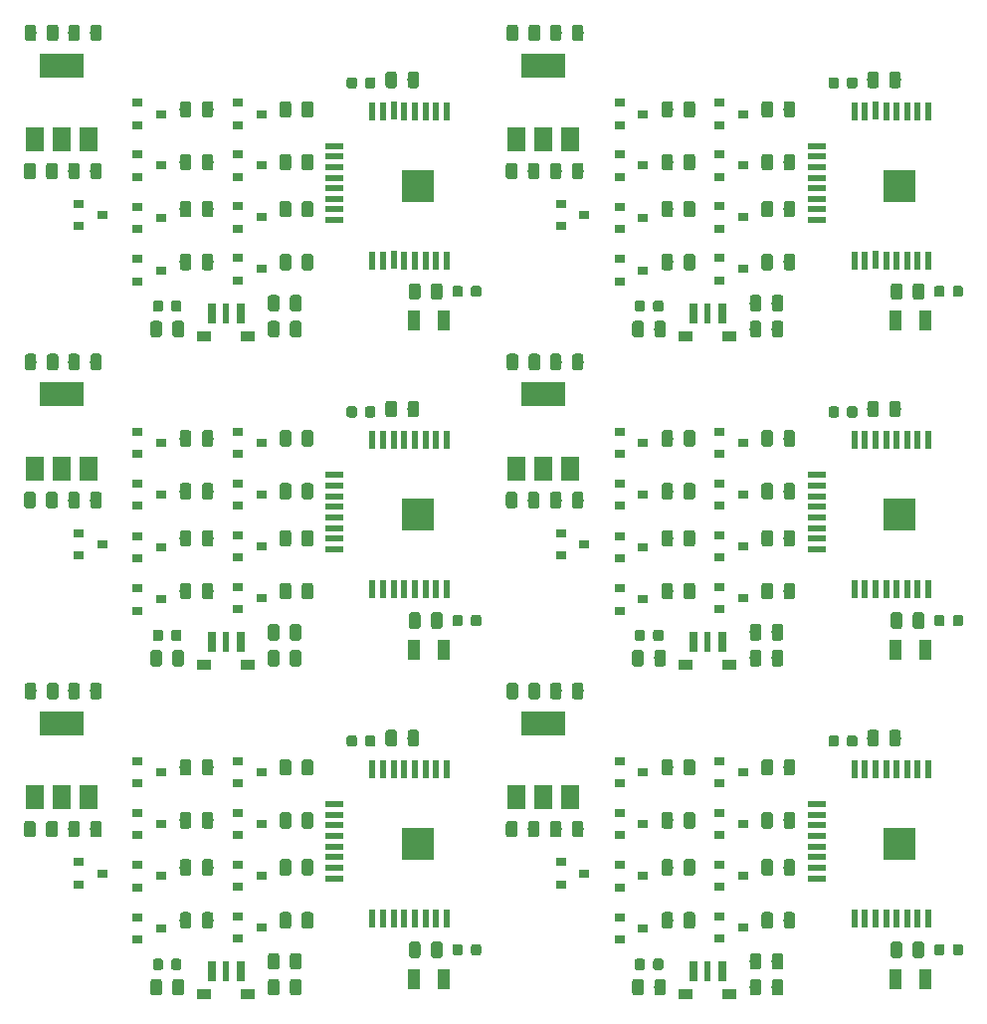
<source format=gbr>
G04 #@! TF.GenerationSoftware,KiCad,Pcbnew,5.0.0*
G04 #@! TF.CreationDate,2018-12-15T19:02:40-05:00*
G04 #@! TF.ProjectId,BT_12V_SmartSwitch-panelized,42545F3132565F536D61727453776974,rev?*
G04 #@! TF.SameCoordinates,Original*
G04 #@! TF.FileFunction,Paste,Top*
G04 #@! TF.FilePolarity,Positive*
%FSLAX46Y46*%
G04 Gerber Fmt 4.6, Leading zero omitted, Abs format (unit mm)*
G04 Created by KiCad (PCBNEW 5.0.0) date Sat Dec 15 19:02:40 2018*
%MOMM*%
%LPD*%
G01*
G04 APERTURE LIST*
%ADD10R,0.500000X1.550000*%
%ADD11R,1.550000X0.500000*%
%ADD12R,2.700000X2.700000*%
%ADD13R,1.300000X0.900000*%
%ADD14R,0.750000X1.800000*%
%ADD15R,0.600000X1.800000*%
%ADD16C,0.100000*%
%ADD17C,0.875000*%
%ADD18C,0.975000*%
%ADD19R,0.900000X0.800000*%
%ADD20R,1.000000X1.800000*%
%ADD21R,3.800000X2.000000*%
%ADD22R,1.500000X2.000000*%
G04 APERTURE END LIST*
D10*
G04 #@! TO.C,U2*
X176274000Y-46150000D03*
X175374000Y-46150000D03*
X174474000Y-46150000D03*
X173574000Y-46150000D03*
X172674000Y-46150000D03*
X171774000Y-46140000D03*
X170874000Y-46150000D03*
X169974000Y-46150000D03*
D11*
X166750000Y-49125000D03*
X166750000Y-50025000D03*
X166750000Y-50925000D03*
X166750000Y-51825000D03*
X166750000Y-52725000D03*
X166750000Y-53625000D03*
X166750000Y-54525000D03*
X166750000Y-55425000D03*
D10*
X173574000Y-58850000D03*
X176274000Y-58850000D03*
X170874000Y-58850000D03*
X169974000Y-58850000D03*
X171774000Y-58840000D03*
X174474000Y-58850000D03*
X175374000Y-58850000D03*
X172674000Y-58850000D03*
D12*
X173850000Y-52500000D03*
G04 #@! TD*
D13*
G04 #@! TO.C,SW1*
X155650000Y-65300000D03*
X159350000Y-65300000D03*
D14*
X158725000Y-63350000D03*
D15*
X157500000Y-63350000D03*
D14*
X156275000Y-63350000D03*
G04 #@! TD*
D16*
G04 #@! TO.C,C7*
G36*
X153527691Y-62276053D02*
X153548926Y-62279203D01*
X153569750Y-62284419D01*
X153589962Y-62291651D01*
X153609368Y-62300830D01*
X153627781Y-62311866D01*
X153645024Y-62324654D01*
X153660930Y-62339070D01*
X153675346Y-62354976D01*
X153688134Y-62372219D01*
X153699170Y-62390632D01*
X153708349Y-62410038D01*
X153715581Y-62430250D01*
X153720797Y-62451074D01*
X153723947Y-62472309D01*
X153725000Y-62493750D01*
X153725000Y-63006250D01*
X153723947Y-63027691D01*
X153720797Y-63048926D01*
X153715581Y-63069750D01*
X153708349Y-63089962D01*
X153699170Y-63109368D01*
X153688134Y-63127781D01*
X153675346Y-63145024D01*
X153660930Y-63160930D01*
X153645024Y-63175346D01*
X153627781Y-63188134D01*
X153609368Y-63199170D01*
X153589962Y-63208349D01*
X153569750Y-63215581D01*
X153548926Y-63220797D01*
X153527691Y-63223947D01*
X153506250Y-63225000D01*
X153068750Y-63225000D01*
X153047309Y-63223947D01*
X153026074Y-63220797D01*
X153005250Y-63215581D01*
X152985038Y-63208349D01*
X152965632Y-63199170D01*
X152947219Y-63188134D01*
X152929976Y-63175346D01*
X152914070Y-63160930D01*
X152899654Y-63145024D01*
X152886866Y-63127781D01*
X152875830Y-63109368D01*
X152866651Y-63089962D01*
X152859419Y-63069750D01*
X152854203Y-63048926D01*
X152851053Y-63027691D01*
X152850000Y-63006250D01*
X152850000Y-62493750D01*
X152851053Y-62472309D01*
X152854203Y-62451074D01*
X152859419Y-62430250D01*
X152866651Y-62410038D01*
X152875830Y-62390632D01*
X152886866Y-62372219D01*
X152899654Y-62354976D01*
X152914070Y-62339070D01*
X152929976Y-62324654D01*
X152947219Y-62311866D01*
X152965632Y-62300830D01*
X152985038Y-62291651D01*
X153005250Y-62284419D01*
X153026074Y-62279203D01*
X153047309Y-62276053D01*
X153068750Y-62275000D01*
X153506250Y-62275000D01*
X153527691Y-62276053D01*
X153527691Y-62276053D01*
G37*
D17*
X153287500Y-62750000D03*
D16*
G36*
X151952691Y-62276053D02*
X151973926Y-62279203D01*
X151994750Y-62284419D01*
X152014962Y-62291651D01*
X152034368Y-62300830D01*
X152052781Y-62311866D01*
X152070024Y-62324654D01*
X152085930Y-62339070D01*
X152100346Y-62354976D01*
X152113134Y-62372219D01*
X152124170Y-62390632D01*
X152133349Y-62410038D01*
X152140581Y-62430250D01*
X152145797Y-62451074D01*
X152148947Y-62472309D01*
X152150000Y-62493750D01*
X152150000Y-63006250D01*
X152148947Y-63027691D01*
X152145797Y-63048926D01*
X152140581Y-63069750D01*
X152133349Y-63089962D01*
X152124170Y-63109368D01*
X152113134Y-63127781D01*
X152100346Y-63145024D01*
X152085930Y-63160930D01*
X152070024Y-63175346D01*
X152052781Y-63188134D01*
X152034368Y-63199170D01*
X152014962Y-63208349D01*
X151994750Y-63215581D01*
X151973926Y-63220797D01*
X151952691Y-63223947D01*
X151931250Y-63225000D01*
X151493750Y-63225000D01*
X151472309Y-63223947D01*
X151451074Y-63220797D01*
X151430250Y-63215581D01*
X151410038Y-63208349D01*
X151390632Y-63199170D01*
X151372219Y-63188134D01*
X151354976Y-63175346D01*
X151339070Y-63160930D01*
X151324654Y-63145024D01*
X151311866Y-63127781D01*
X151300830Y-63109368D01*
X151291651Y-63089962D01*
X151284419Y-63069750D01*
X151279203Y-63048926D01*
X151276053Y-63027691D01*
X151275000Y-63006250D01*
X151275000Y-62493750D01*
X151276053Y-62472309D01*
X151279203Y-62451074D01*
X151284419Y-62430250D01*
X151291651Y-62410038D01*
X151300830Y-62390632D01*
X151311866Y-62372219D01*
X151324654Y-62354976D01*
X151339070Y-62339070D01*
X151354976Y-62324654D01*
X151372219Y-62311866D01*
X151390632Y-62300830D01*
X151410038Y-62291651D01*
X151430250Y-62284419D01*
X151451074Y-62279203D01*
X151472309Y-62276053D01*
X151493750Y-62275000D01*
X151931250Y-62275000D01*
X151952691Y-62276053D01*
X151952691Y-62276053D01*
G37*
D17*
X151712500Y-62750000D03*
G04 #@! TD*
D16*
G04 #@! TO.C,C3*
G36*
X173705142Y-42801174D02*
X173728803Y-42804684D01*
X173752007Y-42810496D01*
X173774529Y-42818554D01*
X173796153Y-42828782D01*
X173816670Y-42841079D01*
X173835883Y-42855329D01*
X173853607Y-42871393D01*
X173869671Y-42889117D01*
X173883921Y-42908330D01*
X173896218Y-42928847D01*
X173906446Y-42950471D01*
X173914504Y-42972993D01*
X173920316Y-42996197D01*
X173923826Y-43019858D01*
X173925000Y-43043750D01*
X173925000Y-43956250D01*
X173923826Y-43980142D01*
X173920316Y-44003803D01*
X173914504Y-44027007D01*
X173906446Y-44049529D01*
X173896218Y-44071153D01*
X173883921Y-44091670D01*
X173869671Y-44110883D01*
X173853607Y-44128607D01*
X173835883Y-44144671D01*
X173816670Y-44158921D01*
X173796153Y-44171218D01*
X173774529Y-44181446D01*
X173752007Y-44189504D01*
X173728803Y-44195316D01*
X173705142Y-44198826D01*
X173681250Y-44200000D01*
X173193750Y-44200000D01*
X173169858Y-44198826D01*
X173146197Y-44195316D01*
X173122993Y-44189504D01*
X173100471Y-44181446D01*
X173078847Y-44171218D01*
X173058330Y-44158921D01*
X173039117Y-44144671D01*
X173021393Y-44128607D01*
X173005329Y-44110883D01*
X172991079Y-44091670D01*
X172978782Y-44071153D01*
X172968554Y-44049529D01*
X172960496Y-44027007D01*
X172954684Y-44003803D01*
X172951174Y-43980142D01*
X172950000Y-43956250D01*
X172950000Y-43043750D01*
X172951174Y-43019858D01*
X172954684Y-42996197D01*
X172960496Y-42972993D01*
X172968554Y-42950471D01*
X172978782Y-42928847D01*
X172991079Y-42908330D01*
X173005329Y-42889117D01*
X173021393Y-42871393D01*
X173039117Y-42855329D01*
X173058330Y-42841079D01*
X173078847Y-42828782D01*
X173100471Y-42818554D01*
X173122993Y-42810496D01*
X173146197Y-42804684D01*
X173169858Y-42801174D01*
X173193750Y-42800000D01*
X173681250Y-42800000D01*
X173705142Y-42801174D01*
X173705142Y-42801174D01*
G37*
D18*
X173437500Y-43500000D03*
D16*
G36*
X171830142Y-42801174D02*
X171853803Y-42804684D01*
X171877007Y-42810496D01*
X171899529Y-42818554D01*
X171921153Y-42828782D01*
X171941670Y-42841079D01*
X171960883Y-42855329D01*
X171978607Y-42871393D01*
X171994671Y-42889117D01*
X172008921Y-42908330D01*
X172021218Y-42928847D01*
X172031446Y-42950471D01*
X172039504Y-42972993D01*
X172045316Y-42996197D01*
X172048826Y-43019858D01*
X172050000Y-43043750D01*
X172050000Y-43956250D01*
X172048826Y-43980142D01*
X172045316Y-44003803D01*
X172039504Y-44027007D01*
X172031446Y-44049529D01*
X172021218Y-44071153D01*
X172008921Y-44091670D01*
X171994671Y-44110883D01*
X171978607Y-44128607D01*
X171960883Y-44144671D01*
X171941670Y-44158921D01*
X171921153Y-44171218D01*
X171899529Y-44181446D01*
X171877007Y-44189504D01*
X171853803Y-44195316D01*
X171830142Y-44198826D01*
X171806250Y-44200000D01*
X171318750Y-44200000D01*
X171294858Y-44198826D01*
X171271197Y-44195316D01*
X171247993Y-44189504D01*
X171225471Y-44181446D01*
X171203847Y-44171218D01*
X171183330Y-44158921D01*
X171164117Y-44144671D01*
X171146393Y-44128607D01*
X171130329Y-44110883D01*
X171116079Y-44091670D01*
X171103782Y-44071153D01*
X171093554Y-44049529D01*
X171085496Y-44027007D01*
X171079684Y-44003803D01*
X171076174Y-43980142D01*
X171075000Y-43956250D01*
X171075000Y-43043750D01*
X171076174Y-43019858D01*
X171079684Y-42996197D01*
X171085496Y-42972993D01*
X171093554Y-42950471D01*
X171103782Y-42928847D01*
X171116079Y-42908330D01*
X171130329Y-42889117D01*
X171146393Y-42871393D01*
X171164117Y-42855329D01*
X171183330Y-42841079D01*
X171203847Y-42828782D01*
X171225471Y-42818554D01*
X171247993Y-42810496D01*
X171271197Y-42804684D01*
X171294858Y-42801174D01*
X171318750Y-42800000D01*
X171806250Y-42800000D01*
X171830142Y-42801174D01*
X171830142Y-42801174D01*
G37*
D18*
X171562500Y-43500000D03*
G04 #@! TD*
D16*
G04 #@! TO.C,C6*
G36*
X173830142Y-60801174D02*
X173853803Y-60804684D01*
X173877007Y-60810496D01*
X173899529Y-60818554D01*
X173921153Y-60828782D01*
X173941670Y-60841079D01*
X173960883Y-60855329D01*
X173978607Y-60871393D01*
X173994671Y-60889117D01*
X174008921Y-60908330D01*
X174021218Y-60928847D01*
X174031446Y-60950471D01*
X174039504Y-60972993D01*
X174045316Y-60996197D01*
X174048826Y-61019858D01*
X174050000Y-61043750D01*
X174050000Y-61956250D01*
X174048826Y-61980142D01*
X174045316Y-62003803D01*
X174039504Y-62027007D01*
X174031446Y-62049529D01*
X174021218Y-62071153D01*
X174008921Y-62091670D01*
X173994671Y-62110883D01*
X173978607Y-62128607D01*
X173960883Y-62144671D01*
X173941670Y-62158921D01*
X173921153Y-62171218D01*
X173899529Y-62181446D01*
X173877007Y-62189504D01*
X173853803Y-62195316D01*
X173830142Y-62198826D01*
X173806250Y-62200000D01*
X173318750Y-62200000D01*
X173294858Y-62198826D01*
X173271197Y-62195316D01*
X173247993Y-62189504D01*
X173225471Y-62181446D01*
X173203847Y-62171218D01*
X173183330Y-62158921D01*
X173164117Y-62144671D01*
X173146393Y-62128607D01*
X173130329Y-62110883D01*
X173116079Y-62091670D01*
X173103782Y-62071153D01*
X173093554Y-62049529D01*
X173085496Y-62027007D01*
X173079684Y-62003803D01*
X173076174Y-61980142D01*
X173075000Y-61956250D01*
X173075000Y-61043750D01*
X173076174Y-61019858D01*
X173079684Y-60996197D01*
X173085496Y-60972993D01*
X173093554Y-60950471D01*
X173103782Y-60928847D01*
X173116079Y-60908330D01*
X173130329Y-60889117D01*
X173146393Y-60871393D01*
X173164117Y-60855329D01*
X173183330Y-60841079D01*
X173203847Y-60828782D01*
X173225471Y-60818554D01*
X173247993Y-60810496D01*
X173271197Y-60804684D01*
X173294858Y-60801174D01*
X173318750Y-60800000D01*
X173806250Y-60800000D01*
X173830142Y-60801174D01*
X173830142Y-60801174D01*
G37*
D18*
X173562500Y-61500000D03*
D16*
G36*
X175705142Y-60801174D02*
X175728803Y-60804684D01*
X175752007Y-60810496D01*
X175774529Y-60818554D01*
X175796153Y-60828782D01*
X175816670Y-60841079D01*
X175835883Y-60855329D01*
X175853607Y-60871393D01*
X175869671Y-60889117D01*
X175883921Y-60908330D01*
X175896218Y-60928847D01*
X175906446Y-60950471D01*
X175914504Y-60972993D01*
X175920316Y-60996197D01*
X175923826Y-61019858D01*
X175925000Y-61043750D01*
X175925000Y-61956250D01*
X175923826Y-61980142D01*
X175920316Y-62003803D01*
X175914504Y-62027007D01*
X175906446Y-62049529D01*
X175896218Y-62071153D01*
X175883921Y-62091670D01*
X175869671Y-62110883D01*
X175853607Y-62128607D01*
X175835883Y-62144671D01*
X175816670Y-62158921D01*
X175796153Y-62171218D01*
X175774529Y-62181446D01*
X175752007Y-62189504D01*
X175728803Y-62195316D01*
X175705142Y-62198826D01*
X175681250Y-62200000D01*
X175193750Y-62200000D01*
X175169858Y-62198826D01*
X175146197Y-62195316D01*
X175122993Y-62189504D01*
X175100471Y-62181446D01*
X175078847Y-62171218D01*
X175058330Y-62158921D01*
X175039117Y-62144671D01*
X175021393Y-62128607D01*
X175005329Y-62110883D01*
X174991079Y-62091670D01*
X174978782Y-62071153D01*
X174968554Y-62049529D01*
X174960496Y-62027007D01*
X174954684Y-62003803D01*
X174951174Y-61980142D01*
X174950000Y-61956250D01*
X174950000Y-61043750D01*
X174951174Y-61019858D01*
X174954684Y-60996197D01*
X174960496Y-60972993D01*
X174968554Y-60950471D01*
X174978782Y-60928847D01*
X174991079Y-60908330D01*
X175005329Y-60889117D01*
X175021393Y-60871393D01*
X175039117Y-60855329D01*
X175058330Y-60841079D01*
X175078847Y-60828782D01*
X175100471Y-60818554D01*
X175122993Y-60810496D01*
X175146197Y-60804684D01*
X175169858Y-60801174D01*
X175193750Y-60800000D01*
X175681250Y-60800000D01*
X175705142Y-60801174D01*
X175705142Y-60801174D01*
G37*
D18*
X175437500Y-61500000D03*
G04 #@! TD*
D16*
G04 #@! TO.C,C2*
G36*
X142955142Y-50551174D02*
X142978803Y-50554684D01*
X143002007Y-50560496D01*
X143024529Y-50568554D01*
X143046153Y-50578782D01*
X143066670Y-50591079D01*
X143085883Y-50605329D01*
X143103607Y-50621393D01*
X143119671Y-50639117D01*
X143133921Y-50658330D01*
X143146218Y-50678847D01*
X143156446Y-50700471D01*
X143164504Y-50722993D01*
X143170316Y-50746197D01*
X143173826Y-50769858D01*
X143175000Y-50793750D01*
X143175000Y-51706250D01*
X143173826Y-51730142D01*
X143170316Y-51753803D01*
X143164504Y-51777007D01*
X143156446Y-51799529D01*
X143146218Y-51821153D01*
X143133921Y-51841670D01*
X143119671Y-51860883D01*
X143103607Y-51878607D01*
X143085883Y-51894671D01*
X143066670Y-51908921D01*
X143046153Y-51921218D01*
X143024529Y-51931446D01*
X143002007Y-51939504D01*
X142978803Y-51945316D01*
X142955142Y-51948826D01*
X142931250Y-51950000D01*
X142443750Y-51950000D01*
X142419858Y-51948826D01*
X142396197Y-51945316D01*
X142372993Y-51939504D01*
X142350471Y-51931446D01*
X142328847Y-51921218D01*
X142308330Y-51908921D01*
X142289117Y-51894671D01*
X142271393Y-51878607D01*
X142255329Y-51860883D01*
X142241079Y-51841670D01*
X142228782Y-51821153D01*
X142218554Y-51799529D01*
X142210496Y-51777007D01*
X142204684Y-51753803D01*
X142201174Y-51730142D01*
X142200000Y-51706250D01*
X142200000Y-50793750D01*
X142201174Y-50769858D01*
X142204684Y-50746197D01*
X142210496Y-50722993D01*
X142218554Y-50700471D01*
X142228782Y-50678847D01*
X142241079Y-50658330D01*
X142255329Y-50639117D01*
X142271393Y-50621393D01*
X142289117Y-50605329D01*
X142308330Y-50591079D01*
X142328847Y-50578782D01*
X142350471Y-50568554D01*
X142372993Y-50560496D01*
X142396197Y-50554684D01*
X142419858Y-50551174D01*
X142443750Y-50550000D01*
X142931250Y-50550000D01*
X142955142Y-50551174D01*
X142955142Y-50551174D01*
G37*
D18*
X142687500Y-51250000D03*
D16*
G36*
X141080142Y-50551174D02*
X141103803Y-50554684D01*
X141127007Y-50560496D01*
X141149529Y-50568554D01*
X141171153Y-50578782D01*
X141191670Y-50591079D01*
X141210883Y-50605329D01*
X141228607Y-50621393D01*
X141244671Y-50639117D01*
X141258921Y-50658330D01*
X141271218Y-50678847D01*
X141281446Y-50700471D01*
X141289504Y-50722993D01*
X141295316Y-50746197D01*
X141298826Y-50769858D01*
X141300000Y-50793750D01*
X141300000Y-51706250D01*
X141298826Y-51730142D01*
X141295316Y-51753803D01*
X141289504Y-51777007D01*
X141281446Y-51799529D01*
X141271218Y-51821153D01*
X141258921Y-51841670D01*
X141244671Y-51860883D01*
X141228607Y-51878607D01*
X141210883Y-51894671D01*
X141191670Y-51908921D01*
X141171153Y-51921218D01*
X141149529Y-51931446D01*
X141127007Y-51939504D01*
X141103803Y-51945316D01*
X141080142Y-51948826D01*
X141056250Y-51950000D01*
X140568750Y-51950000D01*
X140544858Y-51948826D01*
X140521197Y-51945316D01*
X140497993Y-51939504D01*
X140475471Y-51931446D01*
X140453847Y-51921218D01*
X140433330Y-51908921D01*
X140414117Y-51894671D01*
X140396393Y-51878607D01*
X140380329Y-51860883D01*
X140366079Y-51841670D01*
X140353782Y-51821153D01*
X140343554Y-51799529D01*
X140335496Y-51777007D01*
X140329684Y-51753803D01*
X140326174Y-51730142D01*
X140325000Y-51706250D01*
X140325000Y-50793750D01*
X140326174Y-50769858D01*
X140329684Y-50746197D01*
X140335496Y-50722993D01*
X140343554Y-50700471D01*
X140353782Y-50678847D01*
X140366079Y-50658330D01*
X140380329Y-50639117D01*
X140396393Y-50621393D01*
X140414117Y-50605329D01*
X140433330Y-50591079D01*
X140453847Y-50578782D01*
X140475471Y-50568554D01*
X140497993Y-50560496D01*
X140521197Y-50554684D01*
X140544858Y-50551174D01*
X140568750Y-50550000D01*
X141056250Y-50550000D01*
X141080142Y-50551174D01*
X141080142Y-50551174D01*
G37*
D18*
X140812500Y-51250000D03*
G04 #@! TD*
D19*
G04 #@! TO.C,Q7*
X160500000Y-46400000D03*
X158500000Y-47350000D03*
X158500000Y-45450000D03*
G04 #@! TD*
G04 #@! TO.C,Q4*
X150000000Y-58750000D03*
X150000000Y-60650000D03*
X152000000Y-59700000D03*
G04 #@! TD*
G04 #@! TO.C,Q9*
X152000000Y-46400000D03*
X150000000Y-47350000D03*
X150000000Y-45450000D03*
G04 #@! TD*
G04 #@! TO.C,Q8*
X150000000Y-49850000D03*
X150000000Y-51750000D03*
X152000000Y-50800000D03*
G04 #@! TD*
G04 #@! TO.C,Q6*
X160500000Y-50800000D03*
X158500000Y-51750000D03*
X158500000Y-49850000D03*
G04 #@! TD*
G04 #@! TO.C,Q5*
X150000000Y-54300000D03*
X150000000Y-56200000D03*
X152000000Y-55250000D03*
G04 #@! TD*
D16*
G04 #@! TO.C,R9*
G36*
X156205142Y-45301174D02*
X156228803Y-45304684D01*
X156252007Y-45310496D01*
X156274529Y-45318554D01*
X156296153Y-45328782D01*
X156316670Y-45341079D01*
X156335883Y-45355329D01*
X156353607Y-45371393D01*
X156369671Y-45389117D01*
X156383921Y-45408330D01*
X156396218Y-45428847D01*
X156406446Y-45450471D01*
X156414504Y-45472993D01*
X156420316Y-45496197D01*
X156423826Y-45519858D01*
X156425000Y-45543750D01*
X156425000Y-46456250D01*
X156423826Y-46480142D01*
X156420316Y-46503803D01*
X156414504Y-46527007D01*
X156406446Y-46549529D01*
X156396218Y-46571153D01*
X156383921Y-46591670D01*
X156369671Y-46610883D01*
X156353607Y-46628607D01*
X156335883Y-46644671D01*
X156316670Y-46658921D01*
X156296153Y-46671218D01*
X156274529Y-46681446D01*
X156252007Y-46689504D01*
X156228803Y-46695316D01*
X156205142Y-46698826D01*
X156181250Y-46700000D01*
X155693750Y-46700000D01*
X155669858Y-46698826D01*
X155646197Y-46695316D01*
X155622993Y-46689504D01*
X155600471Y-46681446D01*
X155578847Y-46671218D01*
X155558330Y-46658921D01*
X155539117Y-46644671D01*
X155521393Y-46628607D01*
X155505329Y-46610883D01*
X155491079Y-46591670D01*
X155478782Y-46571153D01*
X155468554Y-46549529D01*
X155460496Y-46527007D01*
X155454684Y-46503803D01*
X155451174Y-46480142D01*
X155450000Y-46456250D01*
X155450000Y-45543750D01*
X155451174Y-45519858D01*
X155454684Y-45496197D01*
X155460496Y-45472993D01*
X155468554Y-45450471D01*
X155478782Y-45428847D01*
X155491079Y-45408330D01*
X155505329Y-45389117D01*
X155521393Y-45371393D01*
X155539117Y-45355329D01*
X155558330Y-45341079D01*
X155578847Y-45328782D01*
X155600471Y-45318554D01*
X155622993Y-45310496D01*
X155646197Y-45304684D01*
X155669858Y-45301174D01*
X155693750Y-45300000D01*
X156181250Y-45300000D01*
X156205142Y-45301174D01*
X156205142Y-45301174D01*
G37*
D18*
X155937500Y-46000000D03*
D16*
G36*
X154330142Y-45301174D02*
X154353803Y-45304684D01*
X154377007Y-45310496D01*
X154399529Y-45318554D01*
X154421153Y-45328782D01*
X154441670Y-45341079D01*
X154460883Y-45355329D01*
X154478607Y-45371393D01*
X154494671Y-45389117D01*
X154508921Y-45408330D01*
X154521218Y-45428847D01*
X154531446Y-45450471D01*
X154539504Y-45472993D01*
X154545316Y-45496197D01*
X154548826Y-45519858D01*
X154550000Y-45543750D01*
X154550000Y-46456250D01*
X154548826Y-46480142D01*
X154545316Y-46503803D01*
X154539504Y-46527007D01*
X154531446Y-46549529D01*
X154521218Y-46571153D01*
X154508921Y-46591670D01*
X154494671Y-46610883D01*
X154478607Y-46628607D01*
X154460883Y-46644671D01*
X154441670Y-46658921D01*
X154421153Y-46671218D01*
X154399529Y-46681446D01*
X154377007Y-46689504D01*
X154353803Y-46695316D01*
X154330142Y-46698826D01*
X154306250Y-46700000D01*
X153818750Y-46700000D01*
X153794858Y-46698826D01*
X153771197Y-46695316D01*
X153747993Y-46689504D01*
X153725471Y-46681446D01*
X153703847Y-46671218D01*
X153683330Y-46658921D01*
X153664117Y-46644671D01*
X153646393Y-46628607D01*
X153630329Y-46610883D01*
X153616079Y-46591670D01*
X153603782Y-46571153D01*
X153593554Y-46549529D01*
X153585496Y-46527007D01*
X153579684Y-46503803D01*
X153576174Y-46480142D01*
X153575000Y-46456250D01*
X153575000Y-45543750D01*
X153576174Y-45519858D01*
X153579684Y-45496197D01*
X153585496Y-45472993D01*
X153593554Y-45450471D01*
X153603782Y-45428847D01*
X153616079Y-45408330D01*
X153630329Y-45389117D01*
X153646393Y-45371393D01*
X153664117Y-45355329D01*
X153683330Y-45341079D01*
X153703847Y-45328782D01*
X153725471Y-45318554D01*
X153747993Y-45310496D01*
X153771197Y-45304684D01*
X153794858Y-45301174D01*
X153818750Y-45300000D01*
X154306250Y-45300000D01*
X154330142Y-45301174D01*
X154330142Y-45301174D01*
G37*
D18*
X154062500Y-46000000D03*
G04 #@! TD*
D16*
G04 #@! TO.C,R10*
G36*
X153705142Y-64001174D02*
X153728803Y-64004684D01*
X153752007Y-64010496D01*
X153774529Y-64018554D01*
X153796153Y-64028782D01*
X153816670Y-64041079D01*
X153835883Y-64055329D01*
X153853607Y-64071393D01*
X153869671Y-64089117D01*
X153883921Y-64108330D01*
X153896218Y-64128847D01*
X153906446Y-64150471D01*
X153914504Y-64172993D01*
X153920316Y-64196197D01*
X153923826Y-64219858D01*
X153925000Y-64243750D01*
X153925000Y-65156250D01*
X153923826Y-65180142D01*
X153920316Y-65203803D01*
X153914504Y-65227007D01*
X153906446Y-65249529D01*
X153896218Y-65271153D01*
X153883921Y-65291670D01*
X153869671Y-65310883D01*
X153853607Y-65328607D01*
X153835883Y-65344671D01*
X153816670Y-65358921D01*
X153796153Y-65371218D01*
X153774529Y-65381446D01*
X153752007Y-65389504D01*
X153728803Y-65395316D01*
X153705142Y-65398826D01*
X153681250Y-65400000D01*
X153193750Y-65400000D01*
X153169858Y-65398826D01*
X153146197Y-65395316D01*
X153122993Y-65389504D01*
X153100471Y-65381446D01*
X153078847Y-65371218D01*
X153058330Y-65358921D01*
X153039117Y-65344671D01*
X153021393Y-65328607D01*
X153005329Y-65310883D01*
X152991079Y-65291670D01*
X152978782Y-65271153D01*
X152968554Y-65249529D01*
X152960496Y-65227007D01*
X152954684Y-65203803D01*
X152951174Y-65180142D01*
X152950000Y-65156250D01*
X152950000Y-64243750D01*
X152951174Y-64219858D01*
X152954684Y-64196197D01*
X152960496Y-64172993D01*
X152968554Y-64150471D01*
X152978782Y-64128847D01*
X152991079Y-64108330D01*
X153005329Y-64089117D01*
X153021393Y-64071393D01*
X153039117Y-64055329D01*
X153058330Y-64041079D01*
X153078847Y-64028782D01*
X153100471Y-64018554D01*
X153122993Y-64010496D01*
X153146197Y-64004684D01*
X153169858Y-64001174D01*
X153193750Y-64000000D01*
X153681250Y-64000000D01*
X153705142Y-64001174D01*
X153705142Y-64001174D01*
G37*
D18*
X153437500Y-64700000D03*
D16*
G36*
X151830142Y-64001174D02*
X151853803Y-64004684D01*
X151877007Y-64010496D01*
X151899529Y-64018554D01*
X151921153Y-64028782D01*
X151941670Y-64041079D01*
X151960883Y-64055329D01*
X151978607Y-64071393D01*
X151994671Y-64089117D01*
X152008921Y-64108330D01*
X152021218Y-64128847D01*
X152031446Y-64150471D01*
X152039504Y-64172993D01*
X152045316Y-64196197D01*
X152048826Y-64219858D01*
X152050000Y-64243750D01*
X152050000Y-65156250D01*
X152048826Y-65180142D01*
X152045316Y-65203803D01*
X152039504Y-65227007D01*
X152031446Y-65249529D01*
X152021218Y-65271153D01*
X152008921Y-65291670D01*
X151994671Y-65310883D01*
X151978607Y-65328607D01*
X151960883Y-65344671D01*
X151941670Y-65358921D01*
X151921153Y-65371218D01*
X151899529Y-65381446D01*
X151877007Y-65389504D01*
X151853803Y-65395316D01*
X151830142Y-65398826D01*
X151806250Y-65400000D01*
X151318750Y-65400000D01*
X151294858Y-65398826D01*
X151271197Y-65395316D01*
X151247993Y-65389504D01*
X151225471Y-65381446D01*
X151203847Y-65371218D01*
X151183330Y-65358921D01*
X151164117Y-65344671D01*
X151146393Y-65328607D01*
X151130329Y-65310883D01*
X151116079Y-65291670D01*
X151103782Y-65271153D01*
X151093554Y-65249529D01*
X151085496Y-65227007D01*
X151079684Y-65203803D01*
X151076174Y-65180142D01*
X151075000Y-65156250D01*
X151075000Y-64243750D01*
X151076174Y-64219858D01*
X151079684Y-64196197D01*
X151085496Y-64172993D01*
X151093554Y-64150471D01*
X151103782Y-64128847D01*
X151116079Y-64108330D01*
X151130329Y-64089117D01*
X151146393Y-64071393D01*
X151164117Y-64055329D01*
X151183330Y-64041079D01*
X151203847Y-64028782D01*
X151225471Y-64018554D01*
X151247993Y-64010496D01*
X151271197Y-64004684D01*
X151294858Y-64001174D01*
X151318750Y-64000000D01*
X151806250Y-64000000D01*
X151830142Y-64001174D01*
X151830142Y-64001174D01*
G37*
D18*
X151562500Y-64700000D03*
G04 #@! TD*
D16*
G04 #@! TO.C,R11*
G36*
X163705142Y-61801174D02*
X163728803Y-61804684D01*
X163752007Y-61810496D01*
X163774529Y-61818554D01*
X163796153Y-61828782D01*
X163816670Y-61841079D01*
X163835883Y-61855329D01*
X163853607Y-61871393D01*
X163869671Y-61889117D01*
X163883921Y-61908330D01*
X163896218Y-61928847D01*
X163906446Y-61950471D01*
X163914504Y-61972993D01*
X163920316Y-61996197D01*
X163923826Y-62019858D01*
X163925000Y-62043750D01*
X163925000Y-62956250D01*
X163923826Y-62980142D01*
X163920316Y-63003803D01*
X163914504Y-63027007D01*
X163906446Y-63049529D01*
X163896218Y-63071153D01*
X163883921Y-63091670D01*
X163869671Y-63110883D01*
X163853607Y-63128607D01*
X163835883Y-63144671D01*
X163816670Y-63158921D01*
X163796153Y-63171218D01*
X163774529Y-63181446D01*
X163752007Y-63189504D01*
X163728803Y-63195316D01*
X163705142Y-63198826D01*
X163681250Y-63200000D01*
X163193750Y-63200000D01*
X163169858Y-63198826D01*
X163146197Y-63195316D01*
X163122993Y-63189504D01*
X163100471Y-63181446D01*
X163078847Y-63171218D01*
X163058330Y-63158921D01*
X163039117Y-63144671D01*
X163021393Y-63128607D01*
X163005329Y-63110883D01*
X162991079Y-63091670D01*
X162978782Y-63071153D01*
X162968554Y-63049529D01*
X162960496Y-63027007D01*
X162954684Y-63003803D01*
X162951174Y-62980142D01*
X162950000Y-62956250D01*
X162950000Y-62043750D01*
X162951174Y-62019858D01*
X162954684Y-61996197D01*
X162960496Y-61972993D01*
X162968554Y-61950471D01*
X162978782Y-61928847D01*
X162991079Y-61908330D01*
X163005329Y-61889117D01*
X163021393Y-61871393D01*
X163039117Y-61855329D01*
X163058330Y-61841079D01*
X163078847Y-61828782D01*
X163100471Y-61818554D01*
X163122993Y-61810496D01*
X163146197Y-61804684D01*
X163169858Y-61801174D01*
X163193750Y-61800000D01*
X163681250Y-61800000D01*
X163705142Y-61801174D01*
X163705142Y-61801174D01*
G37*
D18*
X163437500Y-62500000D03*
D16*
G36*
X161830142Y-61801174D02*
X161853803Y-61804684D01*
X161877007Y-61810496D01*
X161899529Y-61818554D01*
X161921153Y-61828782D01*
X161941670Y-61841079D01*
X161960883Y-61855329D01*
X161978607Y-61871393D01*
X161994671Y-61889117D01*
X162008921Y-61908330D01*
X162021218Y-61928847D01*
X162031446Y-61950471D01*
X162039504Y-61972993D01*
X162045316Y-61996197D01*
X162048826Y-62019858D01*
X162050000Y-62043750D01*
X162050000Y-62956250D01*
X162048826Y-62980142D01*
X162045316Y-63003803D01*
X162039504Y-63027007D01*
X162031446Y-63049529D01*
X162021218Y-63071153D01*
X162008921Y-63091670D01*
X161994671Y-63110883D01*
X161978607Y-63128607D01*
X161960883Y-63144671D01*
X161941670Y-63158921D01*
X161921153Y-63171218D01*
X161899529Y-63181446D01*
X161877007Y-63189504D01*
X161853803Y-63195316D01*
X161830142Y-63198826D01*
X161806250Y-63200000D01*
X161318750Y-63200000D01*
X161294858Y-63198826D01*
X161271197Y-63195316D01*
X161247993Y-63189504D01*
X161225471Y-63181446D01*
X161203847Y-63171218D01*
X161183330Y-63158921D01*
X161164117Y-63144671D01*
X161146393Y-63128607D01*
X161130329Y-63110883D01*
X161116079Y-63091670D01*
X161103782Y-63071153D01*
X161093554Y-63049529D01*
X161085496Y-63027007D01*
X161079684Y-63003803D01*
X161076174Y-62980142D01*
X161075000Y-62956250D01*
X161075000Y-62043750D01*
X161076174Y-62019858D01*
X161079684Y-61996197D01*
X161085496Y-61972993D01*
X161093554Y-61950471D01*
X161103782Y-61928847D01*
X161116079Y-61908330D01*
X161130329Y-61889117D01*
X161146393Y-61871393D01*
X161164117Y-61855329D01*
X161183330Y-61841079D01*
X161203847Y-61828782D01*
X161225471Y-61818554D01*
X161247993Y-61810496D01*
X161271197Y-61804684D01*
X161294858Y-61801174D01*
X161318750Y-61800000D01*
X161806250Y-61800000D01*
X161830142Y-61801174D01*
X161830142Y-61801174D01*
G37*
D18*
X161562500Y-62500000D03*
G04 #@! TD*
D16*
G04 #@! TO.C,R6*
G36*
X164705142Y-49801174D02*
X164728803Y-49804684D01*
X164752007Y-49810496D01*
X164774529Y-49818554D01*
X164796153Y-49828782D01*
X164816670Y-49841079D01*
X164835883Y-49855329D01*
X164853607Y-49871393D01*
X164869671Y-49889117D01*
X164883921Y-49908330D01*
X164896218Y-49928847D01*
X164906446Y-49950471D01*
X164914504Y-49972993D01*
X164920316Y-49996197D01*
X164923826Y-50019858D01*
X164925000Y-50043750D01*
X164925000Y-50956250D01*
X164923826Y-50980142D01*
X164920316Y-51003803D01*
X164914504Y-51027007D01*
X164906446Y-51049529D01*
X164896218Y-51071153D01*
X164883921Y-51091670D01*
X164869671Y-51110883D01*
X164853607Y-51128607D01*
X164835883Y-51144671D01*
X164816670Y-51158921D01*
X164796153Y-51171218D01*
X164774529Y-51181446D01*
X164752007Y-51189504D01*
X164728803Y-51195316D01*
X164705142Y-51198826D01*
X164681250Y-51200000D01*
X164193750Y-51200000D01*
X164169858Y-51198826D01*
X164146197Y-51195316D01*
X164122993Y-51189504D01*
X164100471Y-51181446D01*
X164078847Y-51171218D01*
X164058330Y-51158921D01*
X164039117Y-51144671D01*
X164021393Y-51128607D01*
X164005329Y-51110883D01*
X163991079Y-51091670D01*
X163978782Y-51071153D01*
X163968554Y-51049529D01*
X163960496Y-51027007D01*
X163954684Y-51003803D01*
X163951174Y-50980142D01*
X163950000Y-50956250D01*
X163950000Y-50043750D01*
X163951174Y-50019858D01*
X163954684Y-49996197D01*
X163960496Y-49972993D01*
X163968554Y-49950471D01*
X163978782Y-49928847D01*
X163991079Y-49908330D01*
X164005329Y-49889117D01*
X164021393Y-49871393D01*
X164039117Y-49855329D01*
X164058330Y-49841079D01*
X164078847Y-49828782D01*
X164100471Y-49818554D01*
X164122993Y-49810496D01*
X164146197Y-49804684D01*
X164169858Y-49801174D01*
X164193750Y-49800000D01*
X164681250Y-49800000D01*
X164705142Y-49801174D01*
X164705142Y-49801174D01*
G37*
D18*
X164437500Y-50500000D03*
D16*
G36*
X162830142Y-49801174D02*
X162853803Y-49804684D01*
X162877007Y-49810496D01*
X162899529Y-49818554D01*
X162921153Y-49828782D01*
X162941670Y-49841079D01*
X162960883Y-49855329D01*
X162978607Y-49871393D01*
X162994671Y-49889117D01*
X163008921Y-49908330D01*
X163021218Y-49928847D01*
X163031446Y-49950471D01*
X163039504Y-49972993D01*
X163045316Y-49996197D01*
X163048826Y-50019858D01*
X163050000Y-50043750D01*
X163050000Y-50956250D01*
X163048826Y-50980142D01*
X163045316Y-51003803D01*
X163039504Y-51027007D01*
X163031446Y-51049529D01*
X163021218Y-51071153D01*
X163008921Y-51091670D01*
X162994671Y-51110883D01*
X162978607Y-51128607D01*
X162960883Y-51144671D01*
X162941670Y-51158921D01*
X162921153Y-51171218D01*
X162899529Y-51181446D01*
X162877007Y-51189504D01*
X162853803Y-51195316D01*
X162830142Y-51198826D01*
X162806250Y-51200000D01*
X162318750Y-51200000D01*
X162294858Y-51198826D01*
X162271197Y-51195316D01*
X162247993Y-51189504D01*
X162225471Y-51181446D01*
X162203847Y-51171218D01*
X162183330Y-51158921D01*
X162164117Y-51144671D01*
X162146393Y-51128607D01*
X162130329Y-51110883D01*
X162116079Y-51091670D01*
X162103782Y-51071153D01*
X162093554Y-51049529D01*
X162085496Y-51027007D01*
X162079684Y-51003803D01*
X162076174Y-50980142D01*
X162075000Y-50956250D01*
X162075000Y-50043750D01*
X162076174Y-50019858D01*
X162079684Y-49996197D01*
X162085496Y-49972993D01*
X162093554Y-49950471D01*
X162103782Y-49928847D01*
X162116079Y-49908330D01*
X162130329Y-49889117D01*
X162146393Y-49871393D01*
X162164117Y-49855329D01*
X162183330Y-49841079D01*
X162203847Y-49828782D01*
X162225471Y-49818554D01*
X162247993Y-49810496D01*
X162271197Y-49804684D01*
X162294858Y-49801174D01*
X162318750Y-49800000D01*
X162806250Y-49800000D01*
X162830142Y-49801174D01*
X162830142Y-49801174D01*
G37*
D18*
X162562500Y-50500000D03*
G04 #@! TD*
D16*
G04 #@! TO.C,R7*
G36*
X162830142Y-45301174D02*
X162853803Y-45304684D01*
X162877007Y-45310496D01*
X162899529Y-45318554D01*
X162921153Y-45328782D01*
X162941670Y-45341079D01*
X162960883Y-45355329D01*
X162978607Y-45371393D01*
X162994671Y-45389117D01*
X163008921Y-45408330D01*
X163021218Y-45428847D01*
X163031446Y-45450471D01*
X163039504Y-45472993D01*
X163045316Y-45496197D01*
X163048826Y-45519858D01*
X163050000Y-45543750D01*
X163050000Y-46456250D01*
X163048826Y-46480142D01*
X163045316Y-46503803D01*
X163039504Y-46527007D01*
X163031446Y-46549529D01*
X163021218Y-46571153D01*
X163008921Y-46591670D01*
X162994671Y-46610883D01*
X162978607Y-46628607D01*
X162960883Y-46644671D01*
X162941670Y-46658921D01*
X162921153Y-46671218D01*
X162899529Y-46681446D01*
X162877007Y-46689504D01*
X162853803Y-46695316D01*
X162830142Y-46698826D01*
X162806250Y-46700000D01*
X162318750Y-46700000D01*
X162294858Y-46698826D01*
X162271197Y-46695316D01*
X162247993Y-46689504D01*
X162225471Y-46681446D01*
X162203847Y-46671218D01*
X162183330Y-46658921D01*
X162164117Y-46644671D01*
X162146393Y-46628607D01*
X162130329Y-46610883D01*
X162116079Y-46591670D01*
X162103782Y-46571153D01*
X162093554Y-46549529D01*
X162085496Y-46527007D01*
X162079684Y-46503803D01*
X162076174Y-46480142D01*
X162075000Y-46456250D01*
X162075000Y-45543750D01*
X162076174Y-45519858D01*
X162079684Y-45496197D01*
X162085496Y-45472993D01*
X162093554Y-45450471D01*
X162103782Y-45428847D01*
X162116079Y-45408330D01*
X162130329Y-45389117D01*
X162146393Y-45371393D01*
X162164117Y-45355329D01*
X162183330Y-45341079D01*
X162203847Y-45328782D01*
X162225471Y-45318554D01*
X162247993Y-45310496D01*
X162271197Y-45304684D01*
X162294858Y-45301174D01*
X162318750Y-45300000D01*
X162806250Y-45300000D01*
X162830142Y-45301174D01*
X162830142Y-45301174D01*
G37*
D18*
X162562500Y-46000000D03*
D16*
G36*
X164705142Y-45301174D02*
X164728803Y-45304684D01*
X164752007Y-45310496D01*
X164774529Y-45318554D01*
X164796153Y-45328782D01*
X164816670Y-45341079D01*
X164835883Y-45355329D01*
X164853607Y-45371393D01*
X164869671Y-45389117D01*
X164883921Y-45408330D01*
X164896218Y-45428847D01*
X164906446Y-45450471D01*
X164914504Y-45472993D01*
X164920316Y-45496197D01*
X164923826Y-45519858D01*
X164925000Y-45543750D01*
X164925000Y-46456250D01*
X164923826Y-46480142D01*
X164920316Y-46503803D01*
X164914504Y-46527007D01*
X164906446Y-46549529D01*
X164896218Y-46571153D01*
X164883921Y-46591670D01*
X164869671Y-46610883D01*
X164853607Y-46628607D01*
X164835883Y-46644671D01*
X164816670Y-46658921D01*
X164796153Y-46671218D01*
X164774529Y-46681446D01*
X164752007Y-46689504D01*
X164728803Y-46695316D01*
X164705142Y-46698826D01*
X164681250Y-46700000D01*
X164193750Y-46700000D01*
X164169858Y-46698826D01*
X164146197Y-46695316D01*
X164122993Y-46689504D01*
X164100471Y-46681446D01*
X164078847Y-46671218D01*
X164058330Y-46658921D01*
X164039117Y-46644671D01*
X164021393Y-46628607D01*
X164005329Y-46610883D01*
X163991079Y-46591670D01*
X163978782Y-46571153D01*
X163968554Y-46549529D01*
X163960496Y-46527007D01*
X163954684Y-46503803D01*
X163951174Y-46480142D01*
X163950000Y-46456250D01*
X163950000Y-45543750D01*
X163951174Y-45519858D01*
X163954684Y-45496197D01*
X163960496Y-45472993D01*
X163968554Y-45450471D01*
X163978782Y-45428847D01*
X163991079Y-45408330D01*
X164005329Y-45389117D01*
X164021393Y-45371393D01*
X164039117Y-45355329D01*
X164058330Y-45341079D01*
X164078847Y-45328782D01*
X164100471Y-45318554D01*
X164122993Y-45310496D01*
X164146197Y-45304684D01*
X164169858Y-45301174D01*
X164193750Y-45300000D01*
X164681250Y-45300000D01*
X164705142Y-45301174D01*
X164705142Y-45301174D01*
G37*
D18*
X164437500Y-46000000D03*
G04 #@! TD*
D16*
G04 #@! TO.C,R8*
G36*
X154330142Y-49801174D02*
X154353803Y-49804684D01*
X154377007Y-49810496D01*
X154399529Y-49818554D01*
X154421153Y-49828782D01*
X154441670Y-49841079D01*
X154460883Y-49855329D01*
X154478607Y-49871393D01*
X154494671Y-49889117D01*
X154508921Y-49908330D01*
X154521218Y-49928847D01*
X154531446Y-49950471D01*
X154539504Y-49972993D01*
X154545316Y-49996197D01*
X154548826Y-50019858D01*
X154550000Y-50043750D01*
X154550000Y-50956250D01*
X154548826Y-50980142D01*
X154545316Y-51003803D01*
X154539504Y-51027007D01*
X154531446Y-51049529D01*
X154521218Y-51071153D01*
X154508921Y-51091670D01*
X154494671Y-51110883D01*
X154478607Y-51128607D01*
X154460883Y-51144671D01*
X154441670Y-51158921D01*
X154421153Y-51171218D01*
X154399529Y-51181446D01*
X154377007Y-51189504D01*
X154353803Y-51195316D01*
X154330142Y-51198826D01*
X154306250Y-51200000D01*
X153818750Y-51200000D01*
X153794858Y-51198826D01*
X153771197Y-51195316D01*
X153747993Y-51189504D01*
X153725471Y-51181446D01*
X153703847Y-51171218D01*
X153683330Y-51158921D01*
X153664117Y-51144671D01*
X153646393Y-51128607D01*
X153630329Y-51110883D01*
X153616079Y-51091670D01*
X153603782Y-51071153D01*
X153593554Y-51049529D01*
X153585496Y-51027007D01*
X153579684Y-51003803D01*
X153576174Y-50980142D01*
X153575000Y-50956250D01*
X153575000Y-50043750D01*
X153576174Y-50019858D01*
X153579684Y-49996197D01*
X153585496Y-49972993D01*
X153593554Y-49950471D01*
X153603782Y-49928847D01*
X153616079Y-49908330D01*
X153630329Y-49889117D01*
X153646393Y-49871393D01*
X153664117Y-49855329D01*
X153683330Y-49841079D01*
X153703847Y-49828782D01*
X153725471Y-49818554D01*
X153747993Y-49810496D01*
X153771197Y-49804684D01*
X153794858Y-49801174D01*
X153818750Y-49800000D01*
X154306250Y-49800000D01*
X154330142Y-49801174D01*
X154330142Y-49801174D01*
G37*
D18*
X154062500Y-50500000D03*
D16*
G36*
X156205142Y-49801174D02*
X156228803Y-49804684D01*
X156252007Y-49810496D01*
X156274529Y-49818554D01*
X156296153Y-49828782D01*
X156316670Y-49841079D01*
X156335883Y-49855329D01*
X156353607Y-49871393D01*
X156369671Y-49889117D01*
X156383921Y-49908330D01*
X156396218Y-49928847D01*
X156406446Y-49950471D01*
X156414504Y-49972993D01*
X156420316Y-49996197D01*
X156423826Y-50019858D01*
X156425000Y-50043750D01*
X156425000Y-50956250D01*
X156423826Y-50980142D01*
X156420316Y-51003803D01*
X156414504Y-51027007D01*
X156406446Y-51049529D01*
X156396218Y-51071153D01*
X156383921Y-51091670D01*
X156369671Y-51110883D01*
X156353607Y-51128607D01*
X156335883Y-51144671D01*
X156316670Y-51158921D01*
X156296153Y-51171218D01*
X156274529Y-51181446D01*
X156252007Y-51189504D01*
X156228803Y-51195316D01*
X156205142Y-51198826D01*
X156181250Y-51200000D01*
X155693750Y-51200000D01*
X155669858Y-51198826D01*
X155646197Y-51195316D01*
X155622993Y-51189504D01*
X155600471Y-51181446D01*
X155578847Y-51171218D01*
X155558330Y-51158921D01*
X155539117Y-51144671D01*
X155521393Y-51128607D01*
X155505329Y-51110883D01*
X155491079Y-51091670D01*
X155478782Y-51071153D01*
X155468554Y-51049529D01*
X155460496Y-51027007D01*
X155454684Y-51003803D01*
X155451174Y-50980142D01*
X155450000Y-50956250D01*
X155450000Y-50043750D01*
X155451174Y-50019858D01*
X155454684Y-49996197D01*
X155460496Y-49972993D01*
X155468554Y-49950471D01*
X155478782Y-49928847D01*
X155491079Y-49908330D01*
X155505329Y-49889117D01*
X155521393Y-49871393D01*
X155539117Y-49855329D01*
X155558330Y-49841079D01*
X155578847Y-49828782D01*
X155600471Y-49818554D01*
X155622993Y-49810496D01*
X155646197Y-49804684D01*
X155669858Y-49801174D01*
X155693750Y-49800000D01*
X156181250Y-49800000D01*
X156205142Y-49801174D01*
X156205142Y-49801174D01*
G37*
D18*
X155937500Y-50500000D03*
G04 #@! TD*
D16*
G04 #@! TO.C,C1*
G36*
X144830142Y-50551174D02*
X144853803Y-50554684D01*
X144877007Y-50560496D01*
X144899529Y-50568554D01*
X144921153Y-50578782D01*
X144941670Y-50591079D01*
X144960883Y-50605329D01*
X144978607Y-50621393D01*
X144994671Y-50639117D01*
X145008921Y-50658330D01*
X145021218Y-50678847D01*
X145031446Y-50700471D01*
X145039504Y-50722993D01*
X145045316Y-50746197D01*
X145048826Y-50769858D01*
X145050000Y-50793750D01*
X145050000Y-51706250D01*
X145048826Y-51730142D01*
X145045316Y-51753803D01*
X145039504Y-51777007D01*
X145031446Y-51799529D01*
X145021218Y-51821153D01*
X145008921Y-51841670D01*
X144994671Y-51860883D01*
X144978607Y-51878607D01*
X144960883Y-51894671D01*
X144941670Y-51908921D01*
X144921153Y-51921218D01*
X144899529Y-51931446D01*
X144877007Y-51939504D01*
X144853803Y-51945316D01*
X144830142Y-51948826D01*
X144806250Y-51950000D01*
X144318750Y-51950000D01*
X144294858Y-51948826D01*
X144271197Y-51945316D01*
X144247993Y-51939504D01*
X144225471Y-51931446D01*
X144203847Y-51921218D01*
X144183330Y-51908921D01*
X144164117Y-51894671D01*
X144146393Y-51878607D01*
X144130329Y-51860883D01*
X144116079Y-51841670D01*
X144103782Y-51821153D01*
X144093554Y-51799529D01*
X144085496Y-51777007D01*
X144079684Y-51753803D01*
X144076174Y-51730142D01*
X144075000Y-51706250D01*
X144075000Y-50793750D01*
X144076174Y-50769858D01*
X144079684Y-50746197D01*
X144085496Y-50722993D01*
X144093554Y-50700471D01*
X144103782Y-50678847D01*
X144116079Y-50658330D01*
X144130329Y-50639117D01*
X144146393Y-50621393D01*
X144164117Y-50605329D01*
X144183330Y-50591079D01*
X144203847Y-50578782D01*
X144225471Y-50568554D01*
X144247993Y-50560496D01*
X144271197Y-50554684D01*
X144294858Y-50551174D01*
X144318750Y-50550000D01*
X144806250Y-50550000D01*
X144830142Y-50551174D01*
X144830142Y-50551174D01*
G37*
D18*
X144562500Y-51250000D03*
D16*
G36*
X146705142Y-50551174D02*
X146728803Y-50554684D01*
X146752007Y-50560496D01*
X146774529Y-50568554D01*
X146796153Y-50578782D01*
X146816670Y-50591079D01*
X146835883Y-50605329D01*
X146853607Y-50621393D01*
X146869671Y-50639117D01*
X146883921Y-50658330D01*
X146896218Y-50678847D01*
X146906446Y-50700471D01*
X146914504Y-50722993D01*
X146920316Y-50746197D01*
X146923826Y-50769858D01*
X146925000Y-50793750D01*
X146925000Y-51706250D01*
X146923826Y-51730142D01*
X146920316Y-51753803D01*
X146914504Y-51777007D01*
X146906446Y-51799529D01*
X146896218Y-51821153D01*
X146883921Y-51841670D01*
X146869671Y-51860883D01*
X146853607Y-51878607D01*
X146835883Y-51894671D01*
X146816670Y-51908921D01*
X146796153Y-51921218D01*
X146774529Y-51931446D01*
X146752007Y-51939504D01*
X146728803Y-51945316D01*
X146705142Y-51948826D01*
X146681250Y-51950000D01*
X146193750Y-51950000D01*
X146169858Y-51948826D01*
X146146197Y-51945316D01*
X146122993Y-51939504D01*
X146100471Y-51931446D01*
X146078847Y-51921218D01*
X146058330Y-51908921D01*
X146039117Y-51894671D01*
X146021393Y-51878607D01*
X146005329Y-51860883D01*
X145991079Y-51841670D01*
X145978782Y-51821153D01*
X145968554Y-51799529D01*
X145960496Y-51777007D01*
X145954684Y-51753803D01*
X145951174Y-51730142D01*
X145950000Y-51706250D01*
X145950000Y-50793750D01*
X145951174Y-50769858D01*
X145954684Y-50746197D01*
X145960496Y-50722993D01*
X145968554Y-50700471D01*
X145978782Y-50678847D01*
X145991079Y-50658330D01*
X146005329Y-50639117D01*
X146021393Y-50621393D01*
X146039117Y-50605329D01*
X146058330Y-50591079D01*
X146078847Y-50578782D01*
X146100471Y-50568554D01*
X146122993Y-50560496D01*
X146146197Y-50554684D01*
X146169858Y-50551174D01*
X146193750Y-50550000D01*
X146681250Y-50550000D01*
X146705142Y-50551174D01*
X146705142Y-50551174D01*
G37*
D18*
X146437500Y-51250000D03*
G04 #@! TD*
D16*
G04 #@! TO.C,C4*
G36*
X168452691Y-43276053D02*
X168473926Y-43279203D01*
X168494750Y-43284419D01*
X168514962Y-43291651D01*
X168534368Y-43300830D01*
X168552781Y-43311866D01*
X168570024Y-43324654D01*
X168585930Y-43339070D01*
X168600346Y-43354976D01*
X168613134Y-43372219D01*
X168624170Y-43390632D01*
X168633349Y-43410038D01*
X168640581Y-43430250D01*
X168645797Y-43451074D01*
X168648947Y-43472309D01*
X168650000Y-43493750D01*
X168650000Y-44006250D01*
X168648947Y-44027691D01*
X168645797Y-44048926D01*
X168640581Y-44069750D01*
X168633349Y-44089962D01*
X168624170Y-44109368D01*
X168613134Y-44127781D01*
X168600346Y-44145024D01*
X168585930Y-44160930D01*
X168570024Y-44175346D01*
X168552781Y-44188134D01*
X168534368Y-44199170D01*
X168514962Y-44208349D01*
X168494750Y-44215581D01*
X168473926Y-44220797D01*
X168452691Y-44223947D01*
X168431250Y-44225000D01*
X167993750Y-44225000D01*
X167972309Y-44223947D01*
X167951074Y-44220797D01*
X167930250Y-44215581D01*
X167910038Y-44208349D01*
X167890632Y-44199170D01*
X167872219Y-44188134D01*
X167854976Y-44175346D01*
X167839070Y-44160930D01*
X167824654Y-44145024D01*
X167811866Y-44127781D01*
X167800830Y-44109368D01*
X167791651Y-44089962D01*
X167784419Y-44069750D01*
X167779203Y-44048926D01*
X167776053Y-44027691D01*
X167775000Y-44006250D01*
X167775000Y-43493750D01*
X167776053Y-43472309D01*
X167779203Y-43451074D01*
X167784419Y-43430250D01*
X167791651Y-43410038D01*
X167800830Y-43390632D01*
X167811866Y-43372219D01*
X167824654Y-43354976D01*
X167839070Y-43339070D01*
X167854976Y-43324654D01*
X167872219Y-43311866D01*
X167890632Y-43300830D01*
X167910038Y-43291651D01*
X167930250Y-43284419D01*
X167951074Y-43279203D01*
X167972309Y-43276053D01*
X167993750Y-43275000D01*
X168431250Y-43275000D01*
X168452691Y-43276053D01*
X168452691Y-43276053D01*
G37*
D17*
X168212500Y-43750000D03*
D16*
G36*
X170027691Y-43276053D02*
X170048926Y-43279203D01*
X170069750Y-43284419D01*
X170089962Y-43291651D01*
X170109368Y-43300830D01*
X170127781Y-43311866D01*
X170145024Y-43324654D01*
X170160930Y-43339070D01*
X170175346Y-43354976D01*
X170188134Y-43372219D01*
X170199170Y-43390632D01*
X170208349Y-43410038D01*
X170215581Y-43430250D01*
X170220797Y-43451074D01*
X170223947Y-43472309D01*
X170225000Y-43493750D01*
X170225000Y-44006250D01*
X170223947Y-44027691D01*
X170220797Y-44048926D01*
X170215581Y-44069750D01*
X170208349Y-44089962D01*
X170199170Y-44109368D01*
X170188134Y-44127781D01*
X170175346Y-44145024D01*
X170160930Y-44160930D01*
X170145024Y-44175346D01*
X170127781Y-44188134D01*
X170109368Y-44199170D01*
X170089962Y-44208349D01*
X170069750Y-44215581D01*
X170048926Y-44220797D01*
X170027691Y-44223947D01*
X170006250Y-44225000D01*
X169568750Y-44225000D01*
X169547309Y-44223947D01*
X169526074Y-44220797D01*
X169505250Y-44215581D01*
X169485038Y-44208349D01*
X169465632Y-44199170D01*
X169447219Y-44188134D01*
X169429976Y-44175346D01*
X169414070Y-44160930D01*
X169399654Y-44145024D01*
X169386866Y-44127781D01*
X169375830Y-44109368D01*
X169366651Y-44089962D01*
X169359419Y-44069750D01*
X169354203Y-44048926D01*
X169351053Y-44027691D01*
X169350000Y-44006250D01*
X169350000Y-43493750D01*
X169351053Y-43472309D01*
X169354203Y-43451074D01*
X169359419Y-43430250D01*
X169366651Y-43410038D01*
X169375830Y-43390632D01*
X169386866Y-43372219D01*
X169399654Y-43354976D01*
X169414070Y-43339070D01*
X169429976Y-43324654D01*
X169447219Y-43311866D01*
X169465632Y-43300830D01*
X169485038Y-43291651D01*
X169505250Y-43284419D01*
X169526074Y-43279203D01*
X169547309Y-43276053D01*
X169568750Y-43275000D01*
X170006250Y-43275000D01*
X170027691Y-43276053D01*
X170027691Y-43276053D01*
G37*
D17*
X169787500Y-43750000D03*
G04 #@! TD*
D16*
G04 #@! TO.C,C5*
G36*
X177452691Y-61026053D02*
X177473926Y-61029203D01*
X177494750Y-61034419D01*
X177514962Y-61041651D01*
X177534368Y-61050830D01*
X177552781Y-61061866D01*
X177570024Y-61074654D01*
X177585930Y-61089070D01*
X177600346Y-61104976D01*
X177613134Y-61122219D01*
X177624170Y-61140632D01*
X177633349Y-61160038D01*
X177640581Y-61180250D01*
X177645797Y-61201074D01*
X177648947Y-61222309D01*
X177650000Y-61243750D01*
X177650000Y-61756250D01*
X177648947Y-61777691D01*
X177645797Y-61798926D01*
X177640581Y-61819750D01*
X177633349Y-61839962D01*
X177624170Y-61859368D01*
X177613134Y-61877781D01*
X177600346Y-61895024D01*
X177585930Y-61910930D01*
X177570024Y-61925346D01*
X177552781Y-61938134D01*
X177534368Y-61949170D01*
X177514962Y-61958349D01*
X177494750Y-61965581D01*
X177473926Y-61970797D01*
X177452691Y-61973947D01*
X177431250Y-61975000D01*
X176993750Y-61975000D01*
X176972309Y-61973947D01*
X176951074Y-61970797D01*
X176930250Y-61965581D01*
X176910038Y-61958349D01*
X176890632Y-61949170D01*
X176872219Y-61938134D01*
X176854976Y-61925346D01*
X176839070Y-61910930D01*
X176824654Y-61895024D01*
X176811866Y-61877781D01*
X176800830Y-61859368D01*
X176791651Y-61839962D01*
X176784419Y-61819750D01*
X176779203Y-61798926D01*
X176776053Y-61777691D01*
X176775000Y-61756250D01*
X176775000Y-61243750D01*
X176776053Y-61222309D01*
X176779203Y-61201074D01*
X176784419Y-61180250D01*
X176791651Y-61160038D01*
X176800830Y-61140632D01*
X176811866Y-61122219D01*
X176824654Y-61104976D01*
X176839070Y-61089070D01*
X176854976Y-61074654D01*
X176872219Y-61061866D01*
X176890632Y-61050830D01*
X176910038Y-61041651D01*
X176930250Y-61034419D01*
X176951074Y-61029203D01*
X176972309Y-61026053D01*
X176993750Y-61025000D01*
X177431250Y-61025000D01*
X177452691Y-61026053D01*
X177452691Y-61026053D01*
G37*
D17*
X177212500Y-61500000D03*
D16*
G36*
X179027691Y-61026053D02*
X179048926Y-61029203D01*
X179069750Y-61034419D01*
X179089962Y-61041651D01*
X179109368Y-61050830D01*
X179127781Y-61061866D01*
X179145024Y-61074654D01*
X179160930Y-61089070D01*
X179175346Y-61104976D01*
X179188134Y-61122219D01*
X179199170Y-61140632D01*
X179208349Y-61160038D01*
X179215581Y-61180250D01*
X179220797Y-61201074D01*
X179223947Y-61222309D01*
X179225000Y-61243750D01*
X179225000Y-61756250D01*
X179223947Y-61777691D01*
X179220797Y-61798926D01*
X179215581Y-61819750D01*
X179208349Y-61839962D01*
X179199170Y-61859368D01*
X179188134Y-61877781D01*
X179175346Y-61895024D01*
X179160930Y-61910930D01*
X179145024Y-61925346D01*
X179127781Y-61938134D01*
X179109368Y-61949170D01*
X179089962Y-61958349D01*
X179069750Y-61965581D01*
X179048926Y-61970797D01*
X179027691Y-61973947D01*
X179006250Y-61975000D01*
X178568750Y-61975000D01*
X178547309Y-61973947D01*
X178526074Y-61970797D01*
X178505250Y-61965581D01*
X178485038Y-61958349D01*
X178465632Y-61949170D01*
X178447219Y-61938134D01*
X178429976Y-61925346D01*
X178414070Y-61910930D01*
X178399654Y-61895024D01*
X178386866Y-61877781D01*
X178375830Y-61859368D01*
X178366651Y-61839962D01*
X178359419Y-61819750D01*
X178354203Y-61798926D01*
X178351053Y-61777691D01*
X178350000Y-61756250D01*
X178350000Y-61243750D01*
X178351053Y-61222309D01*
X178354203Y-61201074D01*
X178359419Y-61180250D01*
X178366651Y-61160038D01*
X178375830Y-61140632D01*
X178386866Y-61122219D01*
X178399654Y-61104976D01*
X178414070Y-61089070D01*
X178429976Y-61074654D01*
X178447219Y-61061866D01*
X178465632Y-61050830D01*
X178485038Y-61041651D01*
X178505250Y-61034419D01*
X178526074Y-61029203D01*
X178547309Y-61026053D01*
X178568750Y-61025000D01*
X179006250Y-61025000D01*
X179027691Y-61026053D01*
X179027691Y-61026053D01*
G37*
D17*
X178787500Y-61500000D03*
G04 #@! TD*
D19*
G04 #@! TO.C,Q3*
X145000000Y-54050000D03*
X145000000Y-55950000D03*
X147000000Y-55000000D03*
G04 #@! TD*
G04 #@! TO.C,Q1*
X158500000Y-58650000D03*
X158500000Y-60550000D03*
X160500000Y-59600000D03*
G04 #@! TD*
D20*
G04 #@! TO.C,Y1*
X173500000Y-64000000D03*
X176000000Y-64000000D03*
G04 #@! TD*
D16*
G04 #@! TO.C,D2*
G36*
X163705142Y-64001174D02*
X163728803Y-64004684D01*
X163752007Y-64010496D01*
X163774529Y-64018554D01*
X163796153Y-64028782D01*
X163816670Y-64041079D01*
X163835883Y-64055329D01*
X163853607Y-64071393D01*
X163869671Y-64089117D01*
X163883921Y-64108330D01*
X163896218Y-64128847D01*
X163906446Y-64150471D01*
X163914504Y-64172993D01*
X163920316Y-64196197D01*
X163923826Y-64219858D01*
X163925000Y-64243750D01*
X163925000Y-65156250D01*
X163923826Y-65180142D01*
X163920316Y-65203803D01*
X163914504Y-65227007D01*
X163906446Y-65249529D01*
X163896218Y-65271153D01*
X163883921Y-65291670D01*
X163869671Y-65310883D01*
X163853607Y-65328607D01*
X163835883Y-65344671D01*
X163816670Y-65358921D01*
X163796153Y-65371218D01*
X163774529Y-65381446D01*
X163752007Y-65389504D01*
X163728803Y-65395316D01*
X163705142Y-65398826D01*
X163681250Y-65400000D01*
X163193750Y-65400000D01*
X163169858Y-65398826D01*
X163146197Y-65395316D01*
X163122993Y-65389504D01*
X163100471Y-65381446D01*
X163078847Y-65371218D01*
X163058330Y-65358921D01*
X163039117Y-65344671D01*
X163021393Y-65328607D01*
X163005329Y-65310883D01*
X162991079Y-65291670D01*
X162978782Y-65271153D01*
X162968554Y-65249529D01*
X162960496Y-65227007D01*
X162954684Y-65203803D01*
X162951174Y-65180142D01*
X162950000Y-65156250D01*
X162950000Y-64243750D01*
X162951174Y-64219858D01*
X162954684Y-64196197D01*
X162960496Y-64172993D01*
X162968554Y-64150471D01*
X162978782Y-64128847D01*
X162991079Y-64108330D01*
X163005329Y-64089117D01*
X163021393Y-64071393D01*
X163039117Y-64055329D01*
X163058330Y-64041079D01*
X163078847Y-64028782D01*
X163100471Y-64018554D01*
X163122993Y-64010496D01*
X163146197Y-64004684D01*
X163169858Y-64001174D01*
X163193750Y-64000000D01*
X163681250Y-64000000D01*
X163705142Y-64001174D01*
X163705142Y-64001174D01*
G37*
D18*
X163437500Y-64700000D03*
D16*
G36*
X161830142Y-64001174D02*
X161853803Y-64004684D01*
X161877007Y-64010496D01*
X161899529Y-64018554D01*
X161921153Y-64028782D01*
X161941670Y-64041079D01*
X161960883Y-64055329D01*
X161978607Y-64071393D01*
X161994671Y-64089117D01*
X162008921Y-64108330D01*
X162021218Y-64128847D01*
X162031446Y-64150471D01*
X162039504Y-64172993D01*
X162045316Y-64196197D01*
X162048826Y-64219858D01*
X162050000Y-64243750D01*
X162050000Y-65156250D01*
X162048826Y-65180142D01*
X162045316Y-65203803D01*
X162039504Y-65227007D01*
X162031446Y-65249529D01*
X162021218Y-65271153D01*
X162008921Y-65291670D01*
X161994671Y-65310883D01*
X161978607Y-65328607D01*
X161960883Y-65344671D01*
X161941670Y-65358921D01*
X161921153Y-65371218D01*
X161899529Y-65381446D01*
X161877007Y-65389504D01*
X161853803Y-65395316D01*
X161830142Y-65398826D01*
X161806250Y-65400000D01*
X161318750Y-65400000D01*
X161294858Y-65398826D01*
X161271197Y-65395316D01*
X161247993Y-65389504D01*
X161225471Y-65381446D01*
X161203847Y-65371218D01*
X161183330Y-65358921D01*
X161164117Y-65344671D01*
X161146393Y-65328607D01*
X161130329Y-65310883D01*
X161116079Y-65291670D01*
X161103782Y-65271153D01*
X161093554Y-65249529D01*
X161085496Y-65227007D01*
X161079684Y-65203803D01*
X161076174Y-65180142D01*
X161075000Y-65156250D01*
X161075000Y-64243750D01*
X161076174Y-64219858D01*
X161079684Y-64196197D01*
X161085496Y-64172993D01*
X161093554Y-64150471D01*
X161103782Y-64128847D01*
X161116079Y-64108330D01*
X161130329Y-64089117D01*
X161146393Y-64071393D01*
X161164117Y-64055329D01*
X161183330Y-64041079D01*
X161203847Y-64028782D01*
X161225471Y-64018554D01*
X161247993Y-64010496D01*
X161271197Y-64004684D01*
X161294858Y-64001174D01*
X161318750Y-64000000D01*
X161806250Y-64000000D01*
X161830142Y-64001174D01*
X161830142Y-64001174D01*
G37*
D18*
X161562500Y-64700000D03*
G04 #@! TD*
D16*
G04 #@! TO.C,D1*
G36*
X141142642Y-38801174D02*
X141166303Y-38804684D01*
X141189507Y-38810496D01*
X141212029Y-38818554D01*
X141233653Y-38828782D01*
X141254170Y-38841079D01*
X141273383Y-38855329D01*
X141291107Y-38871393D01*
X141307171Y-38889117D01*
X141321421Y-38908330D01*
X141333718Y-38928847D01*
X141343946Y-38950471D01*
X141352004Y-38972993D01*
X141357816Y-38996197D01*
X141361326Y-39019858D01*
X141362500Y-39043750D01*
X141362500Y-39956250D01*
X141361326Y-39980142D01*
X141357816Y-40003803D01*
X141352004Y-40027007D01*
X141343946Y-40049529D01*
X141333718Y-40071153D01*
X141321421Y-40091670D01*
X141307171Y-40110883D01*
X141291107Y-40128607D01*
X141273383Y-40144671D01*
X141254170Y-40158921D01*
X141233653Y-40171218D01*
X141212029Y-40181446D01*
X141189507Y-40189504D01*
X141166303Y-40195316D01*
X141142642Y-40198826D01*
X141118750Y-40200000D01*
X140631250Y-40200000D01*
X140607358Y-40198826D01*
X140583697Y-40195316D01*
X140560493Y-40189504D01*
X140537971Y-40181446D01*
X140516347Y-40171218D01*
X140495830Y-40158921D01*
X140476617Y-40144671D01*
X140458893Y-40128607D01*
X140442829Y-40110883D01*
X140428579Y-40091670D01*
X140416282Y-40071153D01*
X140406054Y-40049529D01*
X140397996Y-40027007D01*
X140392184Y-40003803D01*
X140388674Y-39980142D01*
X140387500Y-39956250D01*
X140387500Y-39043750D01*
X140388674Y-39019858D01*
X140392184Y-38996197D01*
X140397996Y-38972993D01*
X140406054Y-38950471D01*
X140416282Y-38928847D01*
X140428579Y-38908330D01*
X140442829Y-38889117D01*
X140458893Y-38871393D01*
X140476617Y-38855329D01*
X140495830Y-38841079D01*
X140516347Y-38828782D01*
X140537971Y-38818554D01*
X140560493Y-38810496D01*
X140583697Y-38804684D01*
X140607358Y-38801174D01*
X140631250Y-38800000D01*
X141118750Y-38800000D01*
X141142642Y-38801174D01*
X141142642Y-38801174D01*
G37*
D18*
X140875000Y-39500000D03*
D16*
G36*
X143017642Y-38801174D02*
X143041303Y-38804684D01*
X143064507Y-38810496D01*
X143087029Y-38818554D01*
X143108653Y-38828782D01*
X143129170Y-38841079D01*
X143148383Y-38855329D01*
X143166107Y-38871393D01*
X143182171Y-38889117D01*
X143196421Y-38908330D01*
X143208718Y-38928847D01*
X143218946Y-38950471D01*
X143227004Y-38972993D01*
X143232816Y-38996197D01*
X143236326Y-39019858D01*
X143237500Y-39043750D01*
X143237500Y-39956250D01*
X143236326Y-39980142D01*
X143232816Y-40003803D01*
X143227004Y-40027007D01*
X143218946Y-40049529D01*
X143208718Y-40071153D01*
X143196421Y-40091670D01*
X143182171Y-40110883D01*
X143166107Y-40128607D01*
X143148383Y-40144671D01*
X143129170Y-40158921D01*
X143108653Y-40171218D01*
X143087029Y-40181446D01*
X143064507Y-40189504D01*
X143041303Y-40195316D01*
X143017642Y-40198826D01*
X142993750Y-40200000D01*
X142506250Y-40200000D01*
X142482358Y-40198826D01*
X142458697Y-40195316D01*
X142435493Y-40189504D01*
X142412971Y-40181446D01*
X142391347Y-40171218D01*
X142370830Y-40158921D01*
X142351617Y-40144671D01*
X142333893Y-40128607D01*
X142317829Y-40110883D01*
X142303579Y-40091670D01*
X142291282Y-40071153D01*
X142281054Y-40049529D01*
X142272996Y-40027007D01*
X142267184Y-40003803D01*
X142263674Y-39980142D01*
X142262500Y-39956250D01*
X142262500Y-39043750D01*
X142263674Y-39019858D01*
X142267184Y-38996197D01*
X142272996Y-38972993D01*
X142281054Y-38950471D01*
X142291282Y-38928847D01*
X142303579Y-38908330D01*
X142317829Y-38889117D01*
X142333893Y-38871393D01*
X142351617Y-38855329D01*
X142370830Y-38841079D01*
X142391347Y-38828782D01*
X142412971Y-38818554D01*
X142435493Y-38810496D01*
X142458697Y-38804684D01*
X142482358Y-38801174D01*
X142506250Y-38800000D01*
X142993750Y-38800000D01*
X143017642Y-38801174D01*
X143017642Y-38801174D01*
G37*
D18*
X142750000Y-39500000D03*
G04 #@! TD*
D21*
G04 #@! TO.C,U1*
X143500000Y-42250000D03*
D22*
X143500000Y-48550000D03*
X145800000Y-48550000D03*
X141200000Y-48550000D03*
G04 #@! TD*
D19*
G04 #@! TO.C,Q2*
X158500000Y-54250000D03*
X158500000Y-56150000D03*
X160500000Y-55200000D03*
G04 #@! TD*
D16*
G04 #@! TO.C,R3*
G36*
X154330142Y-58301174D02*
X154353803Y-58304684D01*
X154377007Y-58310496D01*
X154399529Y-58318554D01*
X154421153Y-58328782D01*
X154441670Y-58341079D01*
X154460883Y-58355329D01*
X154478607Y-58371393D01*
X154494671Y-58389117D01*
X154508921Y-58408330D01*
X154521218Y-58428847D01*
X154531446Y-58450471D01*
X154539504Y-58472993D01*
X154545316Y-58496197D01*
X154548826Y-58519858D01*
X154550000Y-58543750D01*
X154550000Y-59456250D01*
X154548826Y-59480142D01*
X154545316Y-59503803D01*
X154539504Y-59527007D01*
X154531446Y-59549529D01*
X154521218Y-59571153D01*
X154508921Y-59591670D01*
X154494671Y-59610883D01*
X154478607Y-59628607D01*
X154460883Y-59644671D01*
X154441670Y-59658921D01*
X154421153Y-59671218D01*
X154399529Y-59681446D01*
X154377007Y-59689504D01*
X154353803Y-59695316D01*
X154330142Y-59698826D01*
X154306250Y-59700000D01*
X153818750Y-59700000D01*
X153794858Y-59698826D01*
X153771197Y-59695316D01*
X153747993Y-59689504D01*
X153725471Y-59681446D01*
X153703847Y-59671218D01*
X153683330Y-59658921D01*
X153664117Y-59644671D01*
X153646393Y-59628607D01*
X153630329Y-59610883D01*
X153616079Y-59591670D01*
X153603782Y-59571153D01*
X153593554Y-59549529D01*
X153585496Y-59527007D01*
X153579684Y-59503803D01*
X153576174Y-59480142D01*
X153575000Y-59456250D01*
X153575000Y-58543750D01*
X153576174Y-58519858D01*
X153579684Y-58496197D01*
X153585496Y-58472993D01*
X153593554Y-58450471D01*
X153603782Y-58428847D01*
X153616079Y-58408330D01*
X153630329Y-58389117D01*
X153646393Y-58371393D01*
X153664117Y-58355329D01*
X153683330Y-58341079D01*
X153703847Y-58328782D01*
X153725471Y-58318554D01*
X153747993Y-58310496D01*
X153771197Y-58304684D01*
X153794858Y-58301174D01*
X153818750Y-58300000D01*
X154306250Y-58300000D01*
X154330142Y-58301174D01*
X154330142Y-58301174D01*
G37*
D18*
X154062500Y-59000000D03*
D16*
G36*
X156205142Y-58301174D02*
X156228803Y-58304684D01*
X156252007Y-58310496D01*
X156274529Y-58318554D01*
X156296153Y-58328782D01*
X156316670Y-58341079D01*
X156335883Y-58355329D01*
X156353607Y-58371393D01*
X156369671Y-58389117D01*
X156383921Y-58408330D01*
X156396218Y-58428847D01*
X156406446Y-58450471D01*
X156414504Y-58472993D01*
X156420316Y-58496197D01*
X156423826Y-58519858D01*
X156425000Y-58543750D01*
X156425000Y-59456250D01*
X156423826Y-59480142D01*
X156420316Y-59503803D01*
X156414504Y-59527007D01*
X156406446Y-59549529D01*
X156396218Y-59571153D01*
X156383921Y-59591670D01*
X156369671Y-59610883D01*
X156353607Y-59628607D01*
X156335883Y-59644671D01*
X156316670Y-59658921D01*
X156296153Y-59671218D01*
X156274529Y-59681446D01*
X156252007Y-59689504D01*
X156228803Y-59695316D01*
X156205142Y-59698826D01*
X156181250Y-59700000D01*
X155693750Y-59700000D01*
X155669858Y-59698826D01*
X155646197Y-59695316D01*
X155622993Y-59689504D01*
X155600471Y-59681446D01*
X155578847Y-59671218D01*
X155558330Y-59658921D01*
X155539117Y-59644671D01*
X155521393Y-59628607D01*
X155505329Y-59610883D01*
X155491079Y-59591670D01*
X155478782Y-59571153D01*
X155468554Y-59549529D01*
X155460496Y-59527007D01*
X155454684Y-59503803D01*
X155451174Y-59480142D01*
X155450000Y-59456250D01*
X155450000Y-58543750D01*
X155451174Y-58519858D01*
X155454684Y-58496197D01*
X155460496Y-58472993D01*
X155468554Y-58450471D01*
X155478782Y-58428847D01*
X155491079Y-58408330D01*
X155505329Y-58389117D01*
X155521393Y-58371393D01*
X155539117Y-58355329D01*
X155558330Y-58341079D01*
X155578847Y-58328782D01*
X155600471Y-58318554D01*
X155622993Y-58310496D01*
X155646197Y-58304684D01*
X155669858Y-58301174D01*
X155693750Y-58300000D01*
X156181250Y-58300000D01*
X156205142Y-58301174D01*
X156205142Y-58301174D01*
G37*
D18*
X155937500Y-59000000D03*
G04 #@! TD*
D16*
G04 #@! TO.C,R2*
G36*
X162830142Y-53801174D02*
X162853803Y-53804684D01*
X162877007Y-53810496D01*
X162899529Y-53818554D01*
X162921153Y-53828782D01*
X162941670Y-53841079D01*
X162960883Y-53855329D01*
X162978607Y-53871393D01*
X162994671Y-53889117D01*
X163008921Y-53908330D01*
X163021218Y-53928847D01*
X163031446Y-53950471D01*
X163039504Y-53972993D01*
X163045316Y-53996197D01*
X163048826Y-54019858D01*
X163050000Y-54043750D01*
X163050000Y-54956250D01*
X163048826Y-54980142D01*
X163045316Y-55003803D01*
X163039504Y-55027007D01*
X163031446Y-55049529D01*
X163021218Y-55071153D01*
X163008921Y-55091670D01*
X162994671Y-55110883D01*
X162978607Y-55128607D01*
X162960883Y-55144671D01*
X162941670Y-55158921D01*
X162921153Y-55171218D01*
X162899529Y-55181446D01*
X162877007Y-55189504D01*
X162853803Y-55195316D01*
X162830142Y-55198826D01*
X162806250Y-55200000D01*
X162318750Y-55200000D01*
X162294858Y-55198826D01*
X162271197Y-55195316D01*
X162247993Y-55189504D01*
X162225471Y-55181446D01*
X162203847Y-55171218D01*
X162183330Y-55158921D01*
X162164117Y-55144671D01*
X162146393Y-55128607D01*
X162130329Y-55110883D01*
X162116079Y-55091670D01*
X162103782Y-55071153D01*
X162093554Y-55049529D01*
X162085496Y-55027007D01*
X162079684Y-55003803D01*
X162076174Y-54980142D01*
X162075000Y-54956250D01*
X162075000Y-54043750D01*
X162076174Y-54019858D01*
X162079684Y-53996197D01*
X162085496Y-53972993D01*
X162093554Y-53950471D01*
X162103782Y-53928847D01*
X162116079Y-53908330D01*
X162130329Y-53889117D01*
X162146393Y-53871393D01*
X162164117Y-53855329D01*
X162183330Y-53841079D01*
X162203847Y-53828782D01*
X162225471Y-53818554D01*
X162247993Y-53810496D01*
X162271197Y-53804684D01*
X162294858Y-53801174D01*
X162318750Y-53800000D01*
X162806250Y-53800000D01*
X162830142Y-53801174D01*
X162830142Y-53801174D01*
G37*
D18*
X162562500Y-54500000D03*
D16*
G36*
X164705142Y-53801174D02*
X164728803Y-53804684D01*
X164752007Y-53810496D01*
X164774529Y-53818554D01*
X164796153Y-53828782D01*
X164816670Y-53841079D01*
X164835883Y-53855329D01*
X164853607Y-53871393D01*
X164869671Y-53889117D01*
X164883921Y-53908330D01*
X164896218Y-53928847D01*
X164906446Y-53950471D01*
X164914504Y-53972993D01*
X164920316Y-53996197D01*
X164923826Y-54019858D01*
X164925000Y-54043750D01*
X164925000Y-54956250D01*
X164923826Y-54980142D01*
X164920316Y-55003803D01*
X164914504Y-55027007D01*
X164906446Y-55049529D01*
X164896218Y-55071153D01*
X164883921Y-55091670D01*
X164869671Y-55110883D01*
X164853607Y-55128607D01*
X164835883Y-55144671D01*
X164816670Y-55158921D01*
X164796153Y-55171218D01*
X164774529Y-55181446D01*
X164752007Y-55189504D01*
X164728803Y-55195316D01*
X164705142Y-55198826D01*
X164681250Y-55200000D01*
X164193750Y-55200000D01*
X164169858Y-55198826D01*
X164146197Y-55195316D01*
X164122993Y-55189504D01*
X164100471Y-55181446D01*
X164078847Y-55171218D01*
X164058330Y-55158921D01*
X164039117Y-55144671D01*
X164021393Y-55128607D01*
X164005329Y-55110883D01*
X163991079Y-55091670D01*
X163978782Y-55071153D01*
X163968554Y-55049529D01*
X163960496Y-55027007D01*
X163954684Y-55003803D01*
X163951174Y-54980142D01*
X163950000Y-54956250D01*
X163950000Y-54043750D01*
X163951174Y-54019858D01*
X163954684Y-53996197D01*
X163960496Y-53972993D01*
X163968554Y-53950471D01*
X163978782Y-53928847D01*
X163991079Y-53908330D01*
X164005329Y-53889117D01*
X164021393Y-53871393D01*
X164039117Y-53855329D01*
X164058330Y-53841079D01*
X164078847Y-53828782D01*
X164100471Y-53818554D01*
X164122993Y-53810496D01*
X164146197Y-53804684D01*
X164169858Y-53801174D01*
X164193750Y-53800000D01*
X164681250Y-53800000D01*
X164705142Y-53801174D01*
X164705142Y-53801174D01*
G37*
D18*
X164437500Y-54500000D03*
G04 #@! TD*
D16*
G04 #@! TO.C,R1*
G36*
X164705142Y-58301174D02*
X164728803Y-58304684D01*
X164752007Y-58310496D01*
X164774529Y-58318554D01*
X164796153Y-58328782D01*
X164816670Y-58341079D01*
X164835883Y-58355329D01*
X164853607Y-58371393D01*
X164869671Y-58389117D01*
X164883921Y-58408330D01*
X164896218Y-58428847D01*
X164906446Y-58450471D01*
X164914504Y-58472993D01*
X164920316Y-58496197D01*
X164923826Y-58519858D01*
X164925000Y-58543750D01*
X164925000Y-59456250D01*
X164923826Y-59480142D01*
X164920316Y-59503803D01*
X164914504Y-59527007D01*
X164906446Y-59549529D01*
X164896218Y-59571153D01*
X164883921Y-59591670D01*
X164869671Y-59610883D01*
X164853607Y-59628607D01*
X164835883Y-59644671D01*
X164816670Y-59658921D01*
X164796153Y-59671218D01*
X164774529Y-59681446D01*
X164752007Y-59689504D01*
X164728803Y-59695316D01*
X164705142Y-59698826D01*
X164681250Y-59700000D01*
X164193750Y-59700000D01*
X164169858Y-59698826D01*
X164146197Y-59695316D01*
X164122993Y-59689504D01*
X164100471Y-59681446D01*
X164078847Y-59671218D01*
X164058330Y-59658921D01*
X164039117Y-59644671D01*
X164021393Y-59628607D01*
X164005329Y-59610883D01*
X163991079Y-59591670D01*
X163978782Y-59571153D01*
X163968554Y-59549529D01*
X163960496Y-59527007D01*
X163954684Y-59503803D01*
X163951174Y-59480142D01*
X163950000Y-59456250D01*
X163950000Y-58543750D01*
X163951174Y-58519858D01*
X163954684Y-58496197D01*
X163960496Y-58472993D01*
X163968554Y-58450471D01*
X163978782Y-58428847D01*
X163991079Y-58408330D01*
X164005329Y-58389117D01*
X164021393Y-58371393D01*
X164039117Y-58355329D01*
X164058330Y-58341079D01*
X164078847Y-58328782D01*
X164100471Y-58318554D01*
X164122993Y-58310496D01*
X164146197Y-58304684D01*
X164169858Y-58301174D01*
X164193750Y-58300000D01*
X164681250Y-58300000D01*
X164705142Y-58301174D01*
X164705142Y-58301174D01*
G37*
D18*
X164437500Y-59000000D03*
D16*
G36*
X162830142Y-58301174D02*
X162853803Y-58304684D01*
X162877007Y-58310496D01*
X162899529Y-58318554D01*
X162921153Y-58328782D01*
X162941670Y-58341079D01*
X162960883Y-58355329D01*
X162978607Y-58371393D01*
X162994671Y-58389117D01*
X163008921Y-58408330D01*
X163021218Y-58428847D01*
X163031446Y-58450471D01*
X163039504Y-58472993D01*
X163045316Y-58496197D01*
X163048826Y-58519858D01*
X163050000Y-58543750D01*
X163050000Y-59456250D01*
X163048826Y-59480142D01*
X163045316Y-59503803D01*
X163039504Y-59527007D01*
X163031446Y-59549529D01*
X163021218Y-59571153D01*
X163008921Y-59591670D01*
X162994671Y-59610883D01*
X162978607Y-59628607D01*
X162960883Y-59644671D01*
X162941670Y-59658921D01*
X162921153Y-59671218D01*
X162899529Y-59681446D01*
X162877007Y-59689504D01*
X162853803Y-59695316D01*
X162830142Y-59698826D01*
X162806250Y-59700000D01*
X162318750Y-59700000D01*
X162294858Y-59698826D01*
X162271197Y-59695316D01*
X162247993Y-59689504D01*
X162225471Y-59681446D01*
X162203847Y-59671218D01*
X162183330Y-59658921D01*
X162164117Y-59644671D01*
X162146393Y-59628607D01*
X162130329Y-59610883D01*
X162116079Y-59591670D01*
X162103782Y-59571153D01*
X162093554Y-59549529D01*
X162085496Y-59527007D01*
X162079684Y-59503803D01*
X162076174Y-59480142D01*
X162075000Y-59456250D01*
X162075000Y-58543750D01*
X162076174Y-58519858D01*
X162079684Y-58496197D01*
X162085496Y-58472993D01*
X162093554Y-58450471D01*
X162103782Y-58428847D01*
X162116079Y-58408330D01*
X162130329Y-58389117D01*
X162146393Y-58371393D01*
X162164117Y-58355329D01*
X162183330Y-58341079D01*
X162203847Y-58328782D01*
X162225471Y-58318554D01*
X162247993Y-58310496D01*
X162271197Y-58304684D01*
X162294858Y-58301174D01*
X162318750Y-58300000D01*
X162806250Y-58300000D01*
X162830142Y-58301174D01*
X162830142Y-58301174D01*
G37*
D18*
X162562500Y-59000000D03*
G04 #@! TD*
D16*
G04 #@! TO.C,R4*
G36*
X156205142Y-53801174D02*
X156228803Y-53804684D01*
X156252007Y-53810496D01*
X156274529Y-53818554D01*
X156296153Y-53828782D01*
X156316670Y-53841079D01*
X156335883Y-53855329D01*
X156353607Y-53871393D01*
X156369671Y-53889117D01*
X156383921Y-53908330D01*
X156396218Y-53928847D01*
X156406446Y-53950471D01*
X156414504Y-53972993D01*
X156420316Y-53996197D01*
X156423826Y-54019858D01*
X156425000Y-54043750D01*
X156425000Y-54956250D01*
X156423826Y-54980142D01*
X156420316Y-55003803D01*
X156414504Y-55027007D01*
X156406446Y-55049529D01*
X156396218Y-55071153D01*
X156383921Y-55091670D01*
X156369671Y-55110883D01*
X156353607Y-55128607D01*
X156335883Y-55144671D01*
X156316670Y-55158921D01*
X156296153Y-55171218D01*
X156274529Y-55181446D01*
X156252007Y-55189504D01*
X156228803Y-55195316D01*
X156205142Y-55198826D01*
X156181250Y-55200000D01*
X155693750Y-55200000D01*
X155669858Y-55198826D01*
X155646197Y-55195316D01*
X155622993Y-55189504D01*
X155600471Y-55181446D01*
X155578847Y-55171218D01*
X155558330Y-55158921D01*
X155539117Y-55144671D01*
X155521393Y-55128607D01*
X155505329Y-55110883D01*
X155491079Y-55091670D01*
X155478782Y-55071153D01*
X155468554Y-55049529D01*
X155460496Y-55027007D01*
X155454684Y-55003803D01*
X155451174Y-54980142D01*
X155450000Y-54956250D01*
X155450000Y-54043750D01*
X155451174Y-54019858D01*
X155454684Y-53996197D01*
X155460496Y-53972993D01*
X155468554Y-53950471D01*
X155478782Y-53928847D01*
X155491079Y-53908330D01*
X155505329Y-53889117D01*
X155521393Y-53871393D01*
X155539117Y-53855329D01*
X155558330Y-53841079D01*
X155578847Y-53828782D01*
X155600471Y-53818554D01*
X155622993Y-53810496D01*
X155646197Y-53804684D01*
X155669858Y-53801174D01*
X155693750Y-53800000D01*
X156181250Y-53800000D01*
X156205142Y-53801174D01*
X156205142Y-53801174D01*
G37*
D18*
X155937500Y-54500000D03*
D16*
G36*
X154330142Y-53801174D02*
X154353803Y-53804684D01*
X154377007Y-53810496D01*
X154399529Y-53818554D01*
X154421153Y-53828782D01*
X154441670Y-53841079D01*
X154460883Y-53855329D01*
X154478607Y-53871393D01*
X154494671Y-53889117D01*
X154508921Y-53908330D01*
X154521218Y-53928847D01*
X154531446Y-53950471D01*
X154539504Y-53972993D01*
X154545316Y-53996197D01*
X154548826Y-54019858D01*
X154550000Y-54043750D01*
X154550000Y-54956250D01*
X154548826Y-54980142D01*
X154545316Y-55003803D01*
X154539504Y-55027007D01*
X154531446Y-55049529D01*
X154521218Y-55071153D01*
X154508921Y-55091670D01*
X154494671Y-55110883D01*
X154478607Y-55128607D01*
X154460883Y-55144671D01*
X154441670Y-55158921D01*
X154421153Y-55171218D01*
X154399529Y-55181446D01*
X154377007Y-55189504D01*
X154353803Y-55195316D01*
X154330142Y-55198826D01*
X154306250Y-55200000D01*
X153818750Y-55200000D01*
X153794858Y-55198826D01*
X153771197Y-55195316D01*
X153747993Y-55189504D01*
X153725471Y-55181446D01*
X153703847Y-55171218D01*
X153683330Y-55158921D01*
X153664117Y-55144671D01*
X153646393Y-55128607D01*
X153630329Y-55110883D01*
X153616079Y-55091670D01*
X153603782Y-55071153D01*
X153593554Y-55049529D01*
X153585496Y-55027007D01*
X153579684Y-55003803D01*
X153576174Y-54980142D01*
X153575000Y-54956250D01*
X153575000Y-54043750D01*
X153576174Y-54019858D01*
X153579684Y-53996197D01*
X153585496Y-53972993D01*
X153593554Y-53950471D01*
X153603782Y-53928847D01*
X153616079Y-53908330D01*
X153630329Y-53889117D01*
X153646393Y-53871393D01*
X153664117Y-53855329D01*
X153683330Y-53841079D01*
X153703847Y-53828782D01*
X153725471Y-53818554D01*
X153747993Y-53810496D01*
X153771197Y-53804684D01*
X153794858Y-53801174D01*
X153818750Y-53800000D01*
X154306250Y-53800000D01*
X154330142Y-53801174D01*
X154330142Y-53801174D01*
G37*
D18*
X154062500Y-54500000D03*
G04 #@! TD*
D16*
G04 #@! TO.C,R5*
G36*
X144830142Y-38801174D02*
X144853803Y-38804684D01*
X144877007Y-38810496D01*
X144899529Y-38818554D01*
X144921153Y-38828782D01*
X144941670Y-38841079D01*
X144960883Y-38855329D01*
X144978607Y-38871393D01*
X144994671Y-38889117D01*
X145008921Y-38908330D01*
X145021218Y-38928847D01*
X145031446Y-38950471D01*
X145039504Y-38972993D01*
X145045316Y-38996197D01*
X145048826Y-39019858D01*
X145050000Y-39043750D01*
X145050000Y-39956250D01*
X145048826Y-39980142D01*
X145045316Y-40003803D01*
X145039504Y-40027007D01*
X145031446Y-40049529D01*
X145021218Y-40071153D01*
X145008921Y-40091670D01*
X144994671Y-40110883D01*
X144978607Y-40128607D01*
X144960883Y-40144671D01*
X144941670Y-40158921D01*
X144921153Y-40171218D01*
X144899529Y-40181446D01*
X144877007Y-40189504D01*
X144853803Y-40195316D01*
X144830142Y-40198826D01*
X144806250Y-40200000D01*
X144318750Y-40200000D01*
X144294858Y-40198826D01*
X144271197Y-40195316D01*
X144247993Y-40189504D01*
X144225471Y-40181446D01*
X144203847Y-40171218D01*
X144183330Y-40158921D01*
X144164117Y-40144671D01*
X144146393Y-40128607D01*
X144130329Y-40110883D01*
X144116079Y-40091670D01*
X144103782Y-40071153D01*
X144093554Y-40049529D01*
X144085496Y-40027007D01*
X144079684Y-40003803D01*
X144076174Y-39980142D01*
X144075000Y-39956250D01*
X144075000Y-39043750D01*
X144076174Y-39019858D01*
X144079684Y-38996197D01*
X144085496Y-38972993D01*
X144093554Y-38950471D01*
X144103782Y-38928847D01*
X144116079Y-38908330D01*
X144130329Y-38889117D01*
X144146393Y-38871393D01*
X144164117Y-38855329D01*
X144183330Y-38841079D01*
X144203847Y-38828782D01*
X144225471Y-38818554D01*
X144247993Y-38810496D01*
X144271197Y-38804684D01*
X144294858Y-38801174D01*
X144318750Y-38800000D01*
X144806250Y-38800000D01*
X144830142Y-38801174D01*
X144830142Y-38801174D01*
G37*
D18*
X144562500Y-39500000D03*
D16*
G36*
X146705142Y-38801174D02*
X146728803Y-38804684D01*
X146752007Y-38810496D01*
X146774529Y-38818554D01*
X146796153Y-38828782D01*
X146816670Y-38841079D01*
X146835883Y-38855329D01*
X146853607Y-38871393D01*
X146869671Y-38889117D01*
X146883921Y-38908330D01*
X146896218Y-38928847D01*
X146906446Y-38950471D01*
X146914504Y-38972993D01*
X146920316Y-38996197D01*
X146923826Y-39019858D01*
X146925000Y-39043750D01*
X146925000Y-39956250D01*
X146923826Y-39980142D01*
X146920316Y-40003803D01*
X146914504Y-40027007D01*
X146906446Y-40049529D01*
X146896218Y-40071153D01*
X146883921Y-40091670D01*
X146869671Y-40110883D01*
X146853607Y-40128607D01*
X146835883Y-40144671D01*
X146816670Y-40158921D01*
X146796153Y-40171218D01*
X146774529Y-40181446D01*
X146752007Y-40189504D01*
X146728803Y-40195316D01*
X146705142Y-40198826D01*
X146681250Y-40200000D01*
X146193750Y-40200000D01*
X146169858Y-40198826D01*
X146146197Y-40195316D01*
X146122993Y-40189504D01*
X146100471Y-40181446D01*
X146078847Y-40171218D01*
X146058330Y-40158921D01*
X146039117Y-40144671D01*
X146021393Y-40128607D01*
X146005329Y-40110883D01*
X145991079Y-40091670D01*
X145978782Y-40071153D01*
X145968554Y-40049529D01*
X145960496Y-40027007D01*
X145954684Y-40003803D01*
X145951174Y-39980142D01*
X145950000Y-39956250D01*
X145950000Y-39043750D01*
X145951174Y-39019858D01*
X145954684Y-38996197D01*
X145960496Y-38972993D01*
X145968554Y-38950471D01*
X145978782Y-38928847D01*
X145991079Y-38908330D01*
X146005329Y-38889117D01*
X146021393Y-38871393D01*
X146039117Y-38855329D01*
X146058330Y-38841079D01*
X146078847Y-38828782D01*
X146100471Y-38818554D01*
X146122993Y-38810496D01*
X146146197Y-38804684D01*
X146169858Y-38801174D01*
X146193750Y-38800000D01*
X146681250Y-38800000D01*
X146705142Y-38801174D01*
X146705142Y-38801174D01*
G37*
D18*
X146437500Y-39500000D03*
G04 #@! TD*
D10*
G04 #@! TO.C,U2*
X176274000Y-46150000D03*
X175374000Y-46150000D03*
X174474000Y-46150000D03*
X173574000Y-46150000D03*
X172674000Y-46150000D03*
X171774000Y-46140000D03*
X170874000Y-46150000D03*
X169974000Y-46150000D03*
D11*
X166750000Y-49125000D03*
X166750000Y-50025000D03*
X166750000Y-50925000D03*
X166750000Y-51825000D03*
X166750000Y-52725000D03*
X166750000Y-53625000D03*
X166750000Y-54525000D03*
X166750000Y-55425000D03*
D10*
X173574000Y-58850000D03*
X176274000Y-58850000D03*
X170874000Y-58850000D03*
X169974000Y-58850000D03*
X171774000Y-58840000D03*
X174474000Y-58850000D03*
X175374000Y-58850000D03*
X172674000Y-58850000D03*
D12*
X173850000Y-52500000D03*
G04 #@! TD*
D13*
G04 #@! TO.C,SW1*
X155650000Y-65300000D03*
X159350000Y-65300000D03*
D14*
X158725000Y-63350000D03*
D15*
X157500000Y-63350000D03*
D14*
X156275000Y-63350000D03*
G04 #@! TD*
D16*
G04 #@! TO.C,C7*
G36*
X153527691Y-62276053D02*
X153548926Y-62279203D01*
X153569750Y-62284419D01*
X153589962Y-62291651D01*
X153609368Y-62300830D01*
X153627781Y-62311866D01*
X153645024Y-62324654D01*
X153660930Y-62339070D01*
X153675346Y-62354976D01*
X153688134Y-62372219D01*
X153699170Y-62390632D01*
X153708349Y-62410038D01*
X153715581Y-62430250D01*
X153720797Y-62451074D01*
X153723947Y-62472309D01*
X153725000Y-62493750D01*
X153725000Y-63006250D01*
X153723947Y-63027691D01*
X153720797Y-63048926D01*
X153715581Y-63069750D01*
X153708349Y-63089962D01*
X153699170Y-63109368D01*
X153688134Y-63127781D01*
X153675346Y-63145024D01*
X153660930Y-63160930D01*
X153645024Y-63175346D01*
X153627781Y-63188134D01*
X153609368Y-63199170D01*
X153589962Y-63208349D01*
X153569750Y-63215581D01*
X153548926Y-63220797D01*
X153527691Y-63223947D01*
X153506250Y-63225000D01*
X153068750Y-63225000D01*
X153047309Y-63223947D01*
X153026074Y-63220797D01*
X153005250Y-63215581D01*
X152985038Y-63208349D01*
X152965632Y-63199170D01*
X152947219Y-63188134D01*
X152929976Y-63175346D01*
X152914070Y-63160930D01*
X152899654Y-63145024D01*
X152886866Y-63127781D01*
X152875830Y-63109368D01*
X152866651Y-63089962D01*
X152859419Y-63069750D01*
X152854203Y-63048926D01*
X152851053Y-63027691D01*
X152850000Y-63006250D01*
X152850000Y-62493750D01*
X152851053Y-62472309D01*
X152854203Y-62451074D01*
X152859419Y-62430250D01*
X152866651Y-62410038D01*
X152875830Y-62390632D01*
X152886866Y-62372219D01*
X152899654Y-62354976D01*
X152914070Y-62339070D01*
X152929976Y-62324654D01*
X152947219Y-62311866D01*
X152965632Y-62300830D01*
X152985038Y-62291651D01*
X153005250Y-62284419D01*
X153026074Y-62279203D01*
X153047309Y-62276053D01*
X153068750Y-62275000D01*
X153506250Y-62275000D01*
X153527691Y-62276053D01*
X153527691Y-62276053D01*
G37*
D17*
X153287500Y-62750000D03*
D16*
G36*
X151952691Y-62276053D02*
X151973926Y-62279203D01*
X151994750Y-62284419D01*
X152014962Y-62291651D01*
X152034368Y-62300830D01*
X152052781Y-62311866D01*
X152070024Y-62324654D01*
X152085930Y-62339070D01*
X152100346Y-62354976D01*
X152113134Y-62372219D01*
X152124170Y-62390632D01*
X152133349Y-62410038D01*
X152140581Y-62430250D01*
X152145797Y-62451074D01*
X152148947Y-62472309D01*
X152150000Y-62493750D01*
X152150000Y-63006250D01*
X152148947Y-63027691D01*
X152145797Y-63048926D01*
X152140581Y-63069750D01*
X152133349Y-63089962D01*
X152124170Y-63109368D01*
X152113134Y-63127781D01*
X152100346Y-63145024D01*
X152085930Y-63160930D01*
X152070024Y-63175346D01*
X152052781Y-63188134D01*
X152034368Y-63199170D01*
X152014962Y-63208349D01*
X151994750Y-63215581D01*
X151973926Y-63220797D01*
X151952691Y-63223947D01*
X151931250Y-63225000D01*
X151493750Y-63225000D01*
X151472309Y-63223947D01*
X151451074Y-63220797D01*
X151430250Y-63215581D01*
X151410038Y-63208349D01*
X151390632Y-63199170D01*
X151372219Y-63188134D01*
X151354976Y-63175346D01*
X151339070Y-63160930D01*
X151324654Y-63145024D01*
X151311866Y-63127781D01*
X151300830Y-63109368D01*
X151291651Y-63089962D01*
X151284419Y-63069750D01*
X151279203Y-63048926D01*
X151276053Y-63027691D01*
X151275000Y-63006250D01*
X151275000Y-62493750D01*
X151276053Y-62472309D01*
X151279203Y-62451074D01*
X151284419Y-62430250D01*
X151291651Y-62410038D01*
X151300830Y-62390632D01*
X151311866Y-62372219D01*
X151324654Y-62354976D01*
X151339070Y-62339070D01*
X151354976Y-62324654D01*
X151372219Y-62311866D01*
X151390632Y-62300830D01*
X151410038Y-62291651D01*
X151430250Y-62284419D01*
X151451074Y-62279203D01*
X151472309Y-62276053D01*
X151493750Y-62275000D01*
X151931250Y-62275000D01*
X151952691Y-62276053D01*
X151952691Y-62276053D01*
G37*
D17*
X151712500Y-62750000D03*
G04 #@! TD*
D16*
G04 #@! TO.C,C3*
G36*
X173705142Y-42801174D02*
X173728803Y-42804684D01*
X173752007Y-42810496D01*
X173774529Y-42818554D01*
X173796153Y-42828782D01*
X173816670Y-42841079D01*
X173835883Y-42855329D01*
X173853607Y-42871393D01*
X173869671Y-42889117D01*
X173883921Y-42908330D01*
X173896218Y-42928847D01*
X173906446Y-42950471D01*
X173914504Y-42972993D01*
X173920316Y-42996197D01*
X173923826Y-43019858D01*
X173925000Y-43043750D01*
X173925000Y-43956250D01*
X173923826Y-43980142D01*
X173920316Y-44003803D01*
X173914504Y-44027007D01*
X173906446Y-44049529D01*
X173896218Y-44071153D01*
X173883921Y-44091670D01*
X173869671Y-44110883D01*
X173853607Y-44128607D01*
X173835883Y-44144671D01*
X173816670Y-44158921D01*
X173796153Y-44171218D01*
X173774529Y-44181446D01*
X173752007Y-44189504D01*
X173728803Y-44195316D01*
X173705142Y-44198826D01*
X173681250Y-44200000D01*
X173193750Y-44200000D01*
X173169858Y-44198826D01*
X173146197Y-44195316D01*
X173122993Y-44189504D01*
X173100471Y-44181446D01*
X173078847Y-44171218D01*
X173058330Y-44158921D01*
X173039117Y-44144671D01*
X173021393Y-44128607D01*
X173005329Y-44110883D01*
X172991079Y-44091670D01*
X172978782Y-44071153D01*
X172968554Y-44049529D01*
X172960496Y-44027007D01*
X172954684Y-44003803D01*
X172951174Y-43980142D01*
X172950000Y-43956250D01*
X172950000Y-43043750D01*
X172951174Y-43019858D01*
X172954684Y-42996197D01*
X172960496Y-42972993D01*
X172968554Y-42950471D01*
X172978782Y-42928847D01*
X172991079Y-42908330D01*
X173005329Y-42889117D01*
X173021393Y-42871393D01*
X173039117Y-42855329D01*
X173058330Y-42841079D01*
X173078847Y-42828782D01*
X173100471Y-42818554D01*
X173122993Y-42810496D01*
X173146197Y-42804684D01*
X173169858Y-42801174D01*
X173193750Y-42800000D01*
X173681250Y-42800000D01*
X173705142Y-42801174D01*
X173705142Y-42801174D01*
G37*
D18*
X173437500Y-43500000D03*
D16*
G36*
X171830142Y-42801174D02*
X171853803Y-42804684D01*
X171877007Y-42810496D01*
X171899529Y-42818554D01*
X171921153Y-42828782D01*
X171941670Y-42841079D01*
X171960883Y-42855329D01*
X171978607Y-42871393D01*
X171994671Y-42889117D01*
X172008921Y-42908330D01*
X172021218Y-42928847D01*
X172031446Y-42950471D01*
X172039504Y-42972993D01*
X172045316Y-42996197D01*
X172048826Y-43019858D01*
X172050000Y-43043750D01*
X172050000Y-43956250D01*
X172048826Y-43980142D01*
X172045316Y-44003803D01*
X172039504Y-44027007D01*
X172031446Y-44049529D01*
X172021218Y-44071153D01*
X172008921Y-44091670D01*
X171994671Y-44110883D01*
X171978607Y-44128607D01*
X171960883Y-44144671D01*
X171941670Y-44158921D01*
X171921153Y-44171218D01*
X171899529Y-44181446D01*
X171877007Y-44189504D01*
X171853803Y-44195316D01*
X171830142Y-44198826D01*
X171806250Y-44200000D01*
X171318750Y-44200000D01*
X171294858Y-44198826D01*
X171271197Y-44195316D01*
X171247993Y-44189504D01*
X171225471Y-44181446D01*
X171203847Y-44171218D01*
X171183330Y-44158921D01*
X171164117Y-44144671D01*
X171146393Y-44128607D01*
X171130329Y-44110883D01*
X171116079Y-44091670D01*
X171103782Y-44071153D01*
X171093554Y-44049529D01*
X171085496Y-44027007D01*
X171079684Y-44003803D01*
X171076174Y-43980142D01*
X171075000Y-43956250D01*
X171075000Y-43043750D01*
X171076174Y-43019858D01*
X171079684Y-42996197D01*
X171085496Y-42972993D01*
X171093554Y-42950471D01*
X171103782Y-42928847D01*
X171116079Y-42908330D01*
X171130329Y-42889117D01*
X171146393Y-42871393D01*
X171164117Y-42855329D01*
X171183330Y-42841079D01*
X171203847Y-42828782D01*
X171225471Y-42818554D01*
X171247993Y-42810496D01*
X171271197Y-42804684D01*
X171294858Y-42801174D01*
X171318750Y-42800000D01*
X171806250Y-42800000D01*
X171830142Y-42801174D01*
X171830142Y-42801174D01*
G37*
D18*
X171562500Y-43500000D03*
G04 #@! TD*
D16*
G04 #@! TO.C,C6*
G36*
X173830142Y-60801174D02*
X173853803Y-60804684D01*
X173877007Y-60810496D01*
X173899529Y-60818554D01*
X173921153Y-60828782D01*
X173941670Y-60841079D01*
X173960883Y-60855329D01*
X173978607Y-60871393D01*
X173994671Y-60889117D01*
X174008921Y-60908330D01*
X174021218Y-60928847D01*
X174031446Y-60950471D01*
X174039504Y-60972993D01*
X174045316Y-60996197D01*
X174048826Y-61019858D01*
X174050000Y-61043750D01*
X174050000Y-61956250D01*
X174048826Y-61980142D01*
X174045316Y-62003803D01*
X174039504Y-62027007D01*
X174031446Y-62049529D01*
X174021218Y-62071153D01*
X174008921Y-62091670D01*
X173994671Y-62110883D01*
X173978607Y-62128607D01*
X173960883Y-62144671D01*
X173941670Y-62158921D01*
X173921153Y-62171218D01*
X173899529Y-62181446D01*
X173877007Y-62189504D01*
X173853803Y-62195316D01*
X173830142Y-62198826D01*
X173806250Y-62200000D01*
X173318750Y-62200000D01*
X173294858Y-62198826D01*
X173271197Y-62195316D01*
X173247993Y-62189504D01*
X173225471Y-62181446D01*
X173203847Y-62171218D01*
X173183330Y-62158921D01*
X173164117Y-62144671D01*
X173146393Y-62128607D01*
X173130329Y-62110883D01*
X173116079Y-62091670D01*
X173103782Y-62071153D01*
X173093554Y-62049529D01*
X173085496Y-62027007D01*
X173079684Y-62003803D01*
X173076174Y-61980142D01*
X173075000Y-61956250D01*
X173075000Y-61043750D01*
X173076174Y-61019858D01*
X173079684Y-60996197D01*
X173085496Y-60972993D01*
X173093554Y-60950471D01*
X173103782Y-60928847D01*
X173116079Y-60908330D01*
X173130329Y-60889117D01*
X173146393Y-60871393D01*
X173164117Y-60855329D01*
X173183330Y-60841079D01*
X173203847Y-60828782D01*
X173225471Y-60818554D01*
X173247993Y-60810496D01*
X173271197Y-60804684D01*
X173294858Y-60801174D01*
X173318750Y-60800000D01*
X173806250Y-60800000D01*
X173830142Y-60801174D01*
X173830142Y-60801174D01*
G37*
D18*
X173562500Y-61500000D03*
D16*
G36*
X175705142Y-60801174D02*
X175728803Y-60804684D01*
X175752007Y-60810496D01*
X175774529Y-60818554D01*
X175796153Y-60828782D01*
X175816670Y-60841079D01*
X175835883Y-60855329D01*
X175853607Y-60871393D01*
X175869671Y-60889117D01*
X175883921Y-60908330D01*
X175896218Y-60928847D01*
X175906446Y-60950471D01*
X175914504Y-60972993D01*
X175920316Y-60996197D01*
X175923826Y-61019858D01*
X175925000Y-61043750D01*
X175925000Y-61956250D01*
X175923826Y-61980142D01*
X175920316Y-62003803D01*
X175914504Y-62027007D01*
X175906446Y-62049529D01*
X175896218Y-62071153D01*
X175883921Y-62091670D01*
X175869671Y-62110883D01*
X175853607Y-62128607D01*
X175835883Y-62144671D01*
X175816670Y-62158921D01*
X175796153Y-62171218D01*
X175774529Y-62181446D01*
X175752007Y-62189504D01*
X175728803Y-62195316D01*
X175705142Y-62198826D01*
X175681250Y-62200000D01*
X175193750Y-62200000D01*
X175169858Y-62198826D01*
X175146197Y-62195316D01*
X175122993Y-62189504D01*
X175100471Y-62181446D01*
X175078847Y-62171218D01*
X175058330Y-62158921D01*
X175039117Y-62144671D01*
X175021393Y-62128607D01*
X175005329Y-62110883D01*
X174991079Y-62091670D01*
X174978782Y-62071153D01*
X174968554Y-62049529D01*
X174960496Y-62027007D01*
X174954684Y-62003803D01*
X174951174Y-61980142D01*
X174950000Y-61956250D01*
X174950000Y-61043750D01*
X174951174Y-61019858D01*
X174954684Y-60996197D01*
X174960496Y-60972993D01*
X174968554Y-60950471D01*
X174978782Y-60928847D01*
X174991079Y-60908330D01*
X175005329Y-60889117D01*
X175021393Y-60871393D01*
X175039117Y-60855329D01*
X175058330Y-60841079D01*
X175078847Y-60828782D01*
X175100471Y-60818554D01*
X175122993Y-60810496D01*
X175146197Y-60804684D01*
X175169858Y-60801174D01*
X175193750Y-60800000D01*
X175681250Y-60800000D01*
X175705142Y-60801174D01*
X175705142Y-60801174D01*
G37*
D18*
X175437500Y-61500000D03*
G04 #@! TD*
D16*
G04 #@! TO.C,C2*
G36*
X142955142Y-50551174D02*
X142978803Y-50554684D01*
X143002007Y-50560496D01*
X143024529Y-50568554D01*
X143046153Y-50578782D01*
X143066670Y-50591079D01*
X143085883Y-50605329D01*
X143103607Y-50621393D01*
X143119671Y-50639117D01*
X143133921Y-50658330D01*
X143146218Y-50678847D01*
X143156446Y-50700471D01*
X143164504Y-50722993D01*
X143170316Y-50746197D01*
X143173826Y-50769858D01*
X143175000Y-50793750D01*
X143175000Y-51706250D01*
X143173826Y-51730142D01*
X143170316Y-51753803D01*
X143164504Y-51777007D01*
X143156446Y-51799529D01*
X143146218Y-51821153D01*
X143133921Y-51841670D01*
X143119671Y-51860883D01*
X143103607Y-51878607D01*
X143085883Y-51894671D01*
X143066670Y-51908921D01*
X143046153Y-51921218D01*
X143024529Y-51931446D01*
X143002007Y-51939504D01*
X142978803Y-51945316D01*
X142955142Y-51948826D01*
X142931250Y-51950000D01*
X142443750Y-51950000D01*
X142419858Y-51948826D01*
X142396197Y-51945316D01*
X142372993Y-51939504D01*
X142350471Y-51931446D01*
X142328847Y-51921218D01*
X142308330Y-51908921D01*
X142289117Y-51894671D01*
X142271393Y-51878607D01*
X142255329Y-51860883D01*
X142241079Y-51841670D01*
X142228782Y-51821153D01*
X142218554Y-51799529D01*
X142210496Y-51777007D01*
X142204684Y-51753803D01*
X142201174Y-51730142D01*
X142200000Y-51706250D01*
X142200000Y-50793750D01*
X142201174Y-50769858D01*
X142204684Y-50746197D01*
X142210496Y-50722993D01*
X142218554Y-50700471D01*
X142228782Y-50678847D01*
X142241079Y-50658330D01*
X142255329Y-50639117D01*
X142271393Y-50621393D01*
X142289117Y-50605329D01*
X142308330Y-50591079D01*
X142328847Y-50578782D01*
X142350471Y-50568554D01*
X142372993Y-50560496D01*
X142396197Y-50554684D01*
X142419858Y-50551174D01*
X142443750Y-50550000D01*
X142931250Y-50550000D01*
X142955142Y-50551174D01*
X142955142Y-50551174D01*
G37*
D18*
X142687500Y-51250000D03*
D16*
G36*
X141080142Y-50551174D02*
X141103803Y-50554684D01*
X141127007Y-50560496D01*
X141149529Y-50568554D01*
X141171153Y-50578782D01*
X141191670Y-50591079D01*
X141210883Y-50605329D01*
X141228607Y-50621393D01*
X141244671Y-50639117D01*
X141258921Y-50658330D01*
X141271218Y-50678847D01*
X141281446Y-50700471D01*
X141289504Y-50722993D01*
X141295316Y-50746197D01*
X141298826Y-50769858D01*
X141300000Y-50793750D01*
X141300000Y-51706250D01*
X141298826Y-51730142D01*
X141295316Y-51753803D01*
X141289504Y-51777007D01*
X141281446Y-51799529D01*
X141271218Y-51821153D01*
X141258921Y-51841670D01*
X141244671Y-51860883D01*
X141228607Y-51878607D01*
X141210883Y-51894671D01*
X141191670Y-51908921D01*
X141171153Y-51921218D01*
X141149529Y-51931446D01*
X141127007Y-51939504D01*
X141103803Y-51945316D01*
X141080142Y-51948826D01*
X141056250Y-51950000D01*
X140568750Y-51950000D01*
X140544858Y-51948826D01*
X140521197Y-51945316D01*
X140497993Y-51939504D01*
X140475471Y-51931446D01*
X140453847Y-51921218D01*
X140433330Y-51908921D01*
X140414117Y-51894671D01*
X140396393Y-51878607D01*
X140380329Y-51860883D01*
X140366079Y-51841670D01*
X140353782Y-51821153D01*
X140343554Y-51799529D01*
X140335496Y-51777007D01*
X140329684Y-51753803D01*
X140326174Y-51730142D01*
X140325000Y-51706250D01*
X140325000Y-50793750D01*
X140326174Y-50769858D01*
X140329684Y-50746197D01*
X140335496Y-50722993D01*
X140343554Y-50700471D01*
X140353782Y-50678847D01*
X140366079Y-50658330D01*
X140380329Y-50639117D01*
X140396393Y-50621393D01*
X140414117Y-50605329D01*
X140433330Y-50591079D01*
X140453847Y-50578782D01*
X140475471Y-50568554D01*
X140497993Y-50560496D01*
X140521197Y-50554684D01*
X140544858Y-50551174D01*
X140568750Y-50550000D01*
X141056250Y-50550000D01*
X141080142Y-50551174D01*
X141080142Y-50551174D01*
G37*
D18*
X140812500Y-51250000D03*
G04 #@! TD*
D19*
G04 #@! TO.C,Q7*
X160500000Y-46400000D03*
X158500000Y-47350000D03*
X158500000Y-45450000D03*
G04 #@! TD*
G04 #@! TO.C,Q4*
X150000000Y-58750000D03*
X150000000Y-60650000D03*
X152000000Y-59700000D03*
G04 #@! TD*
G04 #@! TO.C,Q9*
X152000000Y-46400000D03*
X150000000Y-47350000D03*
X150000000Y-45450000D03*
G04 #@! TD*
G04 #@! TO.C,Q8*
X150000000Y-49850000D03*
X150000000Y-51750000D03*
X152000000Y-50800000D03*
G04 #@! TD*
G04 #@! TO.C,Q6*
X160500000Y-50800000D03*
X158500000Y-51750000D03*
X158500000Y-49850000D03*
G04 #@! TD*
G04 #@! TO.C,Q5*
X150000000Y-54300000D03*
X150000000Y-56200000D03*
X152000000Y-55250000D03*
G04 #@! TD*
D16*
G04 #@! TO.C,R9*
G36*
X156205142Y-45301174D02*
X156228803Y-45304684D01*
X156252007Y-45310496D01*
X156274529Y-45318554D01*
X156296153Y-45328782D01*
X156316670Y-45341079D01*
X156335883Y-45355329D01*
X156353607Y-45371393D01*
X156369671Y-45389117D01*
X156383921Y-45408330D01*
X156396218Y-45428847D01*
X156406446Y-45450471D01*
X156414504Y-45472993D01*
X156420316Y-45496197D01*
X156423826Y-45519858D01*
X156425000Y-45543750D01*
X156425000Y-46456250D01*
X156423826Y-46480142D01*
X156420316Y-46503803D01*
X156414504Y-46527007D01*
X156406446Y-46549529D01*
X156396218Y-46571153D01*
X156383921Y-46591670D01*
X156369671Y-46610883D01*
X156353607Y-46628607D01*
X156335883Y-46644671D01*
X156316670Y-46658921D01*
X156296153Y-46671218D01*
X156274529Y-46681446D01*
X156252007Y-46689504D01*
X156228803Y-46695316D01*
X156205142Y-46698826D01*
X156181250Y-46700000D01*
X155693750Y-46700000D01*
X155669858Y-46698826D01*
X155646197Y-46695316D01*
X155622993Y-46689504D01*
X155600471Y-46681446D01*
X155578847Y-46671218D01*
X155558330Y-46658921D01*
X155539117Y-46644671D01*
X155521393Y-46628607D01*
X155505329Y-46610883D01*
X155491079Y-46591670D01*
X155478782Y-46571153D01*
X155468554Y-46549529D01*
X155460496Y-46527007D01*
X155454684Y-46503803D01*
X155451174Y-46480142D01*
X155450000Y-46456250D01*
X155450000Y-45543750D01*
X155451174Y-45519858D01*
X155454684Y-45496197D01*
X155460496Y-45472993D01*
X155468554Y-45450471D01*
X155478782Y-45428847D01*
X155491079Y-45408330D01*
X155505329Y-45389117D01*
X155521393Y-45371393D01*
X155539117Y-45355329D01*
X155558330Y-45341079D01*
X155578847Y-45328782D01*
X155600471Y-45318554D01*
X155622993Y-45310496D01*
X155646197Y-45304684D01*
X155669858Y-45301174D01*
X155693750Y-45300000D01*
X156181250Y-45300000D01*
X156205142Y-45301174D01*
X156205142Y-45301174D01*
G37*
D18*
X155937500Y-46000000D03*
D16*
G36*
X154330142Y-45301174D02*
X154353803Y-45304684D01*
X154377007Y-45310496D01*
X154399529Y-45318554D01*
X154421153Y-45328782D01*
X154441670Y-45341079D01*
X154460883Y-45355329D01*
X154478607Y-45371393D01*
X154494671Y-45389117D01*
X154508921Y-45408330D01*
X154521218Y-45428847D01*
X154531446Y-45450471D01*
X154539504Y-45472993D01*
X154545316Y-45496197D01*
X154548826Y-45519858D01*
X154550000Y-45543750D01*
X154550000Y-46456250D01*
X154548826Y-46480142D01*
X154545316Y-46503803D01*
X154539504Y-46527007D01*
X154531446Y-46549529D01*
X154521218Y-46571153D01*
X154508921Y-46591670D01*
X154494671Y-46610883D01*
X154478607Y-46628607D01*
X154460883Y-46644671D01*
X154441670Y-46658921D01*
X154421153Y-46671218D01*
X154399529Y-46681446D01*
X154377007Y-46689504D01*
X154353803Y-46695316D01*
X154330142Y-46698826D01*
X154306250Y-46700000D01*
X153818750Y-46700000D01*
X153794858Y-46698826D01*
X153771197Y-46695316D01*
X153747993Y-46689504D01*
X153725471Y-46681446D01*
X153703847Y-46671218D01*
X153683330Y-46658921D01*
X153664117Y-46644671D01*
X153646393Y-46628607D01*
X153630329Y-46610883D01*
X153616079Y-46591670D01*
X153603782Y-46571153D01*
X153593554Y-46549529D01*
X153585496Y-46527007D01*
X153579684Y-46503803D01*
X153576174Y-46480142D01*
X153575000Y-46456250D01*
X153575000Y-45543750D01*
X153576174Y-45519858D01*
X153579684Y-45496197D01*
X153585496Y-45472993D01*
X153593554Y-45450471D01*
X153603782Y-45428847D01*
X153616079Y-45408330D01*
X153630329Y-45389117D01*
X153646393Y-45371393D01*
X153664117Y-45355329D01*
X153683330Y-45341079D01*
X153703847Y-45328782D01*
X153725471Y-45318554D01*
X153747993Y-45310496D01*
X153771197Y-45304684D01*
X153794858Y-45301174D01*
X153818750Y-45300000D01*
X154306250Y-45300000D01*
X154330142Y-45301174D01*
X154330142Y-45301174D01*
G37*
D18*
X154062500Y-46000000D03*
G04 #@! TD*
D16*
G04 #@! TO.C,R10*
G36*
X153705142Y-64001174D02*
X153728803Y-64004684D01*
X153752007Y-64010496D01*
X153774529Y-64018554D01*
X153796153Y-64028782D01*
X153816670Y-64041079D01*
X153835883Y-64055329D01*
X153853607Y-64071393D01*
X153869671Y-64089117D01*
X153883921Y-64108330D01*
X153896218Y-64128847D01*
X153906446Y-64150471D01*
X153914504Y-64172993D01*
X153920316Y-64196197D01*
X153923826Y-64219858D01*
X153925000Y-64243750D01*
X153925000Y-65156250D01*
X153923826Y-65180142D01*
X153920316Y-65203803D01*
X153914504Y-65227007D01*
X153906446Y-65249529D01*
X153896218Y-65271153D01*
X153883921Y-65291670D01*
X153869671Y-65310883D01*
X153853607Y-65328607D01*
X153835883Y-65344671D01*
X153816670Y-65358921D01*
X153796153Y-65371218D01*
X153774529Y-65381446D01*
X153752007Y-65389504D01*
X153728803Y-65395316D01*
X153705142Y-65398826D01*
X153681250Y-65400000D01*
X153193750Y-65400000D01*
X153169858Y-65398826D01*
X153146197Y-65395316D01*
X153122993Y-65389504D01*
X153100471Y-65381446D01*
X153078847Y-65371218D01*
X153058330Y-65358921D01*
X153039117Y-65344671D01*
X153021393Y-65328607D01*
X153005329Y-65310883D01*
X152991079Y-65291670D01*
X152978782Y-65271153D01*
X152968554Y-65249529D01*
X152960496Y-65227007D01*
X152954684Y-65203803D01*
X152951174Y-65180142D01*
X152950000Y-65156250D01*
X152950000Y-64243750D01*
X152951174Y-64219858D01*
X152954684Y-64196197D01*
X152960496Y-64172993D01*
X152968554Y-64150471D01*
X152978782Y-64128847D01*
X152991079Y-64108330D01*
X153005329Y-64089117D01*
X153021393Y-64071393D01*
X153039117Y-64055329D01*
X153058330Y-64041079D01*
X153078847Y-64028782D01*
X153100471Y-64018554D01*
X153122993Y-64010496D01*
X153146197Y-64004684D01*
X153169858Y-64001174D01*
X153193750Y-64000000D01*
X153681250Y-64000000D01*
X153705142Y-64001174D01*
X153705142Y-64001174D01*
G37*
D18*
X153437500Y-64700000D03*
D16*
G36*
X151830142Y-64001174D02*
X151853803Y-64004684D01*
X151877007Y-64010496D01*
X151899529Y-64018554D01*
X151921153Y-64028782D01*
X151941670Y-64041079D01*
X151960883Y-64055329D01*
X151978607Y-64071393D01*
X151994671Y-64089117D01*
X152008921Y-64108330D01*
X152021218Y-64128847D01*
X152031446Y-64150471D01*
X152039504Y-64172993D01*
X152045316Y-64196197D01*
X152048826Y-64219858D01*
X152050000Y-64243750D01*
X152050000Y-65156250D01*
X152048826Y-65180142D01*
X152045316Y-65203803D01*
X152039504Y-65227007D01*
X152031446Y-65249529D01*
X152021218Y-65271153D01*
X152008921Y-65291670D01*
X151994671Y-65310883D01*
X151978607Y-65328607D01*
X151960883Y-65344671D01*
X151941670Y-65358921D01*
X151921153Y-65371218D01*
X151899529Y-65381446D01*
X151877007Y-65389504D01*
X151853803Y-65395316D01*
X151830142Y-65398826D01*
X151806250Y-65400000D01*
X151318750Y-65400000D01*
X151294858Y-65398826D01*
X151271197Y-65395316D01*
X151247993Y-65389504D01*
X151225471Y-65381446D01*
X151203847Y-65371218D01*
X151183330Y-65358921D01*
X151164117Y-65344671D01*
X151146393Y-65328607D01*
X151130329Y-65310883D01*
X151116079Y-65291670D01*
X151103782Y-65271153D01*
X151093554Y-65249529D01*
X151085496Y-65227007D01*
X151079684Y-65203803D01*
X151076174Y-65180142D01*
X151075000Y-65156250D01*
X151075000Y-64243750D01*
X151076174Y-64219858D01*
X151079684Y-64196197D01*
X151085496Y-64172993D01*
X151093554Y-64150471D01*
X151103782Y-64128847D01*
X151116079Y-64108330D01*
X151130329Y-64089117D01*
X151146393Y-64071393D01*
X151164117Y-64055329D01*
X151183330Y-64041079D01*
X151203847Y-64028782D01*
X151225471Y-64018554D01*
X151247993Y-64010496D01*
X151271197Y-64004684D01*
X151294858Y-64001174D01*
X151318750Y-64000000D01*
X151806250Y-64000000D01*
X151830142Y-64001174D01*
X151830142Y-64001174D01*
G37*
D18*
X151562500Y-64700000D03*
G04 #@! TD*
D16*
G04 #@! TO.C,R11*
G36*
X163705142Y-61801174D02*
X163728803Y-61804684D01*
X163752007Y-61810496D01*
X163774529Y-61818554D01*
X163796153Y-61828782D01*
X163816670Y-61841079D01*
X163835883Y-61855329D01*
X163853607Y-61871393D01*
X163869671Y-61889117D01*
X163883921Y-61908330D01*
X163896218Y-61928847D01*
X163906446Y-61950471D01*
X163914504Y-61972993D01*
X163920316Y-61996197D01*
X163923826Y-62019858D01*
X163925000Y-62043750D01*
X163925000Y-62956250D01*
X163923826Y-62980142D01*
X163920316Y-63003803D01*
X163914504Y-63027007D01*
X163906446Y-63049529D01*
X163896218Y-63071153D01*
X163883921Y-63091670D01*
X163869671Y-63110883D01*
X163853607Y-63128607D01*
X163835883Y-63144671D01*
X163816670Y-63158921D01*
X163796153Y-63171218D01*
X163774529Y-63181446D01*
X163752007Y-63189504D01*
X163728803Y-63195316D01*
X163705142Y-63198826D01*
X163681250Y-63200000D01*
X163193750Y-63200000D01*
X163169858Y-63198826D01*
X163146197Y-63195316D01*
X163122993Y-63189504D01*
X163100471Y-63181446D01*
X163078847Y-63171218D01*
X163058330Y-63158921D01*
X163039117Y-63144671D01*
X163021393Y-63128607D01*
X163005329Y-63110883D01*
X162991079Y-63091670D01*
X162978782Y-63071153D01*
X162968554Y-63049529D01*
X162960496Y-63027007D01*
X162954684Y-63003803D01*
X162951174Y-62980142D01*
X162950000Y-62956250D01*
X162950000Y-62043750D01*
X162951174Y-62019858D01*
X162954684Y-61996197D01*
X162960496Y-61972993D01*
X162968554Y-61950471D01*
X162978782Y-61928847D01*
X162991079Y-61908330D01*
X163005329Y-61889117D01*
X163021393Y-61871393D01*
X163039117Y-61855329D01*
X163058330Y-61841079D01*
X163078847Y-61828782D01*
X163100471Y-61818554D01*
X163122993Y-61810496D01*
X163146197Y-61804684D01*
X163169858Y-61801174D01*
X163193750Y-61800000D01*
X163681250Y-61800000D01*
X163705142Y-61801174D01*
X163705142Y-61801174D01*
G37*
D18*
X163437500Y-62500000D03*
D16*
G36*
X161830142Y-61801174D02*
X161853803Y-61804684D01*
X161877007Y-61810496D01*
X161899529Y-61818554D01*
X161921153Y-61828782D01*
X161941670Y-61841079D01*
X161960883Y-61855329D01*
X161978607Y-61871393D01*
X161994671Y-61889117D01*
X162008921Y-61908330D01*
X162021218Y-61928847D01*
X162031446Y-61950471D01*
X162039504Y-61972993D01*
X162045316Y-61996197D01*
X162048826Y-62019858D01*
X162050000Y-62043750D01*
X162050000Y-62956250D01*
X162048826Y-62980142D01*
X162045316Y-63003803D01*
X162039504Y-63027007D01*
X162031446Y-63049529D01*
X162021218Y-63071153D01*
X162008921Y-63091670D01*
X161994671Y-63110883D01*
X161978607Y-63128607D01*
X161960883Y-63144671D01*
X161941670Y-63158921D01*
X161921153Y-63171218D01*
X161899529Y-63181446D01*
X161877007Y-63189504D01*
X161853803Y-63195316D01*
X161830142Y-63198826D01*
X161806250Y-63200000D01*
X161318750Y-63200000D01*
X161294858Y-63198826D01*
X161271197Y-63195316D01*
X161247993Y-63189504D01*
X161225471Y-63181446D01*
X161203847Y-63171218D01*
X161183330Y-63158921D01*
X161164117Y-63144671D01*
X161146393Y-63128607D01*
X161130329Y-63110883D01*
X161116079Y-63091670D01*
X161103782Y-63071153D01*
X161093554Y-63049529D01*
X161085496Y-63027007D01*
X161079684Y-63003803D01*
X161076174Y-62980142D01*
X161075000Y-62956250D01*
X161075000Y-62043750D01*
X161076174Y-62019858D01*
X161079684Y-61996197D01*
X161085496Y-61972993D01*
X161093554Y-61950471D01*
X161103782Y-61928847D01*
X161116079Y-61908330D01*
X161130329Y-61889117D01*
X161146393Y-61871393D01*
X161164117Y-61855329D01*
X161183330Y-61841079D01*
X161203847Y-61828782D01*
X161225471Y-61818554D01*
X161247993Y-61810496D01*
X161271197Y-61804684D01*
X161294858Y-61801174D01*
X161318750Y-61800000D01*
X161806250Y-61800000D01*
X161830142Y-61801174D01*
X161830142Y-61801174D01*
G37*
D18*
X161562500Y-62500000D03*
G04 #@! TD*
D16*
G04 #@! TO.C,R6*
G36*
X164705142Y-49801174D02*
X164728803Y-49804684D01*
X164752007Y-49810496D01*
X164774529Y-49818554D01*
X164796153Y-49828782D01*
X164816670Y-49841079D01*
X164835883Y-49855329D01*
X164853607Y-49871393D01*
X164869671Y-49889117D01*
X164883921Y-49908330D01*
X164896218Y-49928847D01*
X164906446Y-49950471D01*
X164914504Y-49972993D01*
X164920316Y-49996197D01*
X164923826Y-50019858D01*
X164925000Y-50043750D01*
X164925000Y-50956250D01*
X164923826Y-50980142D01*
X164920316Y-51003803D01*
X164914504Y-51027007D01*
X164906446Y-51049529D01*
X164896218Y-51071153D01*
X164883921Y-51091670D01*
X164869671Y-51110883D01*
X164853607Y-51128607D01*
X164835883Y-51144671D01*
X164816670Y-51158921D01*
X164796153Y-51171218D01*
X164774529Y-51181446D01*
X164752007Y-51189504D01*
X164728803Y-51195316D01*
X164705142Y-51198826D01*
X164681250Y-51200000D01*
X164193750Y-51200000D01*
X164169858Y-51198826D01*
X164146197Y-51195316D01*
X164122993Y-51189504D01*
X164100471Y-51181446D01*
X164078847Y-51171218D01*
X164058330Y-51158921D01*
X164039117Y-51144671D01*
X164021393Y-51128607D01*
X164005329Y-51110883D01*
X163991079Y-51091670D01*
X163978782Y-51071153D01*
X163968554Y-51049529D01*
X163960496Y-51027007D01*
X163954684Y-51003803D01*
X163951174Y-50980142D01*
X163950000Y-50956250D01*
X163950000Y-50043750D01*
X163951174Y-50019858D01*
X163954684Y-49996197D01*
X163960496Y-49972993D01*
X163968554Y-49950471D01*
X163978782Y-49928847D01*
X163991079Y-49908330D01*
X164005329Y-49889117D01*
X164021393Y-49871393D01*
X164039117Y-49855329D01*
X164058330Y-49841079D01*
X164078847Y-49828782D01*
X164100471Y-49818554D01*
X164122993Y-49810496D01*
X164146197Y-49804684D01*
X164169858Y-49801174D01*
X164193750Y-49800000D01*
X164681250Y-49800000D01*
X164705142Y-49801174D01*
X164705142Y-49801174D01*
G37*
D18*
X164437500Y-50500000D03*
D16*
G36*
X162830142Y-49801174D02*
X162853803Y-49804684D01*
X162877007Y-49810496D01*
X162899529Y-49818554D01*
X162921153Y-49828782D01*
X162941670Y-49841079D01*
X162960883Y-49855329D01*
X162978607Y-49871393D01*
X162994671Y-49889117D01*
X163008921Y-49908330D01*
X163021218Y-49928847D01*
X163031446Y-49950471D01*
X163039504Y-49972993D01*
X163045316Y-49996197D01*
X163048826Y-50019858D01*
X163050000Y-50043750D01*
X163050000Y-50956250D01*
X163048826Y-50980142D01*
X163045316Y-51003803D01*
X163039504Y-51027007D01*
X163031446Y-51049529D01*
X163021218Y-51071153D01*
X163008921Y-51091670D01*
X162994671Y-51110883D01*
X162978607Y-51128607D01*
X162960883Y-51144671D01*
X162941670Y-51158921D01*
X162921153Y-51171218D01*
X162899529Y-51181446D01*
X162877007Y-51189504D01*
X162853803Y-51195316D01*
X162830142Y-51198826D01*
X162806250Y-51200000D01*
X162318750Y-51200000D01*
X162294858Y-51198826D01*
X162271197Y-51195316D01*
X162247993Y-51189504D01*
X162225471Y-51181446D01*
X162203847Y-51171218D01*
X162183330Y-51158921D01*
X162164117Y-51144671D01*
X162146393Y-51128607D01*
X162130329Y-51110883D01*
X162116079Y-51091670D01*
X162103782Y-51071153D01*
X162093554Y-51049529D01*
X162085496Y-51027007D01*
X162079684Y-51003803D01*
X162076174Y-50980142D01*
X162075000Y-50956250D01*
X162075000Y-50043750D01*
X162076174Y-50019858D01*
X162079684Y-49996197D01*
X162085496Y-49972993D01*
X162093554Y-49950471D01*
X162103782Y-49928847D01*
X162116079Y-49908330D01*
X162130329Y-49889117D01*
X162146393Y-49871393D01*
X162164117Y-49855329D01*
X162183330Y-49841079D01*
X162203847Y-49828782D01*
X162225471Y-49818554D01*
X162247993Y-49810496D01*
X162271197Y-49804684D01*
X162294858Y-49801174D01*
X162318750Y-49800000D01*
X162806250Y-49800000D01*
X162830142Y-49801174D01*
X162830142Y-49801174D01*
G37*
D18*
X162562500Y-50500000D03*
G04 #@! TD*
D16*
G04 #@! TO.C,R7*
G36*
X162830142Y-45301174D02*
X162853803Y-45304684D01*
X162877007Y-45310496D01*
X162899529Y-45318554D01*
X162921153Y-45328782D01*
X162941670Y-45341079D01*
X162960883Y-45355329D01*
X162978607Y-45371393D01*
X162994671Y-45389117D01*
X163008921Y-45408330D01*
X163021218Y-45428847D01*
X163031446Y-45450471D01*
X163039504Y-45472993D01*
X163045316Y-45496197D01*
X163048826Y-45519858D01*
X163050000Y-45543750D01*
X163050000Y-46456250D01*
X163048826Y-46480142D01*
X163045316Y-46503803D01*
X163039504Y-46527007D01*
X163031446Y-46549529D01*
X163021218Y-46571153D01*
X163008921Y-46591670D01*
X162994671Y-46610883D01*
X162978607Y-46628607D01*
X162960883Y-46644671D01*
X162941670Y-46658921D01*
X162921153Y-46671218D01*
X162899529Y-46681446D01*
X162877007Y-46689504D01*
X162853803Y-46695316D01*
X162830142Y-46698826D01*
X162806250Y-46700000D01*
X162318750Y-46700000D01*
X162294858Y-46698826D01*
X162271197Y-46695316D01*
X162247993Y-46689504D01*
X162225471Y-46681446D01*
X162203847Y-46671218D01*
X162183330Y-46658921D01*
X162164117Y-46644671D01*
X162146393Y-46628607D01*
X162130329Y-46610883D01*
X162116079Y-46591670D01*
X162103782Y-46571153D01*
X162093554Y-46549529D01*
X162085496Y-46527007D01*
X162079684Y-46503803D01*
X162076174Y-46480142D01*
X162075000Y-46456250D01*
X162075000Y-45543750D01*
X162076174Y-45519858D01*
X162079684Y-45496197D01*
X162085496Y-45472993D01*
X162093554Y-45450471D01*
X162103782Y-45428847D01*
X162116079Y-45408330D01*
X162130329Y-45389117D01*
X162146393Y-45371393D01*
X162164117Y-45355329D01*
X162183330Y-45341079D01*
X162203847Y-45328782D01*
X162225471Y-45318554D01*
X162247993Y-45310496D01*
X162271197Y-45304684D01*
X162294858Y-45301174D01*
X162318750Y-45300000D01*
X162806250Y-45300000D01*
X162830142Y-45301174D01*
X162830142Y-45301174D01*
G37*
D18*
X162562500Y-46000000D03*
D16*
G36*
X164705142Y-45301174D02*
X164728803Y-45304684D01*
X164752007Y-45310496D01*
X164774529Y-45318554D01*
X164796153Y-45328782D01*
X164816670Y-45341079D01*
X164835883Y-45355329D01*
X164853607Y-45371393D01*
X164869671Y-45389117D01*
X164883921Y-45408330D01*
X164896218Y-45428847D01*
X164906446Y-45450471D01*
X164914504Y-45472993D01*
X164920316Y-45496197D01*
X164923826Y-45519858D01*
X164925000Y-45543750D01*
X164925000Y-46456250D01*
X164923826Y-46480142D01*
X164920316Y-46503803D01*
X164914504Y-46527007D01*
X164906446Y-46549529D01*
X164896218Y-46571153D01*
X164883921Y-46591670D01*
X164869671Y-46610883D01*
X164853607Y-46628607D01*
X164835883Y-46644671D01*
X164816670Y-46658921D01*
X164796153Y-46671218D01*
X164774529Y-46681446D01*
X164752007Y-46689504D01*
X164728803Y-46695316D01*
X164705142Y-46698826D01*
X164681250Y-46700000D01*
X164193750Y-46700000D01*
X164169858Y-46698826D01*
X164146197Y-46695316D01*
X164122993Y-46689504D01*
X164100471Y-46681446D01*
X164078847Y-46671218D01*
X164058330Y-46658921D01*
X164039117Y-46644671D01*
X164021393Y-46628607D01*
X164005329Y-46610883D01*
X163991079Y-46591670D01*
X163978782Y-46571153D01*
X163968554Y-46549529D01*
X163960496Y-46527007D01*
X163954684Y-46503803D01*
X163951174Y-46480142D01*
X163950000Y-46456250D01*
X163950000Y-45543750D01*
X163951174Y-45519858D01*
X163954684Y-45496197D01*
X163960496Y-45472993D01*
X163968554Y-45450471D01*
X163978782Y-45428847D01*
X163991079Y-45408330D01*
X164005329Y-45389117D01*
X164021393Y-45371393D01*
X164039117Y-45355329D01*
X164058330Y-45341079D01*
X164078847Y-45328782D01*
X164100471Y-45318554D01*
X164122993Y-45310496D01*
X164146197Y-45304684D01*
X164169858Y-45301174D01*
X164193750Y-45300000D01*
X164681250Y-45300000D01*
X164705142Y-45301174D01*
X164705142Y-45301174D01*
G37*
D18*
X164437500Y-46000000D03*
G04 #@! TD*
D16*
G04 #@! TO.C,R8*
G36*
X154330142Y-49801174D02*
X154353803Y-49804684D01*
X154377007Y-49810496D01*
X154399529Y-49818554D01*
X154421153Y-49828782D01*
X154441670Y-49841079D01*
X154460883Y-49855329D01*
X154478607Y-49871393D01*
X154494671Y-49889117D01*
X154508921Y-49908330D01*
X154521218Y-49928847D01*
X154531446Y-49950471D01*
X154539504Y-49972993D01*
X154545316Y-49996197D01*
X154548826Y-50019858D01*
X154550000Y-50043750D01*
X154550000Y-50956250D01*
X154548826Y-50980142D01*
X154545316Y-51003803D01*
X154539504Y-51027007D01*
X154531446Y-51049529D01*
X154521218Y-51071153D01*
X154508921Y-51091670D01*
X154494671Y-51110883D01*
X154478607Y-51128607D01*
X154460883Y-51144671D01*
X154441670Y-51158921D01*
X154421153Y-51171218D01*
X154399529Y-51181446D01*
X154377007Y-51189504D01*
X154353803Y-51195316D01*
X154330142Y-51198826D01*
X154306250Y-51200000D01*
X153818750Y-51200000D01*
X153794858Y-51198826D01*
X153771197Y-51195316D01*
X153747993Y-51189504D01*
X153725471Y-51181446D01*
X153703847Y-51171218D01*
X153683330Y-51158921D01*
X153664117Y-51144671D01*
X153646393Y-51128607D01*
X153630329Y-51110883D01*
X153616079Y-51091670D01*
X153603782Y-51071153D01*
X153593554Y-51049529D01*
X153585496Y-51027007D01*
X153579684Y-51003803D01*
X153576174Y-50980142D01*
X153575000Y-50956250D01*
X153575000Y-50043750D01*
X153576174Y-50019858D01*
X153579684Y-49996197D01*
X153585496Y-49972993D01*
X153593554Y-49950471D01*
X153603782Y-49928847D01*
X153616079Y-49908330D01*
X153630329Y-49889117D01*
X153646393Y-49871393D01*
X153664117Y-49855329D01*
X153683330Y-49841079D01*
X153703847Y-49828782D01*
X153725471Y-49818554D01*
X153747993Y-49810496D01*
X153771197Y-49804684D01*
X153794858Y-49801174D01*
X153818750Y-49800000D01*
X154306250Y-49800000D01*
X154330142Y-49801174D01*
X154330142Y-49801174D01*
G37*
D18*
X154062500Y-50500000D03*
D16*
G36*
X156205142Y-49801174D02*
X156228803Y-49804684D01*
X156252007Y-49810496D01*
X156274529Y-49818554D01*
X156296153Y-49828782D01*
X156316670Y-49841079D01*
X156335883Y-49855329D01*
X156353607Y-49871393D01*
X156369671Y-49889117D01*
X156383921Y-49908330D01*
X156396218Y-49928847D01*
X156406446Y-49950471D01*
X156414504Y-49972993D01*
X156420316Y-49996197D01*
X156423826Y-50019858D01*
X156425000Y-50043750D01*
X156425000Y-50956250D01*
X156423826Y-50980142D01*
X156420316Y-51003803D01*
X156414504Y-51027007D01*
X156406446Y-51049529D01*
X156396218Y-51071153D01*
X156383921Y-51091670D01*
X156369671Y-51110883D01*
X156353607Y-51128607D01*
X156335883Y-51144671D01*
X156316670Y-51158921D01*
X156296153Y-51171218D01*
X156274529Y-51181446D01*
X156252007Y-51189504D01*
X156228803Y-51195316D01*
X156205142Y-51198826D01*
X156181250Y-51200000D01*
X155693750Y-51200000D01*
X155669858Y-51198826D01*
X155646197Y-51195316D01*
X155622993Y-51189504D01*
X155600471Y-51181446D01*
X155578847Y-51171218D01*
X155558330Y-51158921D01*
X155539117Y-51144671D01*
X155521393Y-51128607D01*
X155505329Y-51110883D01*
X155491079Y-51091670D01*
X155478782Y-51071153D01*
X155468554Y-51049529D01*
X155460496Y-51027007D01*
X155454684Y-51003803D01*
X155451174Y-50980142D01*
X155450000Y-50956250D01*
X155450000Y-50043750D01*
X155451174Y-50019858D01*
X155454684Y-49996197D01*
X155460496Y-49972993D01*
X155468554Y-49950471D01*
X155478782Y-49928847D01*
X155491079Y-49908330D01*
X155505329Y-49889117D01*
X155521393Y-49871393D01*
X155539117Y-49855329D01*
X155558330Y-49841079D01*
X155578847Y-49828782D01*
X155600471Y-49818554D01*
X155622993Y-49810496D01*
X155646197Y-49804684D01*
X155669858Y-49801174D01*
X155693750Y-49800000D01*
X156181250Y-49800000D01*
X156205142Y-49801174D01*
X156205142Y-49801174D01*
G37*
D18*
X155937500Y-50500000D03*
G04 #@! TD*
D16*
G04 #@! TO.C,C1*
G36*
X144830142Y-50551174D02*
X144853803Y-50554684D01*
X144877007Y-50560496D01*
X144899529Y-50568554D01*
X144921153Y-50578782D01*
X144941670Y-50591079D01*
X144960883Y-50605329D01*
X144978607Y-50621393D01*
X144994671Y-50639117D01*
X145008921Y-50658330D01*
X145021218Y-50678847D01*
X145031446Y-50700471D01*
X145039504Y-50722993D01*
X145045316Y-50746197D01*
X145048826Y-50769858D01*
X145050000Y-50793750D01*
X145050000Y-51706250D01*
X145048826Y-51730142D01*
X145045316Y-51753803D01*
X145039504Y-51777007D01*
X145031446Y-51799529D01*
X145021218Y-51821153D01*
X145008921Y-51841670D01*
X144994671Y-51860883D01*
X144978607Y-51878607D01*
X144960883Y-51894671D01*
X144941670Y-51908921D01*
X144921153Y-51921218D01*
X144899529Y-51931446D01*
X144877007Y-51939504D01*
X144853803Y-51945316D01*
X144830142Y-51948826D01*
X144806250Y-51950000D01*
X144318750Y-51950000D01*
X144294858Y-51948826D01*
X144271197Y-51945316D01*
X144247993Y-51939504D01*
X144225471Y-51931446D01*
X144203847Y-51921218D01*
X144183330Y-51908921D01*
X144164117Y-51894671D01*
X144146393Y-51878607D01*
X144130329Y-51860883D01*
X144116079Y-51841670D01*
X144103782Y-51821153D01*
X144093554Y-51799529D01*
X144085496Y-51777007D01*
X144079684Y-51753803D01*
X144076174Y-51730142D01*
X144075000Y-51706250D01*
X144075000Y-50793750D01*
X144076174Y-50769858D01*
X144079684Y-50746197D01*
X144085496Y-50722993D01*
X144093554Y-50700471D01*
X144103782Y-50678847D01*
X144116079Y-50658330D01*
X144130329Y-50639117D01*
X144146393Y-50621393D01*
X144164117Y-50605329D01*
X144183330Y-50591079D01*
X144203847Y-50578782D01*
X144225471Y-50568554D01*
X144247993Y-50560496D01*
X144271197Y-50554684D01*
X144294858Y-50551174D01*
X144318750Y-50550000D01*
X144806250Y-50550000D01*
X144830142Y-50551174D01*
X144830142Y-50551174D01*
G37*
D18*
X144562500Y-51250000D03*
D16*
G36*
X146705142Y-50551174D02*
X146728803Y-50554684D01*
X146752007Y-50560496D01*
X146774529Y-50568554D01*
X146796153Y-50578782D01*
X146816670Y-50591079D01*
X146835883Y-50605329D01*
X146853607Y-50621393D01*
X146869671Y-50639117D01*
X146883921Y-50658330D01*
X146896218Y-50678847D01*
X146906446Y-50700471D01*
X146914504Y-50722993D01*
X146920316Y-50746197D01*
X146923826Y-50769858D01*
X146925000Y-50793750D01*
X146925000Y-51706250D01*
X146923826Y-51730142D01*
X146920316Y-51753803D01*
X146914504Y-51777007D01*
X146906446Y-51799529D01*
X146896218Y-51821153D01*
X146883921Y-51841670D01*
X146869671Y-51860883D01*
X146853607Y-51878607D01*
X146835883Y-51894671D01*
X146816670Y-51908921D01*
X146796153Y-51921218D01*
X146774529Y-51931446D01*
X146752007Y-51939504D01*
X146728803Y-51945316D01*
X146705142Y-51948826D01*
X146681250Y-51950000D01*
X146193750Y-51950000D01*
X146169858Y-51948826D01*
X146146197Y-51945316D01*
X146122993Y-51939504D01*
X146100471Y-51931446D01*
X146078847Y-51921218D01*
X146058330Y-51908921D01*
X146039117Y-51894671D01*
X146021393Y-51878607D01*
X146005329Y-51860883D01*
X145991079Y-51841670D01*
X145978782Y-51821153D01*
X145968554Y-51799529D01*
X145960496Y-51777007D01*
X145954684Y-51753803D01*
X145951174Y-51730142D01*
X145950000Y-51706250D01*
X145950000Y-50793750D01*
X145951174Y-50769858D01*
X145954684Y-50746197D01*
X145960496Y-50722993D01*
X145968554Y-50700471D01*
X145978782Y-50678847D01*
X145991079Y-50658330D01*
X146005329Y-50639117D01*
X146021393Y-50621393D01*
X146039117Y-50605329D01*
X146058330Y-50591079D01*
X146078847Y-50578782D01*
X146100471Y-50568554D01*
X146122993Y-50560496D01*
X146146197Y-50554684D01*
X146169858Y-50551174D01*
X146193750Y-50550000D01*
X146681250Y-50550000D01*
X146705142Y-50551174D01*
X146705142Y-50551174D01*
G37*
D18*
X146437500Y-51250000D03*
G04 #@! TD*
D16*
G04 #@! TO.C,C4*
G36*
X168452691Y-43276053D02*
X168473926Y-43279203D01*
X168494750Y-43284419D01*
X168514962Y-43291651D01*
X168534368Y-43300830D01*
X168552781Y-43311866D01*
X168570024Y-43324654D01*
X168585930Y-43339070D01*
X168600346Y-43354976D01*
X168613134Y-43372219D01*
X168624170Y-43390632D01*
X168633349Y-43410038D01*
X168640581Y-43430250D01*
X168645797Y-43451074D01*
X168648947Y-43472309D01*
X168650000Y-43493750D01*
X168650000Y-44006250D01*
X168648947Y-44027691D01*
X168645797Y-44048926D01*
X168640581Y-44069750D01*
X168633349Y-44089962D01*
X168624170Y-44109368D01*
X168613134Y-44127781D01*
X168600346Y-44145024D01*
X168585930Y-44160930D01*
X168570024Y-44175346D01*
X168552781Y-44188134D01*
X168534368Y-44199170D01*
X168514962Y-44208349D01*
X168494750Y-44215581D01*
X168473926Y-44220797D01*
X168452691Y-44223947D01*
X168431250Y-44225000D01*
X167993750Y-44225000D01*
X167972309Y-44223947D01*
X167951074Y-44220797D01*
X167930250Y-44215581D01*
X167910038Y-44208349D01*
X167890632Y-44199170D01*
X167872219Y-44188134D01*
X167854976Y-44175346D01*
X167839070Y-44160930D01*
X167824654Y-44145024D01*
X167811866Y-44127781D01*
X167800830Y-44109368D01*
X167791651Y-44089962D01*
X167784419Y-44069750D01*
X167779203Y-44048926D01*
X167776053Y-44027691D01*
X167775000Y-44006250D01*
X167775000Y-43493750D01*
X167776053Y-43472309D01*
X167779203Y-43451074D01*
X167784419Y-43430250D01*
X167791651Y-43410038D01*
X167800830Y-43390632D01*
X167811866Y-43372219D01*
X167824654Y-43354976D01*
X167839070Y-43339070D01*
X167854976Y-43324654D01*
X167872219Y-43311866D01*
X167890632Y-43300830D01*
X167910038Y-43291651D01*
X167930250Y-43284419D01*
X167951074Y-43279203D01*
X167972309Y-43276053D01*
X167993750Y-43275000D01*
X168431250Y-43275000D01*
X168452691Y-43276053D01*
X168452691Y-43276053D01*
G37*
D17*
X168212500Y-43750000D03*
D16*
G36*
X170027691Y-43276053D02*
X170048926Y-43279203D01*
X170069750Y-43284419D01*
X170089962Y-43291651D01*
X170109368Y-43300830D01*
X170127781Y-43311866D01*
X170145024Y-43324654D01*
X170160930Y-43339070D01*
X170175346Y-43354976D01*
X170188134Y-43372219D01*
X170199170Y-43390632D01*
X170208349Y-43410038D01*
X170215581Y-43430250D01*
X170220797Y-43451074D01*
X170223947Y-43472309D01*
X170225000Y-43493750D01*
X170225000Y-44006250D01*
X170223947Y-44027691D01*
X170220797Y-44048926D01*
X170215581Y-44069750D01*
X170208349Y-44089962D01*
X170199170Y-44109368D01*
X170188134Y-44127781D01*
X170175346Y-44145024D01*
X170160930Y-44160930D01*
X170145024Y-44175346D01*
X170127781Y-44188134D01*
X170109368Y-44199170D01*
X170089962Y-44208349D01*
X170069750Y-44215581D01*
X170048926Y-44220797D01*
X170027691Y-44223947D01*
X170006250Y-44225000D01*
X169568750Y-44225000D01*
X169547309Y-44223947D01*
X169526074Y-44220797D01*
X169505250Y-44215581D01*
X169485038Y-44208349D01*
X169465632Y-44199170D01*
X169447219Y-44188134D01*
X169429976Y-44175346D01*
X169414070Y-44160930D01*
X169399654Y-44145024D01*
X169386866Y-44127781D01*
X169375830Y-44109368D01*
X169366651Y-44089962D01*
X169359419Y-44069750D01*
X169354203Y-44048926D01*
X169351053Y-44027691D01*
X169350000Y-44006250D01*
X169350000Y-43493750D01*
X169351053Y-43472309D01*
X169354203Y-43451074D01*
X169359419Y-43430250D01*
X169366651Y-43410038D01*
X169375830Y-43390632D01*
X169386866Y-43372219D01*
X169399654Y-43354976D01*
X169414070Y-43339070D01*
X169429976Y-43324654D01*
X169447219Y-43311866D01*
X169465632Y-43300830D01*
X169485038Y-43291651D01*
X169505250Y-43284419D01*
X169526074Y-43279203D01*
X169547309Y-43276053D01*
X169568750Y-43275000D01*
X170006250Y-43275000D01*
X170027691Y-43276053D01*
X170027691Y-43276053D01*
G37*
D17*
X169787500Y-43750000D03*
G04 #@! TD*
D16*
G04 #@! TO.C,C5*
G36*
X177452691Y-61026053D02*
X177473926Y-61029203D01*
X177494750Y-61034419D01*
X177514962Y-61041651D01*
X177534368Y-61050830D01*
X177552781Y-61061866D01*
X177570024Y-61074654D01*
X177585930Y-61089070D01*
X177600346Y-61104976D01*
X177613134Y-61122219D01*
X177624170Y-61140632D01*
X177633349Y-61160038D01*
X177640581Y-61180250D01*
X177645797Y-61201074D01*
X177648947Y-61222309D01*
X177650000Y-61243750D01*
X177650000Y-61756250D01*
X177648947Y-61777691D01*
X177645797Y-61798926D01*
X177640581Y-61819750D01*
X177633349Y-61839962D01*
X177624170Y-61859368D01*
X177613134Y-61877781D01*
X177600346Y-61895024D01*
X177585930Y-61910930D01*
X177570024Y-61925346D01*
X177552781Y-61938134D01*
X177534368Y-61949170D01*
X177514962Y-61958349D01*
X177494750Y-61965581D01*
X177473926Y-61970797D01*
X177452691Y-61973947D01*
X177431250Y-61975000D01*
X176993750Y-61975000D01*
X176972309Y-61973947D01*
X176951074Y-61970797D01*
X176930250Y-61965581D01*
X176910038Y-61958349D01*
X176890632Y-61949170D01*
X176872219Y-61938134D01*
X176854976Y-61925346D01*
X176839070Y-61910930D01*
X176824654Y-61895024D01*
X176811866Y-61877781D01*
X176800830Y-61859368D01*
X176791651Y-61839962D01*
X176784419Y-61819750D01*
X176779203Y-61798926D01*
X176776053Y-61777691D01*
X176775000Y-61756250D01*
X176775000Y-61243750D01*
X176776053Y-61222309D01*
X176779203Y-61201074D01*
X176784419Y-61180250D01*
X176791651Y-61160038D01*
X176800830Y-61140632D01*
X176811866Y-61122219D01*
X176824654Y-61104976D01*
X176839070Y-61089070D01*
X176854976Y-61074654D01*
X176872219Y-61061866D01*
X176890632Y-61050830D01*
X176910038Y-61041651D01*
X176930250Y-61034419D01*
X176951074Y-61029203D01*
X176972309Y-61026053D01*
X176993750Y-61025000D01*
X177431250Y-61025000D01*
X177452691Y-61026053D01*
X177452691Y-61026053D01*
G37*
D17*
X177212500Y-61500000D03*
D16*
G36*
X179027691Y-61026053D02*
X179048926Y-61029203D01*
X179069750Y-61034419D01*
X179089962Y-61041651D01*
X179109368Y-61050830D01*
X179127781Y-61061866D01*
X179145024Y-61074654D01*
X179160930Y-61089070D01*
X179175346Y-61104976D01*
X179188134Y-61122219D01*
X179199170Y-61140632D01*
X179208349Y-61160038D01*
X179215581Y-61180250D01*
X179220797Y-61201074D01*
X179223947Y-61222309D01*
X179225000Y-61243750D01*
X179225000Y-61756250D01*
X179223947Y-61777691D01*
X179220797Y-61798926D01*
X179215581Y-61819750D01*
X179208349Y-61839962D01*
X179199170Y-61859368D01*
X179188134Y-61877781D01*
X179175346Y-61895024D01*
X179160930Y-61910930D01*
X179145024Y-61925346D01*
X179127781Y-61938134D01*
X179109368Y-61949170D01*
X179089962Y-61958349D01*
X179069750Y-61965581D01*
X179048926Y-61970797D01*
X179027691Y-61973947D01*
X179006250Y-61975000D01*
X178568750Y-61975000D01*
X178547309Y-61973947D01*
X178526074Y-61970797D01*
X178505250Y-61965581D01*
X178485038Y-61958349D01*
X178465632Y-61949170D01*
X178447219Y-61938134D01*
X178429976Y-61925346D01*
X178414070Y-61910930D01*
X178399654Y-61895024D01*
X178386866Y-61877781D01*
X178375830Y-61859368D01*
X178366651Y-61839962D01*
X178359419Y-61819750D01*
X178354203Y-61798926D01*
X178351053Y-61777691D01*
X178350000Y-61756250D01*
X178350000Y-61243750D01*
X178351053Y-61222309D01*
X178354203Y-61201074D01*
X178359419Y-61180250D01*
X178366651Y-61160038D01*
X178375830Y-61140632D01*
X178386866Y-61122219D01*
X178399654Y-61104976D01*
X178414070Y-61089070D01*
X178429976Y-61074654D01*
X178447219Y-61061866D01*
X178465632Y-61050830D01*
X178485038Y-61041651D01*
X178505250Y-61034419D01*
X178526074Y-61029203D01*
X178547309Y-61026053D01*
X178568750Y-61025000D01*
X179006250Y-61025000D01*
X179027691Y-61026053D01*
X179027691Y-61026053D01*
G37*
D17*
X178787500Y-61500000D03*
G04 #@! TD*
D19*
G04 #@! TO.C,Q3*
X145000000Y-54050000D03*
X145000000Y-55950000D03*
X147000000Y-55000000D03*
G04 #@! TD*
G04 #@! TO.C,Q1*
X158500000Y-58650000D03*
X158500000Y-60550000D03*
X160500000Y-59600000D03*
G04 #@! TD*
D20*
G04 #@! TO.C,Y1*
X173500000Y-64000000D03*
X176000000Y-64000000D03*
G04 #@! TD*
D16*
G04 #@! TO.C,D2*
G36*
X163705142Y-64001174D02*
X163728803Y-64004684D01*
X163752007Y-64010496D01*
X163774529Y-64018554D01*
X163796153Y-64028782D01*
X163816670Y-64041079D01*
X163835883Y-64055329D01*
X163853607Y-64071393D01*
X163869671Y-64089117D01*
X163883921Y-64108330D01*
X163896218Y-64128847D01*
X163906446Y-64150471D01*
X163914504Y-64172993D01*
X163920316Y-64196197D01*
X163923826Y-64219858D01*
X163925000Y-64243750D01*
X163925000Y-65156250D01*
X163923826Y-65180142D01*
X163920316Y-65203803D01*
X163914504Y-65227007D01*
X163906446Y-65249529D01*
X163896218Y-65271153D01*
X163883921Y-65291670D01*
X163869671Y-65310883D01*
X163853607Y-65328607D01*
X163835883Y-65344671D01*
X163816670Y-65358921D01*
X163796153Y-65371218D01*
X163774529Y-65381446D01*
X163752007Y-65389504D01*
X163728803Y-65395316D01*
X163705142Y-65398826D01*
X163681250Y-65400000D01*
X163193750Y-65400000D01*
X163169858Y-65398826D01*
X163146197Y-65395316D01*
X163122993Y-65389504D01*
X163100471Y-65381446D01*
X163078847Y-65371218D01*
X163058330Y-65358921D01*
X163039117Y-65344671D01*
X163021393Y-65328607D01*
X163005329Y-65310883D01*
X162991079Y-65291670D01*
X162978782Y-65271153D01*
X162968554Y-65249529D01*
X162960496Y-65227007D01*
X162954684Y-65203803D01*
X162951174Y-65180142D01*
X162950000Y-65156250D01*
X162950000Y-64243750D01*
X162951174Y-64219858D01*
X162954684Y-64196197D01*
X162960496Y-64172993D01*
X162968554Y-64150471D01*
X162978782Y-64128847D01*
X162991079Y-64108330D01*
X163005329Y-64089117D01*
X163021393Y-64071393D01*
X163039117Y-64055329D01*
X163058330Y-64041079D01*
X163078847Y-64028782D01*
X163100471Y-64018554D01*
X163122993Y-64010496D01*
X163146197Y-64004684D01*
X163169858Y-64001174D01*
X163193750Y-64000000D01*
X163681250Y-64000000D01*
X163705142Y-64001174D01*
X163705142Y-64001174D01*
G37*
D18*
X163437500Y-64700000D03*
D16*
G36*
X161830142Y-64001174D02*
X161853803Y-64004684D01*
X161877007Y-64010496D01*
X161899529Y-64018554D01*
X161921153Y-64028782D01*
X161941670Y-64041079D01*
X161960883Y-64055329D01*
X161978607Y-64071393D01*
X161994671Y-64089117D01*
X162008921Y-64108330D01*
X162021218Y-64128847D01*
X162031446Y-64150471D01*
X162039504Y-64172993D01*
X162045316Y-64196197D01*
X162048826Y-64219858D01*
X162050000Y-64243750D01*
X162050000Y-65156250D01*
X162048826Y-65180142D01*
X162045316Y-65203803D01*
X162039504Y-65227007D01*
X162031446Y-65249529D01*
X162021218Y-65271153D01*
X162008921Y-65291670D01*
X161994671Y-65310883D01*
X161978607Y-65328607D01*
X161960883Y-65344671D01*
X161941670Y-65358921D01*
X161921153Y-65371218D01*
X161899529Y-65381446D01*
X161877007Y-65389504D01*
X161853803Y-65395316D01*
X161830142Y-65398826D01*
X161806250Y-65400000D01*
X161318750Y-65400000D01*
X161294858Y-65398826D01*
X161271197Y-65395316D01*
X161247993Y-65389504D01*
X161225471Y-65381446D01*
X161203847Y-65371218D01*
X161183330Y-65358921D01*
X161164117Y-65344671D01*
X161146393Y-65328607D01*
X161130329Y-65310883D01*
X161116079Y-65291670D01*
X161103782Y-65271153D01*
X161093554Y-65249529D01*
X161085496Y-65227007D01*
X161079684Y-65203803D01*
X161076174Y-65180142D01*
X161075000Y-65156250D01*
X161075000Y-64243750D01*
X161076174Y-64219858D01*
X161079684Y-64196197D01*
X161085496Y-64172993D01*
X161093554Y-64150471D01*
X161103782Y-64128847D01*
X161116079Y-64108330D01*
X161130329Y-64089117D01*
X161146393Y-64071393D01*
X161164117Y-64055329D01*
X161183330Y-64041079D01*
X161203847Y-64028782D01*
X161225471Y-64018554D01*
X161247993Y-64010496D01*
X161271197Y-64004684D01*
X161294858Y-64001174D01*
X161318750Y-64000000D01*
X161806250Y-64000000D01*
X161830142Y-64001174D01*
X161830142Y-64001174D01*
G37*
D18*
X161562500Y-64700000D03*
G04 #@! TD*
D16*
G04 #@! TO.C,D1*
G36*
X141142642Y-38801174D02*
X141166303Y-38804684D01*
X141189507Y-38810496D01*
X141212029Y-38818554D01*
X141233653Y-38828782D01*
X141254170Y-38841079D01*
X141273383Y-38855329D01*
X141291107Y-38871393D01*
X141307171Y-38889117D01*
X141321421Y-38908330D01*
X141333718Y-38928847D01*
X141343946Y-38950471D01*
X141352004Y-38972993D01*
X141357816Y-38996197D01*
X141361326Y-39019858D01*
X141362500Y-39043750D01*
X141362500Y-39956250D01*
X141361326Y-39980142D01*
X141357816Y-40003803D01*
X141352004Y-40027007D01*
X141343946Y-40049529D01*
X141333718Y-40071153D01*
X141321421Y-40091670D01*
X141307171Y-40110883D01*
X141291107Y-40128607D01*
X141273383Y-40144671D01*
X141254170Y-40158921D01*
X141233653Y-40171218D01*
X141212029Y-40181446D01*
X141189507Y-40189504D01*
X141166303Y-40195316D01*
X141142642Y-40198826D01*
X141118750Y-40200000D01*
X140631250Y-40200000D01*
X140607358Y-40198826D01*
X140583697Y-40195316D01*
X140560493Y-40189504D01*
X140537971Y-40181446D01*
X140516347Y-40171218D01*
X140495830Y-40158921D01*
X140476617Y-40144671D01*
X140458893Y-40128607D01*
X140442829Y-40110883D01*
X140428579Y-40091670D01*
X140416282Y-40071153D01*
X140406054Y-40049529D01*
X140397996Y-40027007D01*
X140392184Y-40003803D01*
X140388674Y-39980142D01*
X140387500Y-39956250D01*
X140387500Y-39043750D01*
X140388674Y-39019858D01*
X140392184Y-38996197D01*
X140397996Y-38972993D01*
X140406054Y-38950471D01*
X140416282Y-38928847D01*
X140428579Y-38908330D01*
X140442829Y-38889117D01*
X140458893Y-38871393D01*
X140476617Y-38855329D01*
X140495830Y-38841079D01*
X140516347Y-38828782D01*
X140537971Y-38818554D01*
X140560493Y-38810496D01*
X140583697Y-38804684D01*
X140607358Y-38801174D01*
X140631250Y-38800000D01*
X141118750Y-38800000D01*
X141142642Y-38801174D01*
X141142642Y-38801174D01*
G37*
D18*
X140875000Y-39500000D03*
D16*
G36*
X143017642Y-38801174D02*
X143041303Y-38804684D01*
X143064507Y-38810496D01*
X143087029Y-38818554D01*
X143108653Y-38828782D01*
X143129170Y-38841079D01*
X143148383Y-38855329D01*
X143166107Y-38871393D01*
X143182171Y-38889117D01*
X143196421Y-38908330D01*
X143208718Y-38928847D01*
X143218946Y-38950471D01*
X143227004Y-38972993D01*
X143232816Y-38996197D01*
X143236326Y-39019858D01*
X143237500Y-39043750D01*
X143237500Y-39956250D01*
X143236326Y-39980142D01*
X143232816Y-40003803D01*
X143227004Y-40027007D01*
X143218946Y-40049529D01*
X143208718Y-40071153D01*
X143196421Y-40091670D01*
X143182171Y-40110883D01*
X143166107Y-40128607D01*
X143148383Y-40144671D01*
X143129170Y-40158921D01*
X143108653Y-40171218D01*
X143087029Y-40181446D01*
X143064507Y-40189504D01*
X143041303Y-40195316D01*
X143017642Y-40198826D01*
X142993750Y-40200000D01*
X142506250Y-40200000D01*
X142482358Y-40198826D01*
X142458697Y-40195316D01*
X142435493Y-40189504D01*
X142412971Y-40181446D01*
X142391347Y-40171218D01*
X142370830Y-40158921D01*
X142351617Y-40144671D01*
X142333893Y-40128607D01*
X142317829Y-40110883D01*
X142303579Y-40091670D01*
X142291282Y-40071153D01*
X142281054Y-40049529D01*
X142272996Y-40027007D01*
X142267184Y-40003803D01*
X142263674Y-39980142D01*
X142262500Y-39956250D01*
X142262500Y-39043750D01*
X142263674Y-39019858D01*
X142267184Y-38996197D01*
X142272996Y-38972993D01*
X142281054Y-38950471D01*
X142291282Y-38928847D01*
X142303579Y-38908330D01*
X142317829Y-38889117D01*
X142333893Y-38871393D01*
X142351617Y-38855329D01*
X142370830Y-38841079D01*
X142391347Y-38828782D01*
X142412971Y-38818554D01*
X142435493Y-38810496D01*
X142458697Y-38804684D01*
X142482358Y-38801174D01*
X142506250Y-38800000D01*
X142993750Y-38800000D01*
X143017642Y-38801174D01*
X143017642Y-38801174D01*
G37*
D18*
X142750000Y-39500000D03*
G04 #@! TD*
D21*
G04 #@! TO.C,U1*
X143500000Y-42250000D03*
D22*
X143500000Y-48550000D03*
X145800000Y-48550000D03*
X141200000Y-48550000D03*
G04 #@! TD*
D19*
G04 #@! TO.C,Q2*
X158500000Y-54250000D03*
X158500000Y-56150000D03*
X160500000Y-55200000D03*
G04 #@! TD*
D16*
G04 #@! TO.C,R3*
G36*
X154330142Y-58301174D02*
X154353803Y-58304684D01*
X154377007Y-58310496D01*
X154399529Y-58318554D01*
X154421153Y-58328782D01*
X154441670Y-58341079D01*
X154460883Y-58355329D01*
X154478607Y-58371393D01*
X154494671Y-58389117D01*
X154508921Y-58408330D01*
X154521218Y-58428847D01*
X154531446Y-58450471D01*
X154539504Y-58472993D01*
X154545316Y-58496197D01*
X154548826Y-58519858D01*
X154550000Y-58543750D01*
X154550000Y-59456250D01*
X154548826Y-59480142D01*
X154545316Y-59503803D01*
X154539504Y-59527007D01*
X154531446Y-59549529D01*
X154521218Y-59571153D01*
X154508921Y-59591670D01*
X154494671Y-59610883D01*
X154478607Y-59628607D01*
X154460883Y-59644671D01*
X154441670Y-59658921D01*
X154421153Y-59671218D01*
X154399529Y-59681446D01*
X154377007Y-59689504D01*
X154353803Y-59695316D01*
X154330142Y-59698826D01*
X154306250Y-59700000D01*
X153818750Y-59700000D01*
X153794858Y-59698826D01*
X153771197Y-59695316D01*
X153747993Y-59689504D01*
X153725471Y-59681446D01*
X153703847Y-59671218D01*
X153683330Y-59658921D01*
X153664117Y-59644671D01*
X153646393Y-59628607D01*
X153630329Y-59610883D01*
X153616079Y-59591670D01*
X153603782Y-59571153D01*
X153593554Y-59549529D01*
X153585496Y-59527007D01*
X153579684Y-59503803D01*
X153576174Y-59480142D01*
X153575000Y-59456250D01*
X153575000Y-58543750D01*
X153576174Y-58519858D01*
X153579684Y-58496197D01*
X153585496Y-58472993D01*
X153593554Y-58450471D01*
X153603782Y-58428847D01*
X153616079Y-58408330D01*
X153630329Y-58389117D01*
X153646393Y-58371393D01*
X153664117Y-58355329D01*
X153683330Y-58341079D01*
X153703847Y-58328782D01*
X153725471Y-58318554D01*
X153747993Y-58310496D01*
X153771197Y-58304684D01*
X153794858Y-58301174D01*
X153818750Y-58300000D01*
X154306250Y-58300000D01*
X154330142Y-58301174D01*
X154330142Y-58301174D01*
G37*
D18*
X154062500Y-59000000D03*
D16*
G36*
X156205142Y-58301174D02*
X156228803Y-58304684D01*
X156252007Y-58310496D01*
X156274529Y-58318554D01*
X156296153Y-58328782D01*
X156316670Y-58341079D01*
X156335883Y-58355329D01*
X156353607Y-58371393D01*
X156369671Y-58389117D01*
X156383921Y-58408330D01*
X156396218Y-58428847D01*
X156406446Y-58450471D01*
X156414504Y-58472993D01*
X156420316Y-58496197D01*
X156423826Y-58519858D01*
X156425000Y-58543750D01*
X156425000Y-59456250D01*
X156423826Y-59480142D01*
X156420316Y-59503803D01*
X156414504Y-59527007D01*
X156406446Y-59549529D01*
X156396218Y-59571153D01*
X156383921Y-59591670D01*
X156369671Y-59610883D01*
X156353607Y-59628607D01*
X156335883Y-59644671D01*
X156316670Y-59658921D01*
X156296153Y-59671218D01*
X156274529Y-59681446D01*
X156252007Y-59689504D01*
X156228803Y-59695316D01*
X156205142Y-59698826D01*
X156181250Y-59700000D01*
X155693750Y-59700000D01*
X155669858Y-59698826D01*
X155646197Y-59695316D01*
X155622993Y-59689504D01*
X155600471Y-59681446D01*
X155578847Y-59671218D01*
X155558330Y-59658921D01*
X155539117Y-59644671D01*
X155521393Y-59628607D01*
X155505329Y-59610883D01*
X155491079Y-59591670D01*
X155478782Y-59571153D01*
X155468554Y-59549529D01*
X155460496Y-59527007D01*
X155454684Y-59503803D01*
X155451174Y-59480142D01*
X155450000Y-59456250D01*
X155450000Y-58543750D01*
X155451174Y-58519858D01*
X155454684Y-58496197D01*
X155460496Y-58472993D01*
X155468554Y-58450471D01*
X155478782Y-58428847D01*
X155491079Y-58408330D01*
X155505329Y-58389117D01*
X155521393Y-58371393D01*
X155539117Y-58355329D01*
X155558330Y-58341079D01*
X155578847Y-58328782D01*
X155600471Y-58318554D01*
X155622993Y-58310496D01*
X155646197Y-58304684D01*
X155669858Y-58301174D01*
X155693750Y-58300000D01*
X156181250Y-58300000D01*
X156205142Y-58301174D01*
X156205142Y-58301174D01*
G37*
D18*
X155937500Y-59000000D03*
G04 #@! TD*
D16*
G04 #@! TO.C,R2*
G36*
X162830142Y-53801174D02*
X162853803Y-53804684D01*
X162877007Y-53810496D01*
X162899529Y-53818554D01*
X162921153Y-53828782D01*
X162941670Y-53841079D01*
X162960883Y-53855329D01*
X162978607Y-53871393D01*
X162994671Y-53889117D01*
X163008921Y-53908330D01*
X163021218Y-53928847D01*
X163031446Y-53950471D01*
X163039504Y-53972993D01*
X163045316Y-53996197D01*
X163048826Y-54019858D01*
X163050000Y-54043750D01*
X163050000Y-54956250D01*
X163048826Y-54980142D01*
X163045316Y-55003803D01*
X163039504Y-55027007D01*
X163031446Y-55049529D01*
X163021218Y-55071153D01*
X163008921Y-55091670D01*
X162994671Y-55110883D01*
X162978607Y-55128607D01*
X162960883Y-55144671D01*
X162941670Y-55158921D01*
X162921153Y-55171218D01*
X162899529Y-55181446D01*
X162877007Y-55189504D01*
X162853803Y-55195316D01*
X162830142Y-55198826D01*
X162806250Y-55200000D01*
X162318750Y-55200000D01*
X162294858Y-55198826D01*
X162271197Y-55195316D01*
X162247993Y-55189504D01*
X162225471Y-55181446D01*
X162203847Y-55171218D01*
X162183330Y-55158921D01*
X162164117Y-55144671D01*
X162146393Y-55128607D01*
X162130329Y-55110883D01*
X162116079Y-55091670D01*
X162103782Y-55071153D01*
X162093554Y-55049529D01*
X162085496Y-55027007D01*
X162079684Y-55003803D01*
X162076174Y-54980142D01*
X162075000Y-54956250D01*
X162075000Y-54043750D01*
X162076174Y-54019858D01*
X162079684Y-53996197D01*
X162085496Y-53972993D01*
X162093554Y-53950471D01*
X162103782Y-53928847D01*
X162116079Y-53908330D01*
X162130329Y-53889117D01*
X162146393Y-53871393D01*
X162164117Y-53855329D01*
X162183330Y-53841079D01*
X162203847Y-53828782D01*
X162225471Y-53818554D01*
X162247993Y-53810496D01*
X162271197Y-53804684D01*
X162294858Y-53801174D01*
X162318750Y-53800000D01*
X162806250Y-53800000D01*
X162830142Y-53801174D01*
X162830142Y-53801174D01*
G37*
D18*
X162562500Y-54500000D03*
D16*
G36*
X164705142Y-53801174D02*
X164728803Y-53804684D01*
X164752007Y-53810496D01*
X164774529Y-53818554D01*
X164796153Y-53828782D01*
X164816670Y-53841079D01*
X164835883Y-53855329D01*
X164853607Y-53871393D01*
X164869671Y-53889117D01*
X164883921Y-53908330D01*
X164896218Y-53928847D01*
X164906446Y-53950471D01*
X164914504Y-53972993D01*
X164920316Y-53996197D01*
X164923826Y-54019858D01*
X164925000Y-54043750D01*
X164925000Y-54956250D01*
X164923826Y-54980142D01*
X164920316Y-55003803D01*
X164914504Y-55027007D01*
X164906446Y-55049529D01*
X164896218Y-55071153D01*
X164883921Y-55091670D01*
X164869671Y-55110883D01*
X164853607Y-55128607D01*
X164835883Y-55144671D01*
X164816670Y-55158921D01*
X164796153Y-55171218D01*
X164774529Y-55181446D01*
X164752007Y-55189504D01*
X164728803Y-55195316D01*
X164705142Y-55198826D01*
X164681250Y-55200000D01*
X164193750Y-55200000D01*
X164169858Y-55198826D01*
X164146197Y-55195316D01*
X164122993Y-55189504D01*
X164100471Y-55181446D01*
X164078847Y-55171218D01*
X164058330Y-55158921D01*
X164039117Y-55144671D01*
X164021393Y-55128607D01*
X164005329Y-55110883D01*
X163991079Y-55091670D01*
X163978782Y-55071153D01*
X163968554Y-55049529D01*
X163960496Y-55027007D01*
X163954684Y-55003803D01*
X163951174Y-54980142D01*
X163950000Y-54956250D01*
X163950000Y-54043750D01*
X163951174Y-54019858D01*
X163954684Y-53996197D01*
X163960496Y-53972993D01*
X163968554Y-53950471D01*
X163978782Y-53928847D01*
X163991079Y-53908330D01*
X164005329Y-53889117D01*
X164021393Y-53871393D01*
X164039117Y-53855329D01*
X164058330Y-53841079D01*
X164078847Y-53828782D01*
X164100471Y-53818554D01*
X164122993Y-53810496D01*
X164146197Y-53804684D01*
X164169858Y-53801174D01*
X164193750Y-53800000D01*
X164681250Y-53800000D01*
X164705142Y-53801174D01*
X164705142Y-53801174D01*
G37*
D18*
X164437500Y-54500000D03*
G04 #@! TD*
D16*
G04 #@! TO.C,R1*
G36*
X164705142Y-58301174D02*
X164728803Y-58304684D01*
X164752007Y-58310496D01*
X164774529Y-58318554D01*
X164796153Y-58328782D01*
X164816670Y-58341079D01*
X164835883Y-58355329D01*
X164853607Y-58371393D01*
X164869671Y-58389117D01*
X164883921Y-58408330D01*
X164896218Y-58428847D01*
X164906446Y-58450471D01*
X164914504Y-58472993D01*
X164920316Y-58496197D01*
X164923826Y-58519858D01*
X164925000Y-58543750D01*
X164925000Y-59456250D01*
X164923826Y-59480142D01*
X164920316Y-59503803D01*
X164914504Y-59527007D01*
X164906446Y-59549529D01*
X164896218Y-59571153D01*
X164883921Y-59591670D01*
X164869671Y-59610883D01*
X164853607Y-59628607D01*
X164835883Y-59644671D01*
X164816670Y-59658921D01*
X164796153Y-59671218D01*
X164774529Y-59681446D01*
X164752007Y-59689504D01*
X164728803Y-59695316D01*
X164705142Y-59698826D01*
X164681250Y-59700000D01*
X164193750Y-59700000D01*
X164169858Y-59698826D01*
X164146197Y-59695316D01*
X164122993Y-59689504D01*
X164100471Y-59681446D01*
X164078847Y-59671218D01*
X164058330Y-59658921D01*
X164039117Y-59644671D01*
X164021393Y-59628607D01*
X164005329Y-59610883D01*
X163991079Y-59591670D01*
X163978782Y-59571153D01*
X163968554Y-59549529D01*
X163960496Y-59527007D01*
X163954684Y-59503803D01*
X163951174Y-59480142D01*
X163950000Y-59456250D01*
X163950000Y-58543750D01*
X163951174Y-58519858D01*
X163954684Y-58496197D01*
X163960496Y-58472993D01*
X163968554Y-58450471D01*
X163978782Y-58428847D01*
X163991079Y-58408330D01*
X164005329Y-58389117D01*
X164021393Y-58371393D01*
X164039117Y-58355329D01*
X164058330Y-58341079D01*
X164078847Y-58328782D01*
X164100471Y-58318554D01*
X164122993Y-58310496D01*
X164146197Y-58304684D01*
X164169858Y-58301174D01*
X164193750Y-58300000D01*
X164681250Y-58300000D01*
X164705142Y-58301174D01*
X164705142Y-58301174D01*
G37*
D18*
X164437500Y-59000000D03*
D16*
G36*
X162830142Y-58301174D02*
X162853803Y-58304684D01*
X162877007Y-58310496D01*
X162899529Y-58318554D01*
X162921153Y-58328782D01*
X162941670Y-58341079D01*
X162960883Y-58355329D01*
X162978607Y-58371393D01*
X162994671Y-58389117D01*
X163008921Y-58408330D01*
X163021218Y-58428847D01*
X163031446Y-58450471D01*
X163039504Y-58472993D01*
X163045316Y-58496197D01*
X163048826Y-58519858D01*
X163050000Y-58543750D01*
X163050000Y-59456250D01*
X163048826Y-59480142D01*
X163045316Y-59503803D01*
X163039504Y-59527007D01*
X163031446Y-59549529D01*
X163021218Y-59571153D01*
X163008921Y-59591670D01*
X162994671Y-59610883D01*
X162978607Y-59628607D01*
X162960883Y-59644671D01*
X162941670Y-59658921D01*
X162921153Y-59671218D01*
X162899529Y-59681446D01*
X162877007Y-59689504D01*
X162853803Y-59695316D01*
X162830142Y-59698826D01*
X162806250Y-59700000D01*
X162318750Y-59700000D01*
X162294858Y-59698826D01*
X162271197Y-59695316D01*
X162247993Y-59689504D01*
X162225471Y-59681446D01*
X162203847Y-59671218D01*
X162183330Y-59658921D01*
X162164117Y-59644671D01*
X162146393Y-59628607D01*
X162130329Y-59610883D01*
X162116079Y-59591670D01*
X162103782Y-59571153D01*
X162093554Y-59549529D01*
X162085496Y-59527007D01*
X162079684Y-59503803D01*
X162076174Y-59480142D01*
X162075000Y-59456250D01*
X162075000Y-58543750D01*
X162076174Y-58519858D01*
X162079684Y-58496197D01*
X162085496Y-58472993D01*
X162093554Y-58450471D01*
X162103782Y-58428847D01*
X162116079Y-58408330D01*
X162130329Y-58389117D01*
X162146393Y-58371393D01*
X162164117Y-58355329D01*
X162183330Y-58341079D01*
X162203847Y-58328782D01*
X162225471Y-58318554D01*
X162247993Y-58310496D01*
X162271197Y-58304684D01*
X162294858Y-58301174D01*
X162318750Y-58300000D01*
X162806250Y-58300000D01*
X162830142Y-58301174D01*
X162830142Y-58301174D01*
G37*
D18*
X162562500Y-59000000D03*
G04 #@! TD*
D16*
G04 #@! TO.C,R4*
G36*
X156205142Y-53801174D02*
X156228803Y-53804684D01*
X156252007Y-53810496D01*
X156274529Y-53818554D01*
X156296153Y-53828782D01*
X156316670Y-53841079D01*
X156335883Y-53855329D01*
X156353607Y-53871393D01*
X156369671Y-53889117D01*
X156383921Y-53908330D01*
X156396218Y-53928847D01*
X156406446Y-53950471D01*
X156414504Y-53972993D01*
X156420316Y-53996197D01*
X156423826Y-54019858D01*
X156425000Y-54043750D01*
X156425000Y-54956250D01*
X156423826Y-54980142D01*
X156420316Y-55003803D01*
X156414504Y-55027007D01*
X156406446Y-55049529D01*
X156396218Y-55071153D01*
X156383921Y-55091670D01*
X156369671Y-55110883D01*
X156353607Y-55128607D01*
X156335883Y-55144671D01*
X156316670Y-55158921D01*
X156296153Y-55171218D01*
X156274529Y-55181446D01*
X156252007Y-55189504D01*
X156228803Y-55195316D01*
X156205142Y-55198826D01*
X156181250Y-55200000D01*
X155693750Y-55200000D01*
X155669858Y-55198826D01*
X155646197Y-55195316D01*
X155622993Y-55189504D01*
X155600471Y-55181446D01*
X155578847Y-55171218D01*
X155558330Y-55158921D01*
X155539117Y-55144671D01*
X155521393Y-55128607D01*
X155505329Y-55110883D01*
X155491079Y-55091670D01*
X155478782Y-55071153D01*
X155468554Y-55049529D01*
X155460496Y-55027007D01*
X155454684Y-55003803D01*
X155451174Y-54980142D01*
X155450000Y-54956250D01*
X155450000Y-54043750D01*
X155451174Y-54019858D01*
X155454684Y-53996197D01*
X155460496Y-53972993D01*
X155468554Y-53950471D01*
X155478782Y-53928847D01*
X155491079Y-53908330D01*
X155505329Y-53889117D01*
X155521393Y-53871393D01*
X155539117Y-53855329D01*
X155558330Y-53841079D01*
X155578847Y-53828782D01*
X155600471Y-53818554D01*
X155622993Y-53810496D01*
X155646197Y-53804684D01*
X155669858Y-53801174D01*
X155693750Y-53800000D01*
X156181250Y-53800000D01*
X156205142Y-53801174D01*
X156205142Y-53801174D01*
G37*
D18*
X155937500Y-54500000D03*
D16*
G36*
X154330142Y-53801174D02*
X154353803Y-53804684D01*
X154377007Y-53810496D01*
X154399529Y-53818554D01*
X154421153Y-53828782D01*
X154441670Y-53841079D01*
X154460883Y-53855329D01*
X154478607Y-53871393D01*
X154494671Y-53889117D01*
X154508921Y-53908330D01*
X154521218Y-53928847D01*
X154531446Y-53950471D01*
X154539504Y-53972993D01*
X154545316Y-53996197D01*
X154548826Y-54019858D01*
X154550000Y-54043750D01*
X154550000Y-54956250D01*
X154548826Y-54980142D01*
X154545316Y-55003803D01*
X154539504Y-55027007D01*
X154531446Y-55049529D01*
X154521218Y-55071153D01*
X154508921Y-55091670D01*
X154494671Y-55110883D01*
X154478607Y-55128607D01*
X154460883Y-55144671D01*
X154441670Y-55158921D01*
X154421153Y-55171218D01*
X154399529Y-55181446D01*
X154377007Y-55189504D01*
X154353803Y-55195316D01*
X154330142Y-55198826D01*
X154306250Y-55200000D01*
X153818750Y-55200000D01*
X153794858Y-55198826D01*
X153771197Y-55195316D01*
X153747993Y-55189504D01*
X153725471Y-55181446D01*
X153703847Y-55171218D01*
X153683330Y-55158921D01*
X153664117Y-55144671D01*
X153646393Y-55128607D01*
X153630329Y-55110883D01*
X153616079Y-55091670D01*
X153603782Y-55071153D01*
X153593554Y-55049529D01*
X153585496Y-55027007D01*
X153579684Y-55003803D01*
X153576174Y-54980142D01*
X153575000Y-54956250D01*
X153575000Y-54043750D01*
X153576174Y-54019858D01*
X153579684Y-53996197D01*
X153585496Y-53972993D01*
X153593554Y-53950471D01*
X153603782Y-53928847D01*
X153616079Y-53908330D01*
X153630329Y-53889117D01*
X153646393Y-53871393D01*
X153664117Y-53855329D01*
X153683330Y-53841079D01*
X153703847Y-53828782D01*
X153725471Y-53818554D01*
X153747993Y-53810496D01*
X153771197Y-53804684D01*
X153794858Y-53801174D01*
X153818750Y-53800000D01*
X154306250Y-53800000D01*
X154330142Y-53801174D01*
X154330142Y-53801174D01*
G37*
D18*
X154062500Y-54500000D03*
G04 #@! TD*
D16*
G04 #@! TO.C,R5*
G36*
X144830142Y-38801174D02*
X144853803Y-38804684D01*
X144877007Y-38810496D01*
X144899529Y-38818554D01*
X144921153Y-38828782D01*
X144941670Y-38841079D01*
X144960883Y-38855329D01*
X144978607Y-38871393D01*
X144994671Y-38889117D01*
X145008921Y-38908330D01*
X145021218Y-38928847D01*
X145031446Y-38950471D01*
X145039504Y-38972993D01*
X145045316Y-38996197D01*
X145048826Y-39019858D01*
X145050000Y-39043750D01*
X145050000Y-39956250D01*
X145048826Y-39980142D01*
X145045316Y-40003803D01*
X145039504Y-40027007D01*
X145031446Y-40049529D01*
X145021218Y-40071153D01*
X145008921Y-40091670D01*
X144994671Y-40110883D01*
X144978607Y-40128607D01*
X144960883Y-40144671D01*
X144941670Y-40158921D01*
X144921153Y-40171218D01*
X144899529Y-40181446D01*
X144877007Y-40189504D01*
X144853803Y-40195316D01*
X144830142Y-40198826D01*
X144806250Y-40200000D01*
X144318750Y-40200000D01*
X144294858Y-40198826D01*
X144271197Y-40195316D01*
X144247993Y-40189504D01*
X144225471Y-40181446D01*
X144203847Y-40171218D01*
X144183330Y-40158921D01*
X144164117Y-40144671D01*
X144146393Y-40128607D01*
X144130329Y-40110883D01*
X144116079Y-40091670D01*
X144103782Y-40071153D01*
X144093554Y-40049529D01*
X144085496Y-40027007D01*
X144079684Y-40003803D01*
X144076174Y-39980142D01*
X144075000Y-39956250D01*
X144075000Y-39043750D01*
X144076174Y-39019858D01*
X144079684Y-38996197D01*
X144085496Y-38972993D01*
X144093554Y-38950471D01*
X144103782Y-38928847D01*
X144116079Y-38908330D01*
X144130329Y-38889117D01*
X144146393Y-38871393D01*
X144164117Y-38855329D01*
X144183330Y-38841079D01*
X144203847Y-38828782D01*
X144225471Y-38818554D01*
X144247993Y-38810496D01*
X144271197Y-38804684D01*
X144294858Y-38801174D01*
X144318750Y-38800000D01*
X144806250Y-38800000D01*
X144830142Y-38801174D01*
X144830142Y-38801174D01*
G37*
D18*
X144562500Y-39500000D03*
D16*
G36*
X146705142Y-38801174D02*
X146728803Y-38804684D01*
X146752007Y-38810496D01*
X146774529Y-38818554D01*
X146796153Y-38828782D01*
X146816670Y-38841079D01*
X146835883Y-38855329D01*
X146853607Y-38871393D01*
X146869671Y-38889117D01*
X146883921Y-38908330D01*
X146896218Y-38928847D01*
X146906446Y-38950471D01*
X146914504Y-38972993D01*
X146920316Y-38996197D01*
X146923826Y-39019858D01*
X146925000Y-39043750D01*
X146925000Y-39956250D01*
X146923826Y-39980142D01*
X146920316Y-40003803D01*
X146914504Y-40027007D01*
X146906446Y-40049529D01*
X146896218Y-40071153D01*
X146883921Y-40091670D01*
X146869671Y-40110883D01*
X146853607Y-40128607D01*
X146835883Y-40144671D01*
X146816670Y-40158921D01*
X146796153Y-40171218D01*
X146774529Y-40181446D01*
X146752007Y-40189504D01*
X146728803Y-40195316D01*
X146705142Y-40198826D01*
X146681250Y-40200000D01*
X146193750Y-40200000D01*
X146169858Y-40198826D01*
X146146197Y-40195316D01*
X146122993Y-40189504D01*
X146100471Y-40181446D01*
X146078847Y-40171218D01*
X146058330Y-40158921D01*
X146039117Y-40144671D01*
X146021393Y-40128607D01*
X146005329Y-40110883D01*
X145991079Y-40091670D01*
X145978782Y-40071153D01*
X145968554Y-40049529D01*
X145960496Y-40027007D01*
X145954684Y-40003803D01*
X145951174Y-39980142D01*
X145950000Y-39956250D01*
X145950000Y-39043750D01*
X145951174Y-39019858D01*
X145954684Y-38996197D01*
X145960496Y-38972993D01*
X145968554Y-38950471D01*
X145978782Y-38928847D01*
X145991079Y-38908330D01*
X146005329Y-38889117D01*
X146021393Y-38871393D01*
X146039117Y-38855329D01*
X146058330Y-38841079D01*
X146078847Y-38828782D01*
X146100471Y-38818554D01*
X146122993Y-38810496D01*
X146146197Y-38804684D01*
X146169858Y-38801174D01*
X146193750Y-38800000D01*
X146681250Y-38800000D01*
X146705142Y-38801174D01*
X146705142Y-38801174D01*
G37*
D18*
X146437500Y-39500000D03*
G04 #@! TD*
D10*
G04 #@! TO.C,U2*
X176274000Y-74150000D03*
X175374000Y-74150000D03*
X174474000Y-74150000D03*
X173574000Y-74150000D03*
X172674000Y-74150000D03*
X171774000Y-74140000D03*
X170874000Y-74150000D03*
X169974000Y-74150000D03*
D11*
X166750000Y-77125000D03*
X166750000Y-78025000D03*
X166750000Y-78925000D03*
X166750000Y-79825000D03*
X166750000Y-80725000D03*
X166750000Y-81625000D03*
X166750000Y-82525000D03*
X166750000Y-83425000D03*
D10*
X173574000Y-86850000D03*
X176274000Y-86850000D03*
X170874000Y-86850000D03*
X169974000Y-86850000D03*
X171774000Y-86840000D03*
X174474000Y-86850000D03*
X175374000Y-86850000D03*
X172674000Y-86850000D03*
D12*
X173850000Y-80500000D03*
G04 #@! TD*
D13*
G04 #@! TO.C,SW1*
X155650000Y-93300000D03*
X159350000Y-93300000D03*
D14*
X158725000Y-91350000D03*
D15*
X157500000Y-91350000D03*
D14*
X156275000Y-91350000D03*
G04 #@! TD*
D16*
G04 #@! TO.C,C7*
G36*
X153527691Y-90276053D02*
X153548926Y-90279203D01*
X153569750Y-90284419D01*
X153589962Y-90291651D01*
X153609368Y-90300830D01*
X153627781Y-90311866D01*
X153645024Y-90324654D01*
X153660930Y-90339070D01*
X153675346Y-90354976D01*
X153688134Y-90372219D01*
X153699170Y-90390632D01*
X153708349Y-90410038D01*
X153715581Y-90430250D01*
X153720797Y-90451074D01*
X153723947Y-90472309D01*
X153725000Y-90493750D01*
X153725000Y-91006250D01*
X153723947Y-91027691D01*
X153720797Y-91048926D01*
X153715581Y-91069750D01*
X153708349Y-91089962D01*
X153699170Y-91109368D01*
X153688134Y-91127781D01*
X153675346Y-91145024D01*
X153660930Y-91160930D01*
X153645024Y-91175346D01*
X153627781Y-91188134D01*
X153609368Y-91199170D01*
X153589962Y-91208349D01*
X153569750Y-91215581D01*
X153548926Y-91220797D01*
X153527691Y-91223947D01*
X153506250Y-91225000D01*
X153068750Y-91225000D01*
X153047309Y-91223947D01*
X153026074Y-91220797D01*
X153005250Y-91215581D01*
X152985038Y-91208349D01*
X152965632Y-91199170D01*
X152947219Y-91188134D01*
X152929976Y-91175346D01*
X152914070Y-91160930D01*
X152899654Y-91145024D01*
X152886866Y-91127781D01*
X152875830Y-91109368D01*
X152866651Y-91089962D01*
X152859419Y-91069750D01*
X152854203Y-91048926D01*
X152851053Y-91027691D01*
X152850000Y-91006250D01*
X152850000Y-90493750D01*
X152851053Y-90472309D01*
X152854203Y-90451074D01*
X152859419Y-90430250D01*
X152866651Y-90410038D01*
X152875830Y-90390632D01*
X152886866Y-90372219D01*
X152899654Y-90354976D01*
X152914070Y-90339070D01*
X152929976Y-90324654D01*
X152947219Y-90311866D01*
X152965632Y-90300830D01*
X152985038Y-90291651D01*
X153005250Y-90284419D01*
X153026074Y-90279203D01*
X153047309Y-90276053D01*
X153068750Y-90275000D01*
X153506250Y-90275000D01*
X153527691Y-90276053D01*
X153527691Y-90276053D01*
G37*
D17*
X153287500Y-90750000D03*
D16*
G36*
X151952691Y-90276053D02*
X151973926Y-90279203D01*
X151994750Y-90284419D01*
X152014962Y-90291651D01*
X152034368Y-90300830D01*
X152052781Y-90311866D01*
X152070024Y-90324654D01*
X152085930Y-90339070D01*
X152100346Y-90354976D01*
X152113134Y-90372219D01*
X152124170Y-90390632D01*
X152133349Y-90410038D01*
X152140581Y-90430250D01*
X152145797Y-90451074D01*
X152148947Y-90472309D01*
X152150000Y-90493750D01*
X152150000Y-91006250D01*
X152148947Y-91027691D01*
X152145797Y-91048926D01*
X152140581Y-91069750D01*
X152133349Y-91089962D01*
X152124170Y-91109368D01*
X152113134Y-91127781D01*
X152100346Y-91145024D01*
X152085930Y-91160930D01*
X152070024Y-91175346D01*
X152052781Y-91188134D01*
X152034368Y-91199170D01*
X152014962Y-91208349D01*
X151994750Y-91215581D01*
X151973926Y-91220797D01*
X151952691Y-91223947D01*
X151931250Y-91225000D01*
X151493750Y-91225000D01*
X151472309Y-91223947D01*
X151451074Y-91220797D01*
X151430250Y-91215581D01*
X151410038Y-91208349D01*
X151390632Y-91199170D01*
X151372219Y-91188134D01*
X151354976Y-91175346D01*
X151339070Y-91160930D01*
X151324654Y-91145024D01*
X151311866Y-91127781D01*
X151300830Y-91109368D01*
X151291651Y-91089962D01*
X151284419Y-91069750D01*
X151279203Y-91048926D01*
X151276053Y-91027691D01*
X151275000Y-91006250D01*
X151275000Y-90493750D01*
X151276053Y-90472309D01*
X151279203Y-90451074D01*
X151284419Y-90430250D01*
X151291651Y-90410038D01*
X151300830Y-90390632D01*
X151311866Y-90372219D01*
X151324654Y-90354976D01*
X151339070Y-90339070D01*
X151354976Y-90324654D01*
X151372219Y-90311866D01*
X151390632Y-90300830D01*
X151410038Y-90291651D01*
X151430250Y-90284419D01*
X151451074Y-90279203D01*
X151472309Y-90276053D01*
X151493750Y-90275000D01*
X151931250Y-90275000D01*
X151952691Y-90276053D01*
X151952691Y-90276053D01*
G37*
D17*
X151712500Y-90750000D03*
G04 #@! TD*
D16*
G04 #@! TO.C,C3*
G36*
X173705142Y-70801174D02*
X173728803Y-70804684D01*
X173752007Y-70810496D01*
X173774529Y-70818554D01*
X173796153Y-70828782D01*
X173816670Y-70841079D01*
X173835883Y-70855329D01*
X173853607Y-70871393D01*
X173869671Y-70889117D01*
X173883921Y-70908330D01*
X173896218Y-70928847D01*
X173906446Y-70950471D01*
X173914504Y-70972993D01*
X173920316Y-70996197D01*
X173923826Y-71019858D01*
X173925000Y-71043750D01*
X173925000Y-71956250D01*
X173923826Y-71980142D01*
X173920316Y-72003803D01*
X173914504Y-72027007D01*
X173906446Y-72049529D01*
X173896218Y-72071153D01*
X173883921Y-72091670D01*
X173869671Y-72110883D01*
X173853607Y-72128607D01*
X173835883Y-72144671D01*
X173816670Y-72158921D01*
X173796153Y-72171218D01*
X173774529Y-72181446D01*
X173752007Y-72189504D01*
X173728803Y-72195316D01*
X173705142Y-72198826D01*
X173681250Y-72200000D01*
X173193750Y-72200000D01*
X173169858Y-72198826D01*
X173146197Y-72195316D01*
X173122993Y-72189504D01*
X173100471Y-72181446D01*
X173078847Y-72171218D01*
X173058330Y-72158921D01*
X173039117Y-72144671D01*
X173021393Y-72128607D01*
X173005329Y-72110883D01*
X172991079Y-72091670D01*
X172978782Y-72071153D01*
X172968554Y-72049529D01*
X172960496Y-72027007D01*
X172954684Y-72003803D01*
X172951174Y-71980142D01*
X172950000Y-71956250D01*
X172950000Y-71043750D01*
X172951174Y-71019858D01*
X172954684Y-70996197D01*
X172960496Y-70972993D01*
X172968554Y-70950471D01*
X172978782Y-70928847D01*
X172991079Y-70908330D01*
X173005329Y-70889117D01*
X173021393Y-70871393D01*
X173039117Y-70855329D01*
X173058330Y-70841079D01*
X173078847Y-70828782D01*
X173100471Y-70818554D01*
X173122993Y-70810496D01*
X173146197Y-70804684D01*
X173169858Y-70801174D01*
X173193750Y-70800000D01*
X173681250Y-70800000D01*
X173705142Y-70801174D01*
X173705142Y-70801174D01*
G37*
D18*
X173437500Y-71500000D03*
D16*
G36*
X171830142Y-70801174D02*
X171853803Y-70804684D01*
X171877007Y-70810496D01*
X171899529Y-70818554D01*
X171921153Y-70828782D01*
X171941670Y-70841079D01*
X171960883Y-70855329D01*
X171978607Y-70871393D01*
X171994671Y-70889117D01*
X172008921Y-70908330D01*
X172021218Y-70928847D01*
X172031446Y-70950471D01*
X172039504Y-70972993D01*
X172045316Y-70996197D01*
X172048826Y-71019858D01*
X172050000Y-71043750D01*
X172050000Y-71956250D01*
X172048826Y-71980142D01*
X172045316Y-72003803D01*
X172039504Y-72027007D01*
X172031446Y-72049529D01*
X172021218Y-72071153D01*
X172008921Y-72091670D01*
X171994671Y-72110883D01*
X171978607Y-72128607D01*
X171960883Y-72144671D01*
X171941670Y-72158921D01*
X171921153Y-72171218D01*
X171899529Y-72181446D01*
X171877007Y-72189504D01*
X171853803Y-72195316D01*
X171830142Y-72198826D01*
X171806250Y-72200000D01*
X171318750Y-72200000D01*
X171294858Y-72198826D01*
X171271197Y-72195316D01*
X171247993Y-72189504D01*
X171225471Y-72181446D01*
X171203847Y-72171218D01*
X171183330Y-72158921D01*
X171164117Y-72144671D01*
X171146393Y-72128607D01*
X171130329Y-72110883D01*
X171116079Y-72091670D01*
X171103782Y-72071153D01*
X171093554Y-72049529D01*
X171085496Y-72027007D01*
X171079684Y-72003803D01*
X171076174Y-71980142D01*
X171075000Y-71956250D01*
X171075000Y-71043750D01*
X171076174Y-71019858D01*
X171079684Y-70996197D01*
X171085496Y-70972993D01*
X171093554Y-70950471D01*
X171103782Y-70928847D01*
X171116079Y-70908330D01*
X171130329Y-70889117D01*
X171146393Y-70871393D01*
X171164117Y-70855329D01*
X171183330Y-70841079D01*
X171203847Y-70828782D01*
X171225471Y-70818554D01*
X171247993Y-70810496D01*
X171271197Y-70804684D01*
X171294858Y-70801174D01*
X171318750Y-70800000D01*
X171806250Y-70800000D01*
X171830142Y-70801174D01*
X171830142Y-70801174D01*
G37*
D18*
X171562500Y-71500000D03*
G04 #@! TD*
D16*
G04 #@! TO.C,C6*
G36*
X173830142Y-88801174D02*
X173853803Y-88804684D01*
X173877007Y-88810496D01*
X173899529Y-88818554D01*
X173921153Y-88828782D01*
X173941670Y-88841079D01*
X173960883Y-88855329D01*
X173978607Y-88871393D01*
X173994671Y-88889117D01*
X174008921Y-88908330D01*
X174021218Y-88928847D01*
X174031446Y-88950471D01*
X174039504Y-88972993D01*
X174045316Y-88996197D01*
X174048826Y-89019858D01*
X174050000Y-89043750D01*
X174050000Y-89956250D01*
X174048826Y-89980142D01*
X174045316Y-90003803D01*
X174039504Y-90027007D01*
X174031446Y-90049529D01*
X174021218Y-90071153D01*
X174008921Y-90091670D01*
X173994671Y-90110883D01*
X173978607Y-90128607D01*
X173960883Y-90144671D01*
X173941670Y-90158921D01*
X173921153Y-90171218D01*
X173899529Y-90181446D01*
X173877007Y-90189504D01*
X173853803Y-90195316D01*
X173830142Y-90198826D01*
X173806250Y-90200000D01*
X173318750Y-90200000D01*
X173294858Y-90198826D01*
X173271197Y-90195316D01*
X173247993Y-90189504D01*
X173225471Y-90181446D01*
X173203847Y-90171218D01*
X173183330Y-90158921D01*
X173164117Y-90144671D01*
X173146393Y-90128607D01*
X173130329Y-90110883D01*
X173116079Y-90091670D01*
X173103782Y-90071153D01*
X173093554Y-90049529D01*
X173085496Y-90027007D01*
X173079684Y-90003803D01*
X173076174Y-89980142D01*
X173075000Y-89956250D01*
X173075000Y-89043750D01*
X173076174Y-89019858D01*
X173079684Y-88996197D01*
X173085496Y-88972993D01*
X173093554Y-88950471D01*
X173103782Y-88928847D01*
X173116079Y-88908330D01*
X173130329Y-88889117D01*
X173146393Y-88871393D01*
X173164117Y-88855329D01*
X173183330Y-88841079D01*
X173203847Y-88828782D01*
X173225471Y-88818554D01*
X173247993Y-88810496D01*
X173271197Y-88804684D01*
X173294858Y-88801174D01*
X173318750Y-88800000D01*
X173806250Y-88800000D01*
X173830142Y-88801174D01*
X173830142Y-88801174D01*
G37*
D18*
X173562500Y-89500000D03*
D16*
G36*
X175705142Y-88801174D02*
X175728803Y-88804684D01*
X175752007Y-88810496D01*
X175774529Y-88818554D01*
X175796153Y-88828782D01*
X175816670Y-88841079D01*
X175835883Y-88855329D01*
X175853607Y-88871393D01*
X175869671Y-88889117D01*
X175883921Y-88908330D01*
X175896218Y-88928847D01*
X175906446Y-88950471D01*
X175914504Y-88972993D01*
X175920316Y-88996197D01*
X175923826Y-89019858D01*
X175925000Y-89043750D01*
X175925000Y-89956250D01*
X175923826Y-89980142D01*
X175920316Y-90003803D01*
X175914504Y-90027007D01*
X175906446Y-90049529D01*
X175896218Y-90071153D01*
X175883921Y-90091670D01*
X175869671Y-90110883D01*
X175853607Y-90128607D01*
X175835883Y-90144671D01*
X175816670Y-90158921D01*
X175796153Y-90171218D01*
X175774529Y-90181446D01*
X175752007Y-90189504D01*
X175728803Y-90195316D01*
X175705142Y-90198826D01*
X175681250Y-90200000D01*
X175193750Y-90200000D01*
X175169858Y-90198826D01*
X175146197Y-90195316D01*
X175122993Y-90189504D01*
X175100471Y-90181446D01*
X175078847Y-90171218D01*
X175058330Y-90158921D01*
X175039117Y-90144671D01*
X175021393Y-90128607D01*
X175005329Y-90110883D01*
X174991079Y-90091670D01*
X174978782Y-90071153D01*
X174968554Y-90049529D01*
X174960496Y-90027007D01*
X174954684Y-90003803D01*
X174951174Y-89980142D01*
X174950000Y-89956250D01*
X174950000Y-89043750D01*
X174951174Y-89019858D01*
X174954684Y-88996197D01*
X174960496Y-88972993D01*
X174968554Y-88950471D01*
X174978782Y-88928847D01*
X174991079Y-88908330D01*
X175005329Y-88889117D01*
X175021393Y-88871393D01*
X175039117Y-88855329D01*
X175058330Y-88841079D01*
X175078847Y-88828782D01*
X175100471Y-88818554D01*
X175122993Y-88810496D01*
X175146197Y-88804684D01*
X175169858Y-88801174D01*
X175193750Y-88800000D01*
X175681250Y-88800000D01*
X175705142Y-88801174D01*
X175705142Y-88801174D01*
G37*
D18*
X175437500Y-89500000D03*
G04 #@! TD*
D16*
G04 #@! TO.C,C2*
G36*
X142955142Y-78551174D02*
X142978803Y-78554684D01*
X143002007Y-78560496D01*
X143024529Y-78568554D01*
X143046153Y-78578782D01*
X143066670Y-78591079D01*
X143085883Y-78605329D01*
X143103607Y-78621393D01*
X143119671Y-78639117D01*
X143133921Y-78658330D01*
X143146218Y-78678847D01*
X143156446Y-78700471D01*
X143164504Y-78722993D01*
X143170316Y-78746197D01*
X143173826Y-78769858D01*
X143175000Y-78793750D01*
X143175000Y-79706250D01*
X143173826Y-79730142D01*
X143170316Y-79753803D01*
X143164504Y-79777007D01*
X143156446Y-79799529D01*
X143146218Y-79821153D01*
X143133921Y-79841670D01*
X143119671Y-79860883D01*
X143103607Y-79878607D01*
X143085883Y-79894671D01*
X143066670Y-79908921D01*
X143046153Y-79921218D01*
X143024529Y-79931446D01*
X143002007Y-79939504D01*
X142978803Y-79945316D01*
X142955142Y-79948826D01*
X142931250Y-79950000D01*
X142443750Y-79950000D01*
X142419858Y-79948826D01*
X142396197Y-79945316D01*
X142372993Y-79939504D01*
X142350471Y-79931446D01*
X142328847Y-79921218D01*
X142308330Y-79908921D01*
X142289117Y-79894671D01*
X142271393Y-79878607D01*
X142255329Y-79860883D01*
X142241079Y-79841670D01*
X142228782Y-79821153D01*
X142218554Y-79799529D01*
X142210496Y-79777007D01*
X142204684Y-79753803D01*
X142201174Y-79730142D01*
X142200000Y-79706250D01*
X142200000Y-78793750D01*
X142201174Y-78769858D01*
X142204684Y-78746197D01*
X142210496Y-78722993D01*
X142218554Y-78700471D01*
X142228782Y-78678847D01*
X142241079Y-78658330D01*
X142255329Y-78639117D01*
X142271393Y-78621393D01*
X142289117Y-78605329D01*
X142308330Y-78591079D01*
X142328847Y-78578782D01*
X142350471Y-78568554D01*
X142372993Y-78560496D01*
X142396197Y-78554684D01*
X142419858Y-78551174D01*
X142443750Y-78550000D01*
X142931250Y-78550000D01*
X142955142Y-78551174D01*
X142955142Y-78551174D01*
G37*
D18*
X142687500Y-79250000D03*
D16*
G36*
X141080142Y-78551174D02*
X141103803Y-78554684D01*
X141127007Y-78560496D01*
X141149529Y-78568554D01*
X141171153Y-78578782D01*
X141191670Y-78591079D01*
X141210883Y-78605329D01*
X141228607Y-78621393D01*
X141244671Y-78639117D01*
X141258921Y-78658330D01*
X141271218Y-78678847D01*
X141281446Y-78700471D01*
X141289504Y-78722993D01*
X141295316Y-78746197D01*
X141298826Y-78769858D01*
X141300000Y-78793750D01*
X141300000Y-79706250D01*
X141298826Y-79730142D01*
X141295316Y-79753803D01*
X141289504Y-79777007D01*
X141281446Y-79799529D01*
X141271218Y-79821153D01*
X141258921Y-79841670D01*
X141244671Y-79860883D01*
X141228607Y-79878607D01*
X141210883Y-79894671D01*
X141191670Y-79908921D01*
X141171153Y-79921218D01*
X141149529Y-79931446D01*
X141127007Y-79939504D01*
X141103803Y-79945316D01*
X141080142Y-79948826D01*
X141056250Y-79950000D01*
X140568750Y-79950000D01*
X140544858Y-79948826D01*
X140521197Y-79945316D01*
X140497993Y-79939504D01*
X140475471Y-79931446D01*
X140453847Y-79921218D01*
X140433330Y-79908921D01*
X140414117Y-79894671D01*
X140396393Y-79878607D01*
X140380329Y-79860883D01*
X140366079Y-79841670D01*
X140353782Y-79821153D01*
X140343554Y-79799529D01*
X140335496Y-79777007D01*
X140329684Y-79753803D01*
X140326174Y-79730142D01*
X140325000Y-79706250D01*
X140325000Y-78793750D01*
X140326174Y-78769858D01*
X140329684Y-78746197D01*
X140335496Y-78722993D01*
X140343554Y-78700471D01*
X140353782Y-78678847D01*
X140366079Y-78658330D01*
X140380329Y-78639117D01*
X140396393Y-78621393D01*
X140414117Y-78605329D01*
X140433330Y-78591079D01*
X140453847Y-78578782D01*
X140475471Y-78568554D01*
X140497993Y-78560496D01*
X140521197Y-78554684D01*
X140544858Y-78551174D01*
X140568750Y-78550000D01*
X141056250Y-78550000D01*
X141080142Y-78551174D01*
X141080142Y-78551174D01*
G37*
D18*
X140812500Y-79250000D03*
G04 #@! TD*
D19*
G04 #@! TO.C,Q7*
X160500000Y-74400000D03*
X158500000Y-75350000D03*
X158500000Y-73450000D03*
G04 #@! TD*
G04 #@! TO.C,Q4*
X150000000Y-86750000D03*
X150000000Y-88650000D03*
X152000000Y-87700000D03*
G04 #@! TD*
G04 #@! TO.C,Q9*
X152000000Y-74400000D03*
X150000000Y-75350000D03*
X150000000Y-73450000D03*
G04 #@! TD*
G04 #@! TO.C,Q8*
X150000000Y-77850000D03*
X150000000Y-79750000D03*
X152000000Y-78800000D03*
G04 #@! TD*
G04 #@! TO.C,Q6*
X160500000Y-78800000D03*
X158500000Y-79750000D03*
X158500000Y-77850000D03*
G04 #@! TD*
G04 #@! TO.C,Q5*
X150000000Y-82300000D03*
X150000000Y-84200000D03*
X152000000Y-83250000D03*
G04 #@! TD*
D16*
G04 #@! TO.C,R9*
G36*
X156205142Y-73301174D02*
X156228803Y-73304684D01*
X156252007Y-73310496D01*
X156274529Y-73318554D01*
X156296153Y-73328782D01*
X156316670Y-73341079D01*
X156335883Y-73355329D01*
X156353607Y-73371393D01*
X156369671Y-73389117D01*
X156383921Y-73408330D01*
X156396218Y-73428847D01*
X156406446Y-73450471D01*
X156414504Y-73472993D01*
X156420316Y-73496197D01*
X156423826Y-73519858D01*
X156425000Y-73543750D01*
X156425000Y-74456250D01*
X156423826Y-74480142D01*
X156420316Y-74503803D01*
X156414504Y-74527007D01*
X156406446Y-74549529D01*
X156396218Y-74571153D01*
X156383921Y-74591670D01*
X156369671Y-74610883D01*
X156353607Y-74628607D01*
X156335883Y-74644671D01*
X156316670Y-74658921D01*
X156296153Y-74671218D01*
X156274529Y-74681446D01*
X156252007Y-74689504D01*
X156228803Y-74695316D01*
X156205142Y-74698826D01*
X156181250Y-74700000D01*
X155693750Y-74700000D01*
X155669858Y-74698826D01*
X155646197Y-74695316D01*
X155622993Y-74689504D01*
X155600471Y-74681446D01*
X155578847Y-74671218D01*
X155558330Y-74658921D01*
X155539117Y-74644671D01*
X155521393Y-74628607D01*
X155505329Y-74610883D01*
X155491079Y-74591670D01*
X155478782Y-74571153D01*
X155468554Y-74549529D01*
X155460496Y-74527007D01*
X155454684Y-74503803D01*
X155451174Y-74480142D01*
X155450000Y-74456250D01*
X155450000Y-73543750D01*
X155451174Y-73519858D01*
X155454684Y-73496197D01*
X155460496Y-73472993D01*
X155468554Y-73450471D01*
X155478782Y-73428847D01*
X155491079Y-73408330D01*
X155505329Y-73389117D01*
X155521393Y-73371393D01*
X155539117Y-73355329D01*
X155558330Y-73341079D01*
X155578847Y-73328782D01*
X155600471Y-73318554D01*
X155622993Y-73310496D01*
X155646197Y-73304684D01*
X155669858Y-73301174D01*
X155693750Y-73300000D01*
X156181250Y-73300000D01*
X156205142Y-73301174D01*
X156205142Y-73301174D01*
G37*
D18*
X155937500Y-74000000D03*
D16*
G36*
X154330142Y-73301174D02*
X154353803Y-73304684D01*
X154377007Y-73310496D01*
X154399529Y-73318554D01*
X154421153Y-73328782D01*
X154441670Y-73341079D01*
X154460883Y-73355329D01*
X154478607Y-73371393D01*
X154494671Y-73389117D01*
X154508921Y-73408330D01*
X154521218Y-73428847D01*
X154531446Y-73450471D01*
X154539504Y-73472993D01*
X154545316Y-73496197D01*
X154548826Y-73519858D01*
X154550000Y-73543750D01*
X154550000Y-74456250D01*
X154548826Y-74480142D01*
X154545316Y-74503803D01*
X154539504Y-74527007D01*
X154531446Y-74549529D01*
X154521218Y-74571153D01*
X154508921Y-74591670D01*
X154494671Y-74610883D01*
X154478607Y-74628607D01*
X154460883Y-74644671D01*
X154441670Y-74658921D01*
X154421153Y-74671218D01*
X154399529Y-74681446D01*
X154377007Y-74689504D01*
X154353803Y-74695316D01*
X154330142Y-74698826D01*
X154306250Y-74700000D01*
X153818750Y-74700000D01*
X153794858Y-74698826D01*
X153771197Y-74695316D01*
X153747993Y-74689504D01*
X153725471Y-74681446D01*
X153703847Y-74671218D01*
X153683330Y-74658921D01*
X153664117Y-74644671D01*
X153646393Y-74628607D01*
X153630329Y-74610883D01*
X153616079Y-74591670D01*
X153603782Y-74571153D01*
X153593554Y-74549529D01*
X153585496Y-74527007D01*
X153579684Y-74503803D01*
X153576174Y-74480142D01*
X153575000Y-74456250D01*
X153575000Y-73543750D01*
X153576174Y-73519858D01*
X153579684Y-73496197D01*
X153585496Y-73472993D01*
X153593554Y-73450471D01*
X153603782Y-73428847D01*
X153616079Y-73408330D01*
X153630329Y-73389117D01*
X153646393Y-73371393D01*
X153664117Y-73355329D01*
X153683330Y-73341079D01*
X153703847Y-73328782D01*
X153725471Y-73318554D01*
X153747993Y-73310496D01*
X153771197Y-73304684D01*
X153794858Y-73301174D01*
X153818750Y-73300000D01*
X154306250Y-73300000D01*
X154330142Y-73301174D01*
X154330142Y-73301174D01*
G37*
D18*
X154062500Y-74000000D03*
G04 #@! TD*
D16*
G04 #@! TO.C,R10*
G36*
X153705142Y-92001174D02*
X153728803Y-92004684D01*
X153752007Y-92010496D01*
X153774529Y-92018554D01*
X153796153Y-92028782D01*
X153816670Y-92041079D01*
X153835883Y-92055329D01*
X153853607Y-92071393D01*
X153869671Y-92089117D01*
X153883921Y-92108330D01*
X153896218Y-92128847D01*
X153906446Y-92150471D01*
X153914504Y-92172993D01*
X153920316Y-92196197D01*
X153923826Y-92219858D01*
X153925000Y-92243750D01*
X153925000Y-93156250D01*
X153923826Y-93180142D01*
X153920316Y-93203803D01*
X153914504Y-93227007D01*
X153906446Y-93249529D01*
X153896218Y-93271153D01*
X153883921Y-93291670D01*
X153869671Y-93310883D01*
X153853607Y-93328607D01*
X153835883Y-93344671D01*
X153816670Y-93358921D01*
X153796153Y-93371218D01*
X153774529Y-93381446D01*
X153752007Y-93389504D01*
X153728803Y-93395316D01*
X153705142Y-93398826D01*
X153681250Y-93400000D01*
X153193750Y-93400000D01*
X153169858Y-93398826D01*
X153146197Y-93395316D01*
X153122993Y-93389504D01*
X153100471Y-93381446D01*
X153078847Y-93371218D01*
X153058330Y-93358921D01*
X153039117Y-93344671D01*
X153021393Y-93328607D01*
X153005329Y-93310883D01*
X152991079Y-93291670D01*
X152978782Y-93271153D01*
X152968554Y-93249529D01*
X152960496Y-93227007D01*
X152954684Y-93203803D01*
X152951174Y-93180142D01*
X152950000Y-93156250D01*
X152950000Y-92243750D01*
X152951174Y-92219858D01*
X152954684Y-92196197D01*
X152960496Y-92172993D01*
X152968554Y-92150471D01*
X152978782Y-92128847D01*
X152991079Y-92108330D01*
X153005329Y-92089117D01*
X153021393Y-92071393D01*
X153039117Y-92055329D01*
X153058330Y-92041079D01*
X153078847Y-92028782D01*
X153100471Y-92018554D01*
X153122993Y-92010496D01*
X153146197Y-92004684D01*
X153169858Y-92001174D01*
X153193750Y-92000000D01*
X153681250Y-92000000D01*
X153705142Y-92001174D01*
X153705142Y-92001174D01*
G37*
D18*
X153437500Y-92700000D03*
D16*
G36*
X151830142Y-92001174D02*
X151853803Y-92004684D01*
X151877007Y-92010496D01*
X151899529Y-92018554D01*
X151921153Y-92028782D01*
X151941670Y-92041079D01*
X151960883Y-92055329D01*
X151978607Y-92071393D01*
X151994671Y-92089117D01*
X152008921Y-92108330D01*
X152021218Y-92128847D01*
X152031446Y-92150471D01*
X152039504Y-92172993D01*
X152045316Y-92196197D01*
X152048826Y-92219858D01*
X152050000Y-92243750D01*
X152050000Y-93156250D01*
X152048826Y-93180142D01*
X152045316Y-93203803D01*
X152039504Y-93227007D01*
X152031446Y-93249529D01*
X152021218Y-93271153D01*
X152008921Y-93291670D01*
X151994671Y-93310883D01*
X151978607Y-93328607D01*
X151960883Y-93344671D01*
X151941670Y-93358921D01*
X151921153Y-93371218D01*
X151899529Y-93381446D01*
X151877007Y-93389504D01*
X151853803Y-93395316D01*
X151830142Y-93398826D01*
X151806250Y-93400000D01*
X151318750Y-93400000D01*
X151294858Y-93398826D01*
X151271197Y-93395316D01*
X151247993Y-93389504D01*
X151225471Y-93381446D01*
X151203847Y-93371218D01*
X151183330Y-93358921D01*
X151164117Y-93344671D01*
X151146393Y-93328607D01*
X151130329Y-93310883D01*
X151116079Y-93291670D01*
X151103782Y-93271153D01*
X151093554Y-93249529D01*
X151085496Y-93227007D01*
X151079684Y-93203803D01*
X151076174Y-93180142D01*
X151075000Y-93156250D01*
X151075000Y-92243750D01*
X151076174Y-92219858D01*
X151079684Y-92196197D01*
X151085496Y-92172993D01*
X151093554Y-92150471D01*
X151103782Y-92128847D01*
X151116079Y-92108330D01*
X151130329Y-92089117D01*
X151146393Y-92071393D01*
X151164117Y-92055329D01*
X151183330Y-92041079D01*
X151203847Y-92028782D01*
X151225471Y-92018554D01*
X151247993Y-92010496D01*
X151271197Y-92004684D01*
X151294858Y-92001174D01*
X151318750Y-92000000D01*
X151806250Y-92000000D01*
X151830142Y-92001174D01*
X151830142Y-92001174D01*
G37*
D18*
X151562500Y-92700000D03*
G04 #@! TD*
D16*
G04 #@! TO.C,R11*
G36*
X163705142Y-89801174D02*
X163728803Y-89804684D01*
X163752007Y-89810496D01*
X163774529Y-89818554D01*
X163796153Y-89828782D01*
X163816670Y-89841079D01*
X163835883Y-89855329D01*
X163853607Y-89871393D01*
X163869671Y-89889117D01*
X163883921Y-89908330D01*
X163896218Y-89928847D01*
X163906446Y-89950471D01*
X163914504Y-89972993D01*
X163920316Y-89996197D01*
X163923826Y-90019858D01*
X163925000Y-90043750D01*
X163925000Y-90956250D01*
X163923826Y-90980142D01*
X163920316Y-91003803D01*
X163914504Y-91027007D01*
X163906446Y-91049529D01*
X163896218Y-91071153D01*
X163883921Y-91091670D01*
X163869671Y-91110883D01*
X163853607Y-91128607D01*
X163835883Y-91144671D01*
X163816670Y-91158921D01*
X163796153Y-91171218D01*
X163774529Y-91181446D01*
X163752007Y-91189504D01*
X163728803Y-91195316D01*
X163705142Y-91198826D01*
X163681250Y-91200000D01*
X163193750Y-91200000D01*
X163169858Y-91198826D01*
X163146197Y-91195316D01*
X163122993Y-91189504D01*
X163100471Y-91181446D01*
X163078847Y-91171218D01*
X163058330Y-91158921D01*
X163039117Y-91144671D01*
X163021393Y-91128607D01*
X163005329Y-91110883D01*
X162991079Y-91091670D01*
X162978782Y-91071153D01*
X162968554Y-91049529D01*
X162960496Y-91027007D01*
X162954684Y-91003803D01*
X162951174Y-90980142D01*
X162950000Y-90956250D01*
X162950000Y-90043750D01*
X162951174Y-90019858D01*
X162954684Y-89996197D01*
X162960496Y-89972993D01*
X162968554Y-89950471D01*
X162978782Y-89928847D01*
X162991079Y-89908330D01*
X163005329Y-89889117D01*
X163021393Y-89871393D01*
X163039117Y-89855329D01*
X163058330Y-89841079D01*
X163078847Y-89828782D01*
X163100471Y-89818554D01*
X163122993Y-89810496D01*
X163146197Y-89804684D01*
X163169858Y-89801174D01*
X163193750Y-89800000D01*
X163681250Y-89800000D01*
X163705142Y-89801174D01*
X163705142Y-89801174D01*
G37*
D18*
X163437500Y-90500000D03*
D16*
G36*
X161830142Y-89801174D02*
X161853803Y-89804684D01*
X161877007Y-89810496D01*
X161899529Y-89818554D01*
X161921153Y-89828782D01*
X161941670Y-89841079D01*
X161960883Y-89855329D01*
X161978607Y-89871393D01*
X161994671Y-89889117D01*
X162008921Y-89908330D01*
X162021218Y-89928847D01*
X162031446Y-89950471D01*
X162039504Y-89972993D01*
X162045316Y-89996197D01*
X162048826Y-90019858D01*
X162050000Y-90043750D01*
X162050000Y-90956250D01*
X162048826Y-90980142D01*
X162045316Y-91003803D01*
X162039504Y-91027007D01*
X162031446Y-91049529D01*
X162021218Y-91071153D01*
X162008921Y-91091670D01*
X161994671Y-91110883D01*
X161978607Y-91128607D01*
X161960883Y-91144671D01*
X161941670Y-91158921D01*
X161921153Y-91171218D01*
X161899529Y-91181446D01*
X161877007Y-91189504D01*
X161853803Y-91195316D01*
X161830142Y-91198826D01*
X161806250Y-91200000D01*
X161318750Y-91200000D01*
X161294858Y-91198826D01*
X161271197Y-91195316D01*
X161247993Y-91189504D01*
X161225471Y-91181446D01*
X161203847Y-91171218D01*
X161183330Y-91158921D01*
X161164117Y-91144671D01*
X161146393Y-91128607D01*
X161130329Y-91110883D01*
X161116079Y-91091670D01*
X161103782Y-91071153D01*
X161093554Y-91049529D01*
X161085496Y-91027007D01*
X161079684Y-91003803D01*
X161076174Y-90980142D01*
X161075000Y-90956250D01*
X161075000Y-90043750D01*
X161076174Y-90019858D01*
X161079684Y-89996197D01*
X161085496Y-89972993D01*
X161093554Y-89950471D01*
X161103782Y-89928847D01*
X161116079Y-89908330D01*
X161130329Y-89889117D01*
X161146393Y-89871393D01*
X161164117Y-89855329D01*
X161183330Y-89841079D01*
X161203847Y-89828782D01*
X161225471Y-89818554D01*
X161247993Y-89810496D01*
X161271197Y-89804684D01*
X161294858Y-89801174D01*
X161318750Y-89800000D01*
X161806250Y-89800000D01*
X161830142Y-89801174D01*
X161830142Y-89801174D01*
G37*
D18*
X161562500Y-90500000D03*
G04 #@! TD*
D16*
G04 #@! TO.C,R6*
G36*
X164705142Y-77801174D02*
X164728803Y-77804684D01*
X164752007Y-77810496D01*
X164774529Y-77818554D01*
X164796153Y-77828782D01*
X164816670Y-77841079D01*
X164835883Y-77855329D01*
X164853607Y-77871393D01*
X164869671Y-77889117D01*
X164883921Y-77908330D01*
X164896218Y-77928847D01*
X164906446Y-77950471D01*
X164914504Y-77972993D01*
X164920316Y-77996197D01*
X164923826Y-78019858D01*
X164925000Y-78043750D01*
X164925000Y-78956250D01*
X164923826Y-78980142D01*
X164920316Y-79003803D01*
X164914504Y-79027007D01*
X164906446Y-79049529D01*
X164896218Y-79071153D01*
X164883921Y-79091670D01*
X164869671Y-79110883D01*
X164853607Y-79128607D01*
X164835883Y-79144671D01*
X164816670Y-79158921D01*
X164796153Y-79171218D01*
X164774529Y-79181446D01*
X164752007Y-79189504D01*
X164728803Y-79195316D01*
X164705142Y-79198826D01*
X164681250Y-79200000D01*
X164193750Y-79200000D01*
X164169858Y-79198826D01*
X164146197Y-79195316D01*
X164122993Y-79189504D01*
X164100471Y-79181446D01*
X164078847Y-79171218D01*
X164058330Y-79158921D01*
X164039117Y-79144671D01*
X164021393Y-79128607D01*
X164005329Y-79110883D01*
X163991079Y-79091670D01*
X163978782Y-79071153D01*
X163968554Y-79049529D01*
X163960496Y-79027007D01*
X163954684Y-79003803D01*
X163951174Y-78980142D01*
X163950000Y-78956250D01*
X163950000Y-78043750D01*
X163951174Y-78019858D01*
X163954684Y-77996197D01*
X163960496Y-77972993D01*
X163968554Y-77950471D01*
X163978782Y-77928847D01*
X163991079Y-77908330D01*
X164005329Y-77889117D01*
X164021393Y-77871393D01*
X164039117Y-77855329D01*
X164058330Y-77841079D01*
X164078847Y-77828782D01*
X164100471Y-77818554D01*
X164122993Y-77810496D01*
X164146197Y-77804684D01*
X164169858Y-77801174D01*
X164193750Y-77800000D01*
X164681250Y-77800000D01*
X164705142Y-77801174D01*
X164705142Y-77801174D01*
G37*
D18*
X164437500Y-78500000D03*
D16*
G36*
X162830142Y-77801174D02*
X162853803Y-77804684D01*
X162877007Y-77810496D01*
X162899529Y-77818554D01*
X162921153Y-77828782D01*
X162941670Y-77841079D01*
X162960883Y-77855329D01*
X162978607Y-77871393D01*
X162994671Y-77889117D01*
X163008921Y-77908330D01*
X163021218Y-77928847D01*
X163031446Y-77950471D01*
X163039504Y-77972993D01*
X163045316Y-77996197D01*
X163048826Y-78019858D01*
X163050000Y-78043750D01*
X163050000Y-78956250D01*
X163048826Y-78980142D01*
X163045316Y-79003803D01*
X163039504Y-79027007D01*
X163031446Y-79049529D01*
X163021218Y-79071153D01*
X163008921Y-79091670D01*
X162994671Y-79110883D01*
X162978607Y-79128607D01*
X162960883Y-79144671D01*
X162941670Y-79158921D01*
X162921153Y-79171218D01*
X162899529Y-79181446D01*
X162877007Y-79189504D01*
X162853803Y-79195316D01*
X162830142Y-79198826D01*
X162806250Y-79200000D01*
X162318750Y-79200000D01*
X162294858Y-79198826D01*
X162271197Y-79195316D01*
X162247993Y-79189504D01*
X162225471Y-79181446D01*
X162203847Y-79171218D01*
X162183330Y-79158921D01*
X162164117Y-79144671D01*
X162146393Y-79128607D01*
X162130329Y-79110883D01*
X162116079Y-79091670D01*
X162103782Y-79071153D01*
X162093554Y-79049529D01*
X162085496Y-79027007D01*
X162079684Y-79003803D01*
X162076174Y-78980142D01*
X162075000Y-78956250D01*
X162075000Y-78043750D01*
X162076174Y-78019858D01*
X162079684Y-77996197D01*
X162085496Y-77972993D01*
X162093554Y-77950471D01*
X162103782Y-77928847D01*
X162116079Y-77908330D01*
X162130329Y-77889117D01*
X162146393Y-77871393D01*
X162164117Y-77855329D01*
X162183330Y-77841079D01*
X162203847Y-77828782D01*
X162225471Y-77818554D01*
X162247993Y-77810496D01*
X162271197Y-77804684D01*
X162294858Y-77801174D01*
X162318750Y-77800000D01*
X162806250Y-77800000D01*
X162830142Y-77801174D01*
X162830142Y-77801174D01*
G37*
D18*
X162562500Y-78500000D03*
G04 #@! TD*
D16*
G04 #@! TO.C,R7*
G36*
X162830142Y-73301174D02*
X162853803Y-73304684D01*
X162877007Y-73310496D01*
X162899529Y-73318554D01*
X162921153Y-73328782D01*
X162941670Y-73341079D01*
X162960883Y-73355329D01*
X162978607Y-73371393D01*
X162994671Y-73389117D01*
X163008921Y-73408330D01*
X163021218Y-73428847D01*
X163031446Y-73450471D01*
X163039504Y-73472993D01*
X163045316Y-73496197D01*
X163048826Y-73519858D01*
X163050000Y-73543750D01*
X163050000Y-74456250D01*
X163048826Y-74480142D01*
X163045316Y-74503803D01*
X163039504Y-74527007D01*
X163031446Y-74549529D01*
X163021218Y-74571153D01*
X163008921Y-74591670D01*
X162994671Y-74610883D01*
X162978607Y-74628607D01*
X162960883Y-74644671D01*
X162941670Y-74658921D01*
X162921153Y-74671218D01*
X162899529Y-74681446D01*
X162877007Y-74689504D01*
X162853803Y-74695316D01*
X162830142Y-74698826D01*
X162806250Y-74700000D01*
X162318750Y-74700000D01*
X162294858Y-74698826D01*
X162271197Y-74695316D01*
X162247993Y-74689504D01*
X162225471Y-74681446D01*
X162203847Y-74671218D01*
X162183330Y-74658921D01*
X162164117Y-74644671D01*
X162146393Y-74628607D01*
X162130329Y-74610883D01*
X162116079Y-74591670D01*
X162103782Y-74571153D01*
X162093554Y-74549529D01*
X162085496Y-74527007D01*
X162079684Y-74503803D01*
X162076174Y-74480142D01*
X162075000Y-74456250D01*
X162075000Y-73543750D01*
X162076174Y-73519858D01*
X162079684Y-73496197D01*
X162085496Y-73472993D01*
X162093554Y-73450471D01*
X162103782Y-73428847D01*
X162116079Y-73408330D01*
X162130329Y-73389117D01*
X162146393Y-73371393D01*
X162164117Y-73355329D01*
X162183330Y-73341079D01*
X162203847Y-73328782D01*
X162225471Y-73318554D01*
X162247993Y-73310496D01*
X162271197Y-73304684D01*
X162294858Y-73301174D01*
X162318750Y-73300000D01*
X162806250Y-73300000D01*
X162830142Y-73301174D01*
X162830142Y-73301174D01*
G37*
D18*
X162562500Y-74000000D03*
D16*
G36*
X164705142Y-73301174D02*
X164728803Y-73304684D01*
X164752007Y-73310496D01*
X164774529Y-73318554D01*
X164796153Y-73328782D01*
X164816670Y-73341079D01*
X164835883Y-73355329D01*
X164853607Y-73371393D01*
X164869671Y-73389117D01*
X164883921Y-73408330D01*
X164896218Y-73428847D01*
X164906446Y-73450471D01*
X164914504Y-73472993D01*
X164920316Y-73496197D01*
X164923826Y-73519858D01*
X164925000Y-73543750D01*
X164925000Y-74456250D01*
X164923826Y-74480142D01*
X164920316Y-74503803D01*
X164914504Y-74527007D01*
X164906446Y-74549529D01*
X164896218Y-74571153D01*
X164883921Y-74591670D01*
X164869671Y-74610883D01*
X164853607Y-74628607D01*
X164835883Y-74644671D01*
X164816670Y-74658921D01*
X164796153Y-74671218D01*
X164774529Y-74681446D01*
X164752007Y-74689504D01*
X164728803Y-74695316D01*
X164705142Y-74698826D01*
X164681250Y-74700000D01*
X164193750Y-74700000D01*
X164169858Y-74698826D01*
X164146197Y-74695316D01*
X164122993Y-74689504D01*
X164100471Y-74681446D01*
X164078847Y-74671218D01*
X164058330Y-74658921D01*
X164039117Y-74644671D01*
X164021393Y-74628607D01*
X164005329Y-74610883D01*
X163991079Y-74591670D01*
X163978782Y-74571153D01*
X163968554Y-74549529D01*
X163960496Y-74527007D01*
X163954684Y-74503803D01*
X163951174Y-74480142D01*
X163950000Y-74456250D01*
X163950000Y-73543750D01*
X163951174Y-73519858D01*
X163954684Y-73496197D01*
X163960496Y-73472993D01*
X163968554Y-73450471D01*
X163978782Y-73428847D01*
X163991079Y-73408330D01*
X164005329Y-73389117D01*
X164021393Y-73371393D01*
X164039117Y-73355329D01*
X164058330Y-73341079D01*
X164078847Y-73328782D01*
X164100471Y-73318554D01*
X164122993Y-73310496D01*
X164146197Y-73304684D01*
X164169858Y-73301174D01*
X164193750Y-73300000D01*
X164681250Y-73300000D01*
X164705142Y-73301174D01*
X164705142Y-73301174D01*
G37*
D18*
X164437500Y-74000000D03*
G04 #@! TD*
D16*
G04 #@! TO.C,R8*
G36*
X154330142Y-77801174D02*
X154353803Y-77804684D01*
X154377007Y-77810496D01*
X154399529Y-77818554D01*
X154421153Y-77828782D01*
X154441670Y-77841079D01*
X154460883Y-77855329D01*
X154478607Y-77871393D01*
X154494671Y-77889117D01*
X154508921Y-77908330D01*
X154521218Y-77928847D01*
X154531446Y-77950471D01*
X154539504Y-77972993D01*
X154545316Y-77996197D01*
X154548826Y-78019858D01*
X154550000Y-78043750D01*
X154550000Y-78956250D01*
X154548826Y-78980142D01*
X154545316Y-79003803D01*
X154539504Y-79027007D01*
X154531446Y-79049529D01*
X154521218Y-79071153D01*
X154508921Y-79091670D01*
X154494671Y-79110883D01*
X154478607Y-79128607D01*
X154460883Y-79144671D01*
X154441670Y-79158921D01*
X154421153Y-79171218D01*
X154399529Y-79181446D01*
X154377007Y-79189504D01*
X154353803Y-79195316D01*
X154330142Y-79198826D01*
X154306250Y-79200000D01*
X153818750Y-79200000D01*
X153794858Y-79198826D01*
X153771197Y-79195316D01*
X153747993Y-79189504D01*
X153725471Y-79181446D01*
X153703847Y-79171218D01*
X153683330Y-79158921D01*
X153664117Y-79144671D01*
X153646393Y-79128607D01*
X153630329Y-79110883D01*
X153616079Y-79091670D01*
X153603782Y-79071153D01*
X153593554Y-79049529D01*
X153585496Y-79027007D01*
X153579684Y-79003803D01*
X153576174Y-78980142D01*
X153575000Y-78956250D01*
X153575000Y-78043750D01*
X153576174Y-78019858D01*
X153579684Y-77996197D01*
X153585496Y-77972993D01*
X153593554Y-77950471D01*
X153603782Y-77928847D01*
X153616079Y-77908330D01*
X153630329Y-77889117D01*
X153646393Y-77871393D01*
X153664117Y-77855329D01*
X153683330Y-77841079D01*
X153703847Y-77828782D01*
X153725471Y-77818554D01*
X153747993Y-77810496D01*
X153771197Y-77804684D01*
X153794858Y-77801174D01*
X153818750Y-77800000D01*
X154306250Y-77800000D01*
X154330142Y-77801174D01*
X154330142Y-77801174D01*
G37*
D18*
X154062500Y-78500000D03*
D16*
G36*
X156205142Y-77801174D02*
X156228803Y-77804684D01*
X156252007Y-77810496D01*
X156274529Y-77818554D01*
X156296153Y-77828782D01*
X156316670Y-77841079D01*
X156335883Y-77855329D01*
X156353607Y-77871393D01*
X156369671Y-77889117D01*
X156383921Y-77908330D01*
X156396218Y-77928847D01*
X156406446Y-77950471D01*
X156414504Y-77972993D01*
X156420316Y-77996197D01*
X156423826Y-78019858D01*
X156425000Y-78043750D01*
X156425000Y-78956250D01*
X156423826Y-78980142D01*
X156420316Y-79003803D01*
X156414504Y-79027007D01*
X156406446Y-79049529D01*
X156396218Y-79071153D01*
X156383921Y-79091670D01*
X156369671Y-79110883D01*
X156353607Y-79128607D01*
X156335883Y-79144671D01*
X156316670Y-79158921D01*
X156296153Y-79171218D01*
X156274529Y-79181446D01*
X156252007Y-79189504D01*
X156228803Y-79195316D01*
X156205142Y-79198826D01*
X156181250Y-79200000D01*
X155693750Y-79200000D01*
X155669858Y-79198826D01*
X155646197Y-79195316D01*
X155622993Y-79189504D01*
X155600471Y-79181446D01*
X155578847Y-79171218D01*
X155558330Y-79158921D01*
X155539117Y-79144671D01*
X155521393Y-79128607D01*
X155505329Y-79110883D01*
X155491079Y-79091670D01*
X155478782Y-79071153D01*
X155468554Y-79049529D01*
X155460496Y-79027007D01*
X155454684Y-79003803D01*
X155451174Y-78980142D01*
X155450000Y-78956250D01*
X155450000Y-78043750D01*
X155451174Y-78019858D01*
X155454684Y-77996197D01*
X155460496Y-77972993D01*
X155468554Y-77950471D01*
X155478782Y-77928847D01*
X155491079Y-77908330D01*
X155505329Y-77889117D01*
X155521393Y-77871393D01*
X155539117Y-77855329D01*
X155558330Y-77841079D01*
X155578847Y-77828782D01*
X155600471Y-77818554D01*
X155622993Y-77810496D01*
X155646197Y-77804684D01*
X155669858Y-77801174D01*
X155693750Y-77800000D01*
X156181250Y-77800000D01*
X156205142Y-77801174D01*
X156205142Y-77801174D01*
G37*
D18*
X155937500Y-78500000D03*
G04 #@! TD*
D16*
G04 #@! TO.C,C1*
G36*
X144830142Y-78551174D02*
X144853803Y-78554684D01*
X144877007Y-78560496D01*
X144899529Y-78568554D01*
X144921153Y-78578782D01*
X144941670Y-78591079D01*
X144960883Y-78605329D01*
X144978607Y-78621393D01*
X144994671Y-78639117D01*
X145008921Y-78658330D01*
X145021218Y-78678847D01*
X145031446Y-78700471D01*
X145039504Y-78722993D01*
X145045316Y-78746197D01*
X145048826Y-78769858D01*
X145050000Y-78793750D01*
X145050000Y-79706250D01*
X145048826Y-79730142D01*
X145045316Y-79753803D01*
X145039504Y-79777007D01*
X145031446Y-79799529D01*
X145021218Y-79821153D01*
X145008921Y-79841670D01*
X144994671Y-79860883D01*
X144978607Y-79878607D01*
X144960883Y-79894671D01*
X144941670Y-79908921D01*
X144921153Y-79921218D01*
X144899529Y-79931446D01*
X144877007Y-79939504D01*
X144853803Y-79945316D01*
X144830142Y-79948826D01*
X144806250Y-79950000D01*
X144318750Y-79950000D01*
X144294858Y-79948826D01*
X144271197Y-79945316D01*
X144247993Y-79939504D01*
X144225471Y-79931446D01*
X144203847Y-79921218D01*
X144183330Y-79908921D01*
X144164117Y-79894671D01*
X144146393Y-79878607D01*
X144130329Y-79860883D01*
X144116079Y-79841670D01*
X144103782Y-79821153D01*
X144093554Y-79799529D01*
X144085496Y-79777007D01*
X144079684Y-79753803D01*
X144076174Y-79730142D01*
X144075000Y-79706250D01*
X144075000Y-78793750D01*
X144076174Y-78769858D01*
X144079684Y-78746197D01*
X144085496Y-78722993D01*
X144093554Y-78700471D01*
X144103782Y-78678847D01*
X144116079Y-78658330D01*
X144130329Y-78639117D01*
X144146393Y-78621393D01*
X144164117Y-78605329D01*
X144183330Y-78591079D01*
X144203847Y-78578782D01*
X144225471Y-78568554D01*
X144247993Y-78560496D01*
X144271197Y-78554684D01*
X144294858Y-78551174D01*
X144318750Y-78550000D01*
X144806250Y-78550000D01*
X144830142Y-78551174D01*
X144830142Y-78551174D01*
G37*
D18*
X144562500Y-79250000D03*
D16*
G36*
X146705142Y-78551174D02*
X146728803Y-78554684D01*
X146752007Y-78560496D01*
X146774529Y-78568554D01*
X146796153Y-78578782D01*
X146816670Y-78591079D01*
X146835883Y-78605329D01*
X146853607Y-78621393D01*
X146869671Y-78639117D01*
X146883921Y-78658330D01*
X146896218Y-78678847D01*
X146906446Y-78700471D01*
X146914504Y-78722993D01*
X146920316Y-78746197D01*
X146923826Y-78769858D01*
X146925000Y-78793750D01*
X146925000Y-79706250D01*
X146923826Y-79730142D01*
X146920316Y-79753803D01*
X146914504Y-79777007D01*
X146906446Y-79799529D01*
X146896218Y-79821153D01*
X146883921Y-79841670D01*
X146869671Y-79860883D01*
X146853607Y-79878607D01*
X146835883Y-79894671D01*
X146816670Y-79908921D01*
X146796153Y-79921218D01*
X146774529Y-79931446D01*
X146752007Y-79939504D01*
X146728803Y-79945316D01*
X146705142Y-79948826D01*
X146681250Y-79950000D01*
X146193750Y-79950000D01*
X146169858Y-79948826D01*
X146146197Y-79945316D01*
X146122993Y-79939504D01*
X146100471Y-79931446D01*
X146078847Y-79921218D01*
X146058330Y-79908921D01*
X146039117Y-79894671D01*
X146021393Y-79878607D01*
X146005329Y-79860883D01*
X145991079Y-79841670D01*
X145978782Y-79821153D01*
X145968554Y-79799529D01*
X145960496Y-79777007D01*
X145954684Y-79753803D01*
X145951174Y-79730142D01*
X145950000Y-79706250D01*
X145950000Y-78793750D01*
X145951174Y-78769858D01*
X145954684Y-78746197D01*
X145960496Y-78722993D01*
X145968554Y-78700471D01*
X145978782Y-78678847D01*
X145991079Y-78658330D01*
X146005329Y-78639117D01*
X146021393Y-78621393D01*
X146039117Y-78605329D01*
X146058330Y-78591079D01*
X146078847Y-78578782D01*
X146100471Y-78568554D01*
X146122993Y-78560496D01*
X146146197Y-78554684D01*
X146169858Y-78551174D01*
X146193750Y-78550000D01*
X146681250Y-78550000D01*
X146705142Y-78551174D01*
X146705142Y-78551174D01*
G37*
D18*
X146437500Y-79250000D03*
G04 #@! TD*
D16*
G04 #@! TO.C,C4*
G36*
X168452691Y-71276053D02*
X168473926Y-71279203D01*
X168494750Y-71284419D01*
X168514962Y-71291651D01*
X168534368Y-71300830D01*
X168552781Y-71311866D01*
X168570024Y-71324654D01*
X168585930Y-71339070D01*
X168600346Y-71354976D01*
X168613134Y-71372219D01*
X168624170Y-71390632D01*
X168633349Y-71410038D01*
X168640581Y-71430250D01*
X168645797Y-71451074D01*
X168648947Y-71472309D01*
X168650000Y-71493750D01*
X168650000Y-72006250D01*
X168648947Y-72027691D01*
X168645797Y-72048926D01*
X168640581Y-72069750D01*
X168633349Y-72089962D01*
X168624170Y-72109368D01*
X168613134Y-72127781D01*
X168600346Y-72145024D01*
X168585930Y-72160930D01*
X168570024Y-72175346D01*
X168552781Y-72188134D01*
X168534368Y-72199170D01*
X168514962Y-72208349D01*
X168494750Y-72215581D01*
X168473926Y-72220797D01*
X168452691Y-72223947D01*
X168431250Y-72225000D01*
X167993750Y-72225000D01*
X167972309Y-72223947D01*
X167951074Y-72220797D01*
X167930250Y-72215581D01*
X167910038Y-72208349D01*
X167890632Y-72199170D01*
X167872219Y-72188134D01*
X167854976Y-72175346D01*
X167839070Y-72160930D01*
X167824654Y-72145024D01*
X167811866Y-72127781D01*
X167800830Y-72109368D01*
X167791651Y-72089962D01*
X167784419Y-72069750D01*
X167779203Y-72048926D01*
X167776053Y-72027691D01*
X167775000Y-72006250D01*
X167775000Y-71493750D01*
X167776053Y-71472309D01*
X167779203Y-71451074D01*
X167784419Y-71430250D01*
X167791651Y-71410038D01*
X167800830Y-71390632D01*
X167811866Y-71372219D01*
X167824654Y-71354976D01*
X167839070Y-71339070D01*
X167854976Y-71324654D01*
X167872219Y-71311866D01*
X167890632Y-71300830D01*
X167910038Y-71291651D01*
X167930250Y-71284419D01*
X167951074Y-71279203D01*
X167972309Y-71276053D01*
X167993750Y-71275000D01*
X168431250Y-71275000D01*
X168452691Y-71276053D01*
X168452691Y-71276053D01*
G37*
D17*
X168212500Y-71750000D03*
D16*
G36*
X170027691Y-71276053D02*
X170048926Y-71279203D01*
X170069750Y-71284419D01*
X170089962Y-71291651D01*
X170109368Y-71300830D01*
X170127781Y-71311866D01*
X170145024Y-71324654D01*
X170160930Y-71339070D01*
X170175346Y-71354976D01*
X170188134Y-71372219D01*
X170199170Y-71390632D01*
X170208349Y-71410038D01*
X170215581Y-71430250D01*
X170220797Y-71451074D01*
X170223947Y-71472309D01*
X170225000Y-71493750D01*
X170225000Y-72006250D01*
X170223947Y-72027691D01*
X170220797Y-72048926D01*
X170215581Y-72069750D01*
X170208349Y-72089962D01*
X170199170Y-72109368D01*
X170188134Y-72127781D01*
X170175346Y-72145024D01*
X170160930Y-72160930D01*
X170145024Y-72175346D01*
X170127781Y-72188134D01*
X170109368Y-72199170D01*
X170089962Y-72208349D01*
X170069750Y-72215581D01*
X170048926Y-72220797D01*
X170027691Y-72223947D01*
X170006250Y-72225000D01*
X169568750Y-72225000D01*
X169547309Y-72223947D01*
X169526074Y-72220797D01*
X169505250Y-72215581D01*
X169485038Y-72208349D01*
X169465632Y-72199170D01*
X169447219Y-72188134D01*
X169429976Y-72175346D01*
X169414070Y-72160930D01*
X169399654Y-72145024D01*
X169386866Y-72127781D01*
X169375830Y-72109368D01*
X169366651Y-72089962D01*
X169359419Y-72069750D01*
X169354203Y-72048926D01*
X169351053Y-72027691D01*
X169350000Y-72006250D01*
X169350000Y-71493750D01*
X169351053Y-71472309D01*
X169354203Y-71451074D01*
X169359419Y-71430250D01*
X169366651Y-71410038D01*
X169375830Y-71390632D01*
X169386866Y-71372219D01*
X169399654Y-71354976D01*
X169414070Y-71339070D01*
X169429976Y-71324654D01*
X169447219Y-71311866D01*
X169465632Y-71300830D01*
X169485038Y-71291651D01*
X169505250Y-71284419D01*
X169526074Y-71279203D01*
X169547309Y-71276053D01*
X169568750Y-71275000D01*
X170006250Y-71275000D01*
X170027691Y-71276053D01*
X170027691Y-71276053D01*
G37*
D17*
X169787500Y-71750000D03*
G04 #@! TD*
D16*
G04 #@! TO.C,C5*
G36*
X177452691Y-89026053D02*
X177473926Y-89029203D01*
X177494750Y-89034419D01*
X177514962Y-89041651D01*
X177534368Y-89050830D01*
X177552781Y-89061866D01*
X177570024Y-89074654D01*
X177585930Y-89089070D01*
X177600346Y-89104976D01*
X177613134Y-89122219D01*
X177624170Y-89140632D01*
X177633349Y-89160038D01*
X177640581Y-89180250D01*
X177645797Y-89201074D01*
X177648947Y-89222309D01*
X177650000Y-89243750D01*
X177650000Y-89756250D01*
X177648947Y-89777691D01*
X177645797Y-89798926D01*
X177640581Y-89819750D01*
X177633349Y-89839962D01*
X177624170Y-89859368D01*
X177613134Y-89877781D01*
X177600346Y-89895024D01*
X177585930Y-89910930D01*
X177570024Y-89925346D01*
X177552781Y-89938134D01*
X177534368Y-89949170D01*
X177514962Y-89958349D01*
X177494750Y-89965581D01*
X177473926Y-89970797D01*
X177452691Y-89973947D01*
X177431250Y-89975000D01*
X176993750Y-89975000D01*
X176972309Y-89973947D01*
X176951074Y-89970797D01*
X176930250Y-89965581D01*
X176910038Y-89958349D01*
X176890632Y-89949170D01*
X176872219Y-89938134D01*
X176854976Y-89925346D01*
X176839070Y-89910930D01*
X176824654Y-89895024D01*
X176811866Y-89877781D01*
X176800830Y-89859368D01*
X176791651Y-89839962D01*
X176784419Y-89819750D01*
X176779203Y-89798926D01*
X176776053Y-89777691D01*
X176775000Y-89756250D01*
X176775000Y-89243750D01*
X176776053Y-89222309D01*
X176779203Y-89201074D01*
X176784419Y-89180250D01*
X176791651Y-89160038D01*
X176800830Y-89140632D01*
X176811866Y-89122219D01*
X176824654Y-89104976D01*
X176839070Y-89089070D01*
X176854976Y-89074654D01*
X176872219Y-89061866D01*
X176890632Y-89050830D01*
X176910038Y-89041651D01*
X176930250Y-89034419D01*
X176951074Y-89029203D01*
X176972309Y-89026053D01*
X176993750Y-89025000D01*
X177431250Y-89025000D01*
X177452691Y-89026053D01*
X177452691Y-89026053D01*
G37*
D17*
X177212500Y-89500000D03*
D16*
G36*
X179027691Y-89026053D02*
X179048926Y-89029203D01*
X179069750Y-89034419D01*
X179089962Y-89041651D01*
X179109368Y-89050830D01*
X179127781Y-89061866D01*
X179145024Y-89074654D01*
X179160930Y-89089070D01*
X179175346Y-89104976D01*
X179188134Y-89122219D01*
X179199170Y-89140632D01*
X179208349Y-89160038D01*
X179215581Y-89180250D01*
X179220797Y-89201074D01*
X179223947Y-89222309D01*
X179225000Y-89243750D01*
X179225000Y-89756250D01*
X179223947Y-89777691D01*
X179220797Y-89798926D01*
X179215581Y-89819750D01*
X179208349Y-89839962D01*
X179199170Y-89859368D01*
X179188134Y-89877781D01*
X179175346Y-89895024D01*
X179160930Y-89910930D01*
X179145024Y-89925346D01*
X179127781Y-89938134D01*
X179109368Y-89949170D01*
X179089962Y-89958349D01*
X179069750Y-89965581D01*
X179048926Y-89970797D01*
X179027691Y-89973947D01*
X179006250Y-89975000D01*
X178568750Y-89975000D01*
X178547309Y-89973947D01*
X178526074Y-89970797D01*
X178505250Y-89965581D01*
X178485038Y-89958349D01*
X178465632Y-89949170D01*
X178447219Y-89938134D01*
X178429976Y-89925346D01*
X178414070Y-89910930D01*
X178399654Y-89895024D01*
X178386866Y-89877781D01*
X178375830Y-89859368D01*
X178366651Y-89839962D01*
X178359419Y-89819750D01*
X178354203Y-89798926D01*
X178351053Y-89777691D01*
X178350000Y-89756250D01*
X178350000Y-89243750D01*
X178351053Y-89222309D01*
X178354203Y-89201074D01*
X178359419Y-89180250D01*
X178366651Y-89160038D01*
X178375830Y-89140632D01*
X178386866Y-89122219D01*
X178399654Y-89104976D01*
X178414070Y-89089070D01*
X178429976Y-89074654D01*
X178447219Y-89061866D01*
X178465632Y-89050830D01*
X178485038Y-89041651D01*
X178505250Y-89034419D01*
X178526074Y-89029203D01*
X178547309Y-89026053D01*
X178568750Y-89025000D01*
X179006250Y-89025000D01*
X179027691Y-89026053D01*
X179027691Y-89026053D01*
G37*
D17*
X178787500Y-89500000D03*
G04 #@! TD*
D19*
G04 #@! TO.C,Q3*
X145000000Y-82050000D03*
X145000000Y-83950000D03*
X147000000Y-83000000D03*
G04 #@! TD*
G04 #@! TO.C,Q1*
X158500000Y-86650000D03*
X158500000Y-88550000D03*
X160500000Y-87600000D03*
G04 #@! TD*
D20*
G04 #@! TO.C,Y1*
X173500000Y-92000000D03*
X176000000Y-92000000D03*
G04 #@! TD*
D16*
G04 #@! TO.C,D2*
G36*
X163705142Y-92001174D02*
X163728803Y-92004684D01*
X163752007Y-92010496D01*
X163774529Y-92018554D01*
X163796153Y-92028782D01*
X163816670Y-92041079D01*
X163835883Y-92055329D01*
X163853607Y-92071393D01*
X163869671Y-92089117D01*
X163883921Y-92108330D01*
X163896218Y-92128847D01*
X163906446Y-92150471D01*
X163914504Y-92172993D01*
X163920316Y-92196197D01*
X163923826Y-92219858D01*
X163925000Y-92243750D01*
X163925000Y-93156250D01*
X163923826Y-93180142D01*
X163920316Y-93203803D01*
X163914504Y-93227007D01*
X163906446Y-93249529D01*
X163896218Y-93271153D01*
X163883921Y-93291670D01*
X163869671Y-93310883D01*
X163853607Y-93328607D01*
X163835883Y-93344671D01*
X163816670Y-93358921D01*
X163796153Y-93371218D01*
X163774529Y-93381446D01*
X163752007Y-93389504D01*
X163728803Y-93395316D01*
X163705142Y-93398826D01*
X163681250Y-93400000D01*
X163193750Y-93400000D01*
X163169858Y-93398826D01*
X163146197Y-93395316D01*
X163122993Y-93389504D01*
X163100471Y-93381446D01*
X163078847Y-93371218D01*
X163058330Y-93358921D01*
X163039117Y-93344671D01*
X163021393Y-93328607D01*
X163005329Y-93310883D01*
X162991079Y-93291670D01*
X162978782Y-93271153D01*
X162968554Y-93249529D01*
X162960496Y-93227007D01*
X162954684Y-93203803D01*
X162951174Y-93180142D01*
X162950000Y-93156250D01*
X162950000Y-92243750D01*
X162951174Y-92219858D01*
X162954684Y-92196197D01*
X162960496Y-92172993D01*
X162968554Y-92150471D01*
X162978782Y-92128847D01*
X162991079Y-92108330D01*
X163005329Y-92089117D01*
X163021393Y-92071393D01*
X163039117Y-92055329D01*
... [703133 chars truncated]
</source>
